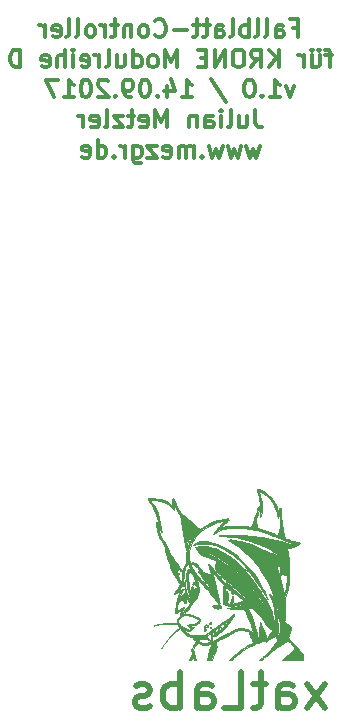
<source format=gbr>
G04 #@! TF.GenerationSoftware,KiCad,Pcbnew,(2017-01-15 revision 8ac4790)-makepkg*
G04 #@! TF.CreationDate,2017-09-14T17:44:39+02:00*
G04 #@! TF.ProjectId,Fallblatt-Controller,46616C6C626C6174742D436F6E74726F,1.0*
G04 #@! TF.FileFunction,Legend,Bot*
G04 #@! TF.FilePolarity,Positive*
%FSLAX46Y46*%
G04 Gerber Fmt 4.6, Leading zero omitted, Abs format (unit mm)*
G04 Created by KiCad (PCBNEW (2017-01-15 revision 8ac4790)-makepkg) date 09/14/17 17:44:39*
%MOMM*%
%LPD*%
G01*
G04 APERTURE LIST*
%ADD10C,0.100000*%
%ADD11C,0.300000*%
%ADD12C,0.500000*%
%ADD13C,0.010000*%
G04 APERTURE END LIST*
D10*
D11*
X149357142Y-62792857D02*
X149857142Y-62792857D01*
X149857142Y-63578571D02*
X149857142Y-62078571D01*
X149142857Y-62078571D01*
X147928571Y-63578571D02*
X147928571Y-62792857D01*
X148000000Y-62650000D01*
X148142857Y-62578571D01*
X148428571Y-62578571D01*
X148571428Y-62650000D01*
X147928571Y-63507142D02*
X148071428Y-63578571D01*
X148428571Y-63578571D01*
X148571428Y-63507142D01*
X148642857Y-63364285D01*
X148642857Y-63221428D01*
X148571428Y-63078571D01*
X148428571Y-63007142D01*
X148071428Y-63007142D01*
X147928571Y-62935714D01*
X147000000Y-63578571D02*
X147142857Y-63507142D01*
X147214285Y-63364285D01*
X147214285Y-62078571D01*
X146214285Y-63578571D02*
X146357142Y-63507142D01*
X146428571Y-63364285D01*
X146428571Y-62078571D01*
X145642857Y-63578571D02*
X145642857Y-62078571D01*
X145642857Y-62650000D02*
X145500000Y-62578571D01*
X145214285Y-62578571D01*
X145071428Y-62650000D01*
X145000000Y-62721428D01*
X144928571Y-62864285D01*
X144928571Y-63292857D01*
X145000000Y-63435714D01*
X145071428Y-63507142D01*
X145214285Y-63578571D01*
X145500000Y-63578571D01*
X145642857Y-63507142D01*
X144071428Y-63578571D02*
X144214285Y-63507142D01*
X144285714Y-63364285D01*
X144285714Y-62078571D01*
X142857142Y-63578571D02*
X142857142Y-62792857D01*
X142928571Y-62650000D01*
X143071428Y-62578571D01*
X143357142Y-62578571D01*
X143500000Y-62650000D01*
X142857142Y-63507142D02*
X143000000Y-63578571D01*
X143357142Y-63578571D01*
X143500000Y-63507142D01*
X143571428Y-63364285D01*
X143571428Y-63221428D01*
X143500000Y-63078571D01*
X143357142Y-63007142D01*
X143000000Y-63007142D01*
X142857142Y-62935714D01*
X142357142Y-62578571D02*
X141785714Y-62578571D01*
X142142857Y-62078571D02*
X142142857Y-63364285D01*
X142071428Y-63507142D01*
X141928571Y-63578571D01*
X141785714Y-63578571D01*
X141500000Y-62578571D02*
X140928571Y-62578571D01*
X141285714Y-62078571D02*
X141285714Y-63364285D01*
X141214285Y-63507142D01*
X141071428Y-63578571D01*
X140928571Y-63578571D01*
X140428571Y-63007142D02*
X139285714Y-63007142D01*
X137714285Y-63435714D02*
X137785714Y-63507142D01*
X138000000Y-63578571D01*
X138142857Y-63578571D01*
X138357142Y-63507142D01*
X138500000Y-63364285D01*
X138571428Y-63221428D01*
X138642857Y-62935714D01*
X138642857Y-62721428D01*
X138571428Y-62435714D01*
X138500000Y-62292857D01*
X138357142Y-62150000D01*
X138142857Y-62078571D01*
X138000000Y-62078571D01*
X137785714Y-62150000D01*
X137714285Y-62221428D01*
X136857142Y-63578571D02*
X137000000Y-63507142D01*
X137071428Y-63435714D01*
X137142857Y-63292857D01*
X137142857Y-62864285D01*
X137071428Y-62721428D01*
X137000000Y-62650000D01*
X136857142Y-62578571D01*
X136642857Y-62578571D01*
X136500000Y-62650000D01*
X136428571Y-62721428D01*
X136357142Y-62864285D01*
X136357142Y-63292857D01*
X136428571Y-63435714D01*
X136500000Y-63507142D01*
X136642857Y-63578571D01*
X136857142Y-63578571D01*
X135714285Y-62578571D02*
X135714285Y-63578571D01*
X135714285Y-62721428D02*
X135642857Y-62650000D01*
X135500000Y-62578571D01*
X135285714Y-62578571D01*
X135142857Y-62650000D01*
X135071428Y-62792857D01*
X135071428Y-63578571D01*
X134571428Y-62578571D02*
X133999999Y-62578571D01*
X134357142Y-62078571D02*
X134357142Y-63364285D01*
X134285714Y-63507142D01*
X134142857Y-63578571D01*
X133999999Y-63578571D01*
X133499999Y-63578571D02*
X133499999Y-62578571D01*
X133499999Y-62864285D02*
X133428571Y-62721428D01*
X133357142Y-62650000D01*
X133214285Y-62578571D01*
X133071428Y-62578571D01*
X132357142Y-63578571D02*
X132499999Y-63507142D01*
X132571428Y-63435714D01*
X132642857Y-63292857D01*
X132642857Y-62864285D01*
X132571428Y-62721428D01*
X132499999Y-62650000D01*
X132357142Y-62578571D01*
X132142857Y-62578571D01*
X131999999Y-62650000D01*
X131928571Y-62721428D01*
X131857142Y-62864285D01*
X131857142Y-63292857D01*
X131928571Y-63435714D01*
X131999999Y-63507142D01*
X132142857Y-63578571D01*
X132357142Y-63578571D01*
X130999999Y-63578571D02*
X131142857Y-63507142D01*
X131214285Y-63364285D01*
X131214285Y-62078571D01*
X130214285Y-63578571D02*
X130357142Y-63507142D01*
X130428571Y-63364285D01*
X130428571Y-62078571D01*
X129071428Y-63507142D02*
X129214285Y-63578571D01*
X129499999Y-63578571D01*
X129642857Y-63507142D01*
X129714285Y-63364285D01*
X129714285Y-62792857D01*
X129642857Y-62650000D01*
X129499999Y-62578571D01*
X129214285Y-62578571D01*
X129071428Y-62650000D01*
X128999999Y-62792857D01*
X128999999Y-62935714D01*
X129714285Y-63078571D01*
X128357142Y-63578571D02*
X128357142Y-62578571D01*
X128357142Y-62864285D02*
X128285714Y-62721428D01*
X128214285Y-62650000D01*
X128071428Y-62578571D01*
X127928571Y-62578571D01*
X152714285Y-65128571D02*
X152142857Y-65128571D01*
X152500000Y-66128571D02*
X152500000Y-64842857D01*
X152428571Y-64700000D01*
X152285714Y-64628571D01*
X152142857Y-64628571D01*
X151000000Y-65128571D02*
X151000000Y-66128571D01*
X151642857Y-65128571D02*
X151642857Y-65914285D01*
X151571428Y-66057142D01*
X151428571Y-66128571D01*
X151214285Y-66128571D01*
X151071428Y-66057142D01*
X151000000Y-65985714D01*
X151571428Y-64628571D02*
X151500000Y-64700000D01*
X151571428Y-64771428D01*
X151642857Y-64700000D01*
X151571428Y-64628571D01*
X151571428Y-64771428D01*
X151000000Y-64628571D02*
X150928571Y-64700000D01*
X151000000Y-64771428D01*
X151071428Y-64700000D01*
X151000000Y-64628571D01*
X151000000Y-64771428D01*
X150285714Y-66128571D02*
X150285714Y-65128571D01*
X150285714Y-65414285D02*
X150214285Y-65271428D01*
X150142857Y-65200000D01*
X150000000Y-65128571D01*
X149857142Y-65128571D01*
X148214285Y-66128571D02*
X148214285Y-64628571D01*
X147357142Y-66128571D02*
X148000000Y-65271428D01*
X147357142Y-64628571D02*
X148214285Y-65485714D01*
X145857142Y-66128571D02*
X146357142Y-65414285D01*
X146714285Y-66128571D02*
X146714285Y-64628571D01*
X146142857Y-64628571D01*
X146000000Y-64700000D01*
X145928571Y-64771428D01*
X145857142Y-64914285D01*
X145857142Y-65128571D01*
X145928571Y-65271428D01*
X146000000Y-65342857D01*
X146142857Y-65414285D01*
X146714285Y-65414285D01*
X144928571Y-64628571D02*
X144642857Y-64628571D01*
X144500000Y-64700000D01*
X144357142Y-64842857D01*
X144285714Y-65128571D01*
X144285714Y-65628571D01*
X144357142Y-65914285D01*
X144500000Y-66057142D01*
X144642857Y-66128571D01*
X144928571Y-66128571D01*
X145071428Y-66057142D01*
X145214285Y-65914285D01*
X145285714Y-65628571D01*
X145285714Y-65128571D01*
X145214285Y-64842857D01*
X145071428Y-64700000D01*
X144928571Y-64628571D01*
X143642857Y-66128571D02*
X143642857Y-64628571D01*
X142785714Y-66128571D01*
X142785714Y-64628571D01*
X142071428Y-65342857D02*
X141571428Y-65342857D01*
X141357142Y-66128571D02*
X142071428Y-66128571D01*
X142071428Y-64628571D01*
X141357142Y-64628571D01*
X139571428Y-66128571D02*
X139571428Y-64628571D01*
X139071428Y-65700000D01*
X138571428Y-64628571D01*
X138571428Y-66128571D01*
X137642857Y-66128571D02*
X137785714Y-66057142D01*
X137857142Y-65985714D01*
X137928571Y-65842857D01*
X137928571Y-65414285D01*
X137857142Y-65271428D01*
X137785714Y-65200000D01*
X137642857Y-65128571D01*
X137428571Y-65128571D01*
X137285714Y-65200000D01*
X137214285Y-65271428D01*
X137142857Y-65414285D01*
X137142857Y-65842857D01*
X137214285Y-65985714D01*
X137285714Y-66057142D01*
X137428571Y-66128571D01*
X137642857Y-66128571D01*
X135857142Y-66128571D02*
X135857142Y-64628571D01*
X135857142Y-66057142D02*
X136000000Y-66128571D01*
X136285714Y-66128571D01*
X136428571Y-66057142D01*
X136500000Y-65985714D01*
X136571428Y-65842857D01*
X136571428Y-65414285D01*
X136500000Y-65271428D01*
X136428571Y-65200000D01*
X136285714Y-65128571D01*
X136000000Y-65128571D01*
X135857142Y-65200000D01*
X134500000Y-65128571D02*
X134500000Y-66128571D01*
X135142857Y-65128571D02*
X135142857Y-65914285D01*
X135071428Y-66057142D01*
X134928571Y-66128571D01*
X134714285Y-66128571D01*
X134571428Y-66057142D01*
X134500000Y-65985714D01*
X133571428Y-66128571D02*
X133714285Y-66057142D01*
X133785714Y-65914285D01*
X133785714Y-64628571D01*
X133000000Y-66128571D02*
X133000000Y-65128571D01*
X133000000Y-65414285D02*
X132928571Y-65271428D01*
X132857142Y-65200000D01*
X132714285Y-65128571D01*
X132571428Y-65128571D01*
X131500000Y-66057142D02*
X131642857Y-66128571D01*
X131928571Y-66128571D01*
X132071428Y-66057142D01*
X132142857Y-65914285D01*
X132142857Y-65342857D01*
X132071428Y-65200000D01*
X131928571Y-65128571D01*
X131642857Y-65128571D01*
X131500000Y-65200000D01*
X131428571Y-65342857D01*
X131428571Y-65485714D01*
X132142857Y-65628571D01*
X130785714Y-66128571D02*
X130785714Y-65128571D01*
X130785714Y-64628571D02*
X130857142Y-64700000D01*
X130785714Y-64771428D01*
X130714285Y-64700000D01*
X130785714Y-64628571D01*
X130785714Y-64771428D01*
X130071428Y-66128571D02*
X130071428Y-64628571D01*
X129428571Y-66128571D02*
X129428571Y-65342857D01*
X129500000Y-65200000D01*
X129642857Y-65128571D01*
X129857142Y-65128571D01*
X130000000Y-65200000D01*
X130071428Y-65271428D01*
X128142857Y-66057142D02*
X128285714Y-66128571D01*
X128571428Y-66128571D01*
X128714285Y-66057142D01*
X128785714Y-65914285D01*
X128785714Y-65342857D01*
X128714285Y-65200000D01*
X128571428Y-65128571D01*
X128285714Y-65128571D01*
X128142857Y-65200000D01*
X128071428Y-65342857D01*
X128071428Y-65485714D01*
X128785714Y-65628571D01*
X126285714Y-66128571D02*
X126285714Y-64628571D01*
X125928571Y-64628571D01*
X125714285Y-64700000D01*
X125571428Y-64842857D01*
X125500000Y-64985714D01*
X125428571Y-65271428D01*
X125428571Y-65485714D01*
X125500000Y-65771428D01*
X125571428Y-65914285D01*
X125714285Y-66057142D01*
X125928571Y-66128571D01*
X126285714Y-66128571D01*
X149500000Y-67678571D02*
X149142857Y-68678571D01*
X148785714Y-67678571D01*
X147428571Y-68678571D02*
X148285714Y-68678571D01*
X147857142Y-68678571D02*
X147857142Y-67178571D01*
X148000000Y-67392857D01*
X148142857Y-67535714D01*
X148285714Y-67607142D01*
X146785714Y-68535714D02*
X146714285Y-68607142D01*
X146785714Y-68678571D01*
X146857142Y-68607142D01*
X146785714Y-68535714D01*
X146785714Y-68678571D01*
X145785714Y-67178571D02*
X145642857Y-67178571D01*
X145500000Y-67250000D01*
X145428571Y-67321428D01*
X145357142Y-67464285D01*
X145285714Y-67750000D01*
X145285714Y-68107142D01*
X145357142Y-68392857D01*
X145428571Y-68535714D01*
X145500000Y-68607142D01*
X145642857Y-68678571D01*
X145785714Y-68678571D01*
X145928571Y-68607142D01*
X146000000Y-68535714D01*
X146071428Y-68392857D01*
X146142857Y-68107142D01*
X146142857Y-67750000D01*
X146071428Y-67464285D01*
X146000000Y-67321428D01*
X145928571Y-67250000D01*
X145785714Y-67178571D01*
X142428571Y-67107142D02*
X143714285Y-69035714D01*
X140000000Y-68678571D02*
X140857142Y-68678571D01*
X140428571Y-68678571D02*
X140428571Y-67178571D01*
X140571428Y-67392857D01*
X140714285Y-67535714D01*
X140857142Y-67607142D01*
X138714285Y-67678571D02*
X138714285Y-68678571D01*
X139071428Y-67107142D02*
X139428571Y-68178571D01*
X138500000Y-68178571D01*
X137928571Y-68535714D02*
X137857142Y-68607142D01*
X137928571Y-68678571D01*
X138000000Y-68607142D01*
X137928571Y-68535714D01*
X137928571Y-68678571D01*
X136928571Y-67178571D02*
X136785714Y-67178571D01*
X136642857Y-67250000D01*
X136571428Y-67321428D01*
X136500000Y-67464285D01*
X136428571Y-67750000D01*
X136428571Y-68107142D01*
X136500000Y-68392857D01*
X136571428Y-68535714D01*
X136642857Y-68607142D01*
X136785714Y-68678571D01*
X136928571Y-68678571D01*
X137071428Y-68607142D01*
X137142857Y-68535714D01*
X137214285Y-68392857D01*
X137285714Y-68107142D01*
X137285714Y-67750000D01*
X137214285Y-67464285D01*
X137142857Y-67321428D01*
X137071428Y-67250000D01*
X136928571Y-67178571D01*
X135714285Y-68678571D02*
X135428571Y-68678571D01*
X135285714Y-68607142D01*
X135214285Y-68535714D01*
X135071428Y-68321428D01*
X135000000Y-68035714D01*
X135000000Y-67464285D01*
X135071428Y-67321428D01*
X135142857Y-67250000D01*
X135285714Y-67178571D01*
X135571428Y-67178571D01*
X135714285Y-67250000D01*
X135785714Y-67321428D01*
X135857142Y-67464285D01*
X135857142Y-67821428D01*
X135785714Y-67964285D01*
X135714285Y-68035714D01*
X135571428Y-68107142D01*
X135285714Y-68107142D01*
X135142857Y-68035714D01*
X135071428Y-67964285D01*
X135000000Y-67821428D01*
X134357142Y-68535714D02*
X134285714Y-68607142D01*
X134357142Y-68678571D01*
X134428571Y-68607142D01*
X134357142Y-68535714D01*
X134357142Y-68678571D01*
X133714285Y-67321428D02*
X133642857Y-67250000D01*
X133500000Y-67178571D01*
X133142857Y-67178571D01*
X133000000Y-67250000D01*
X132928571Y-67321428D01*
X132857142Y-67464285D01*
X132857142Y-67607142D01*
X132928571Y-67821428D01*
X133785714Y-68678571D01*
X132857142Y-68678571D01*
X131928571Y-67178571D02*
X131785714Y-67178571D01*
X131642857Y-67250000D01*
X131571428Y-67321428D01*
X131500000Y-67464285D01*
X131428571Y-67750000D01*
X131428571Y-68107142D01*
X131500000Y-68392857D01*
X131571428Y-68535714D01*
X131642857Y-68607142D01*
X131785714Y-68678571D01*
X131928571Y-68678571D01*
X132071428Y-68607142D01*
X132142857Y-68535714D01*
X132214285Y-68392857D01*
X132285714Y-68107142D01*
X132285714Y-67750000D01*
X132214285Y-67464285D01*
X132142857Y-67321428D01*
X132071428Y-67250000D01*
X131928571Y-67178571D01*
X130000000Y-68678571D02*
X130857142Y-68678571D01*
X130428571Y-68678571D02*
X130428571Y-67178571D01*
X130571428Y-67392857D01*
X130714285Y-67535714D01*
X130857142Y-67607142D01*
X129500000Y-67178571D02*
X128500000Y-67178571D01*
X129142857Y-68678571D01*
X146178571Y-69728571D02*
X146178571Y-70800000D01*
X146250000Y-71014285D01*
X146392857Y-71157142D01*
X146607142Y-71228571D01*
X146750000Y-71228571D01*
X144821428Y-70228571D02*
X144821428Y-71228571D01*
X145464285Y-70228571D02*
X145464285Y-71014285D01*
X145392857Y-71157142D01*
X145250000Y-71228571D01*
X145035714Y-71228571D01*
X144892857Y-71157142D01*
X144821428Y-71085714D01*
X143892857Y-71228571D02*
X144035714Y-71157142D01*
X144107142Y-71014285D01*
X144107142Y-69728571D01*
X143321428Y-71228571D02*
X143321428Y-70228571D01*
X143321428Y-69728571D02*
X143392857Y-69800000D01*
X143321428Y-69871428D01*
X143250000Y-69800000D01*
X143321428Y-69728571D01*
X143321428Y-69871428D01*
X141964285Y-71228571D02*
X141964285Y-70442857D01*
X142035714Y-70300000D01*
X142178571Y-70228571D01*
X142464285Y-70228571D01*
X142607142Y-70300000D01*
X141964285Y-71157142D02*
X142107142Y-71228571D01*
X142464285Y-71228571D01*
X142607142Y-71157142D01*
X142678571Y-71014285D01*
X142678571Y-70871428D01*
X142607142Y-70728571D01*
X142464285Y-70657142D01*
X142107142Y-70657142D01*
X141964285Y-70585714D01*
X141250000Y-70228571D02*
X141250000Y-71228571D01*
X141250000Y-70371428D02*
X141178571Y-70300000D01*
X141035714Y-70228571D01*
X140821428Y-70228571D01*
X140678571Y-70300000D01*
X140607142Y-70442857D01*
X140607142Y-71228571D01*
X138750000Y-71228571D02*
X138750000Y-69728571D01*
X138250000Y-70800000D01*
X137750000Y-69728571D01*
X137750000Y-71228571D01*
X136464285Y-71157142D02*
X136607142Y-71228571D01*
X136892857Y-71228571D01*
X137035714Y-71157142D01*
X137107142Y-71014285D01*
X137107142Y-70442857D01*
X137035714Y-70300000D01*
X136892857Y-70228571D01*
X136607142Y-70228571D01*
X136464285Y-70300000D01*
X136392857Y-70442857D01*
X136392857Y-70585714D01*
X137107142Y-70728571D01*
X135964285Y-70228571D02*
X135392857Y-70228571D01*
X135750000Y-69728571D02*
X135750000Y-71014285D01*
X135678571Y-71157142D01*
X135535714Y-71228571D01*
X135392857Y-71228571D01*
X135035714Y-70228571D02*
X134250000Y-70228571D01*
X135035714Y-71228571D01*
X134250000Y-71228571D01*
X133464285Y-71228571D02*
X133607142Y-71157142D01*
X133678571Y-71014285D01*
X133678571Y-69728571D01*
X132321428Y-71157142D02*
X132464285Y-71228571D01*
X132750000Y-71228571D01*
X132892857Y-71157142D01*
X132964285Y-71014285D01*
X132964285Y-70442857D01*
X132892857Y-70300000D01*
X132750000Y-70228571D01*
X132464285Y-70228571D01*
X132321428Y-70300000D01*
X132250000Y-70442857D01*
X132250000Y-70585714D01*
X132964285Y-70728571D01*
X131607142Y-71228571D02*
X131607142Y-70228571D01*
X131607142Y-70514285D02*
X131535714Y-70371428D01*
X131464285Y-70300000D01*
X131321428Y-70228571D01*
X131178571Y-70228571D01*
X146571428Y-72778571D02*
X146285714Y-73778571D01*
X146000000Y-73064285D01*
X145714285Y-73778571D01*
X145428571Y-72778571D01*
X145000000Y-72778571D02*
X144714285Y-73778571D01*
X144428571Y-73064285D01*
X144142857Y-73778571D01*
X143857142Y-72778571D01*
X143428571Y-72778571D02*
X143142857Y-73778571D01*
X142857142Y-73064285D01*
X142571428Y-73778571D01*
X142285714Y-72778571D01*
X141714285Y-73635714D02*
X141642857Y-73707142D01*
X141714285Y-73778571D01*
X141785714Y-73707142D01*
X141714285Y-73635714D01*
X141714285Y-73778571D01*
X141000000Y-73778571D02*
X141000000Y-72778571D01*
X141000000Y-72921428D02*
X140928571Y-72850000D01*
X140785714Y-72778571D01*
X140571428Y-72778571D01*
X140428571Y-72850000D01*
X140357142Y-72992857D01*
X140357142Y-73778571D01*
X140357142Y-72992857D02*
X140285714Y-72850000D01*
X140142857Y-72778571D01*
X139928571Y-72778571D01*
X139785714Y-72850000D01*
X139714285Y-72992857D01*
X139714285Y-73778571D01*
X138428571Y-73707142D02*
X138571428Y-73778571D01*
X138857142Y-73778571D01*
X139000000Y-73707142D01*
X139071428Y-73564285D01*
X139071428Y-72992857D01*
X139000000Y-72850000D01*
X138857142Y-72778571D01*
X138571428Y-72778571D01*
X138428571Y-72850000D01*
X138357142Y-72992857D01*
X138357142Y-73135714D01*
X139071428Y-73278571D01*
X137857142Y-72778571D02*
X137071428Y-72778571D01*
X137857142Y-73778571D01*
X137071428Y-73778571D01*
X135857142Y-72778571D02*
X135857142Y-73992857D01*
X135928571Y-74135714D01*
X136000000Y-74207142D01*
X136142857Y-74278571D01*
X136357142Y-74278571D01*
X136500000Y-74207142D01*
X135857142Y-73707142D02*
X136000000Y-73778571D01*
X136285714Y-73778571D01*
X136428571Y-73707142D01*
X136500000Y-73635714D01*
X136571428Y-73492857D01*
X136571428Y-73064285D01*
X136500000Y-72921428D01*
X136428571Y-72850000D01*
X136285714Y-72778571D01*
X136000000Y-72778571D01*
X135857142Y-72850000D01*
X135142857Y-73778571D02*
X135142857Y-72778571D01*
X135142857Y-73064285D02*
X135071428Y-72921428D01*
X135000000Y-72850000D01*
X134857142Y-72778571D01*
X134714285Y-72778571D01*
X134214285Y-73635714D02*
X134142857Y-73707142D01*
X134214285Y-73778571D01*
X134285714Y-73707142D01*
X134214285Y-73635714D01*
X134214285Y-73778571D01*
X132857142Y-73778571D02*
X132857142Y-72278571D01*
X132857142Y-73707142D02*
X133000000Y-73778571D01*
X133285714Y-73778571D01*
X133428571Y-73707142D01*
X133500000Y-73635714D01*
X133571428Y-73492857D01*
X133571428Y-73064285D01*
X133500000Y-72921428D01*
X133428571Y-72850000D01*
X133285714Y-72778571D01*
X133000000Y-72778571D01*
X132857142Y-72850000D01*
X131571428Y-73707142D02*
X131714285Y-73778571D01*
X132000000Y-73778571D01*
X132142857Y-73707142D01*
X132214285Y-73564285D01*
X132214285Y-72992857D01*
X132142857Y-72850000D01*
X132000000Y-72778571D01*
X131714285Y-72778571D01*
X131571428Y-72850000D01*
X131500000Y-72992857D01*
X131500000Y-73135714D01*
X132214285Y-73278571D01*
D12*
X152142857Y-120357142D02*
X150571428Y-118357142D01*
X152142857Y-118357142D02*
X150571428Y-120357142D01*
X148142857Y-120357142D02*
X148142857Y-118785714D01*
X148285714Y-118500000D01*
X148571428Y-118357142D01*
X149142857Y-118357142D01*
X149428571Y-118500000D01*
X148142857Y-120214285D02*
X148428571Y-120357142D01*
X149142857Y-120357142D01*
X149428571Y-120214285D01*
X149571428Y-119928571D01*
X149571428Y-119642857D01*
X149428571Y-119357142D01*
X149142857Y-119214285D01*
X148428571Y-119214285D01*
X148142857Y-119071428D01*
X147142857Y-118357142D02*
X146000000Y-118357142D01*
X146714285Y-117357142D02*
X146714285Y-119928571D01*
X146571428Y-120214285D01*
X146285714Y-120357142D01*
X146000000Y-120357142D01*
X143571428Y-120357142D02*
X145000000Y-120357142D01*
X145000000Y-117357142D01*
X141285714Y-120357142D02*
X141285714Y-118785714D01*
X141428571Y-118500000D01*
X141714285Y-118357142D01*
X142285714Y-118357142D01*
X142571428Y-118500000D01*
X141285714Y-120214285D02*
X141571428Y-120357142D01*
X142285714Y-120357142D01*
X142571428Y-120214285D01*
X142714285Y-119928571D01*
X142714285Y-119642857D01*
X142571428Y-119357142D01*
X142285714Y-119214285D01*
X141571428Y-119214285D01*
X141285714Y-119071428D01*
X139857142Y-120357142D02*
X139857142Y-117357142D01*
X139857142Y-118500000D02*
X139571428Y-118357142D01*
X139000000Y-118357142D01*
X138714285Y-118500000D01*
X138571428Y-118642857D01*
X138428571Y-118928571D01*
X138428571Y-119785714D01*
X138571428Y-120071428D01*
X138714285Y-120214285D01*
X139000000Y-120357142D01*
X139571428Y-120357142D01*
X139857142Y-120214285D01*
X137285714Y-120214285D02*
X137000000Y-120357142D01*
X136428571Y-120357142D01*
X136142857Y-120214285D01*
X136000000Y-119928571D01*
X136000000Y-119785714D01*
X136142857Y-119500000D01*
X136428571Y-119357142D01*
X136857142Y-119357142D01*
X137142857Y-119214285D01*
X137285714Y-118928571D01*
X137285714Y-118785714D01*
X137142857Y-118500000D01*
X136857142Y-118357142D01*
X136428571Y-118357142D01*
X136142857Y-118500000D01*
D13*
G36*
X146364429Y-101842824D02*
X146341517Y-101875145D01*
X146334459Y-101902068D01*
X146334989Y-101941167D01*
X146344258Y-101998865D01*
X146363416Y-102081584D01*
X146393614Y-102195747D01*
X146408819Y-102250854D01*
X146487417Y-102543771D01*
X146549570Y-102798047D01*
X146595347Y-103014021D01*
X146624817Y-103192030D01*
X146638046Y-103332415D01*
X146638635Y-103387073D01*
X146636915Y-103430063D01*
X146633132Y-103439418D01*
X146624736Y-103412449D01*
X146612098Y-103359083D01*
X146592429Y-103292151D01*
X146569420Y-103257755D01*
X146542250Y-103246775D01*
X146510522Y-103250684D01*
X146486286Y-103279332D01*
X146464871Y-103331441D01*
X146386748Y-103555133D01*
X146312584Y-103770234D01*
X146243599Y-103973023D01*
X146181015Y-104159775D01*
X146126050Y-104326767D01*
X146079927Y-104470275D01*
X146043864Y-104586577D01*
X146019083Y-104671948D01*
X146006804Y-104722665D01*
X146005667Y-104732454D01*
X145994521Y-104760244D01*
X145964900Y-104812818D01*
X145922525Y-104880225D01*
X145908717Y-104901052D01*
X145857616Y-104974011D01*
X145821043Y-105016437D01*
X145792405Y-105034488D01*
X145765842Y-105034502D01*
X145668224Y-105016941D01*
X145535181Y-105001738D01*
X145373559Y-104988996D01*
X145190208Y-104978817D01*
X144991975Y-104971305D01*
X144785708Y-104966562D01*
X144578255Y-104964691D01*
X144376463Y-104965795D01*
X144187180Y-104969976D01*
X144017255Y-104977337D01*
X143873534Y-104987981D01*
X143762866Y-105002011D01*
X143750369Y-105004257D01*
X143581781Y-105040966D01*
X143417807Y-105085626D01*
X143276404Y-105133297D01*
X143264583Y-105137887D01*
X143266913Y-105128770D01*
X143296237Y-105094200D01*
X143348944Y-105037966D01*
X143421419Y-104963860D01*
X143510051Y-104875674D01*
X143574171Y-104813028D01*
X143675224Y-104713605D01*
X143765925Y-104621789D01*
X143841799Y-104542322D01*
X143898368Y-104479947D01*
X143931156Y-104439405D01*
X143937412Y-104428207D01*
X143933089Y-104384102D01*
X143907785Y-104342387D01*
X143873514Y-104322270D01*
X143871078Y-104322166D01*
X143830488Y-104326387D01*
X143757018Y-104337945D01*
X143659159Y-104355190D01*
X143545397Y-104376467D01*
X143424223Y-104400125D01*
X143304124Y-104424510D01*
X143193589Y-104447969D01*
X143101107Y-104468851D01*
X143042333Y-104483527D01*
X142720244Y-104587389D01*
X142393405Y-104724082D01*
X142074072Y-104887666D01*
X141774495Y-105072202D01*
X141656607Y-105155191D01*
X141530297Y-105247888D01*
X141296773Y-105029700D01*
X141128864Y-104876524D01*
X140935051Y-104706055D01*
X140723913Y-104525554D01*
X140504028Y-104342285D01*
X140283977Y-104163510D01*
X140121333Y-104034667D01*
X140011515Y-103948199D01*
X139929358Y-103881324D01*
X139868892Y-103827922D01*
X139824147Y-103781877D01*
X139789152Y-103737071D01*
X139757938Y-103687386D01*
X139726148Y-103629722D01*
X139664564Y-103510039D01*
X139595802Y-103368655D01*
X139524703Y-103216252D01*
X139456108Y-103063514D01*
X139394856Y-102921123D01*
X139345788Y-102799764D01*
X139326015Y-102746604D01*
X139296848Y-102672832D01*
X139269735Y-102618761D01*
X139249367Y-102593333D01*
X139245194Y-102592652D01*
X139213876Y-102624425D01*
X139190774Y-102694394D01*
X139176486Y-102799113D01*
X139171611Y-102935137D01*
X139172768Y-103009833D01*
X139180009Y-103253250D01*
X139077921Y-103152865D01*
X138904875Y-103008190D01*
X138701721Y-102885476D01*
X138467078Y-102784261D01*
X138199568Y-102704085D01*
X137897810Y-102644488D01*
X137560426Y-102605007D01*
X137405152Y-102594164D01*
X137163015Y-102580335D01*
X137127062Y-102635206D01*
X137112966Y-102657399D01*
X137104992Y-102677686D01*
X137105629Y-102701377D01*
X137117371Y-102733782D01*
X137142707Y-102780212D01*
X137184130Y-102845977D01*
X137244129Y-102936388D01*
X137323943Y-103054896D01*
X137440266Y-103235825D01*
X137543101Y-103415269D01*
X137635908Y-103601002D01*
X137722147Y-103800800D01*
X137805277Y-104022437D01*
X137888758Y-104273687D01*
X137939062Y-104437248D01*
X137983952Y-104589716D01*
X138018611Y-104713627D01*
X138042686Y-104807162D01*
X138055824Y-104868502D01*
X138057675Y-104895830D01*
X138047884Y-104887327D01*
X138026100Y-104841175D01*
X138009496Y-104800641D01*
X137963598Y-104699766D01*
X137922057Y-104639945D01*
X137883962Y-104620227D01*
X137851791Y-104636065D01*
X137838540Y-104671329D01*
X137830141Y-104739403D01*
X137826556Y-104831048D01*
X137827748Y-104937024D01*
X137833681Y-105048091D01*
X137844317Y-105155010D01*
X137854130Y-105220142D01*
X137902764Y-105431326D01*
X137973043Y-105649533D01*
X138060592Y-105865135D01*
X138161038Y-106068504D01*
X138270007Y-106250011D01*
X138383127Y-106400029D01*
X138397407Y-106416161D01*
X138429438Y-106453910D01*
X138453416Y-106490935D01*
X138472442Y-106536062D01*
X138489618Y-106598120D01*
X138508046Y-106685939D01*
X138526106Y-106782491D01*
X138581210Y-107053090D01*
X138648197Y-107324368D01*
X138729391Y-107604005D01*
X138827113Y-107899682D01*
X138943687Y-108219078D01*
X139020733Y-108417917D01*
X139107101Y-108632445D01*
X139184699Y-108814643D01*
X139257568Y-108972529D01*
X139329746Y-109114121D01*
X139405273Y-109247438D01*
X139488189Y-109380499D01*
X139560026Y-109488436D01*
X139630821Y-109592170D01*
X139696351Y-109687654D01*
X139751634Y-109767672D01*
X139791691Y-109825007D01*
X139808191Y-109848033D01*
X139851391Y-109906465D01*
X139781855Y-110030024D01*
X139651965Y-110236848D01*
X139503643Y-110423882D01*
X139437511Y-110495977D01*
X139363683Y-110582238D01*
X139325652Y-110646740D01*
X139322442Y-110688693D01*
X139353073Y-110707308D01*
X139416570Y-110701796D01*
X139511955Y-110671366D01*
X139604923Y-110631206D01*
X139697811Y-110587994D01*
X139757816Y-110561336D01*
X139790240Y-110549514D01*
X139800384Y-110550809D01*
X139793553Y-110563502D01*
X139786437Y-110572373D01*
X139751976Y-110629517D01*
X139712312Y-110721118D01*
X139669638Y-110839952D01*
X139626148Y-110978796D01*
X139584036Y-111130424D01*
X139545494Y-111287613D01*
X139512718Y-111443138D01*
X139499038Y-111518841D01*
X139483857Y-111620020D01*
X139469381Y-111737126D01*
X139456288Y-111861830D01*
X139445255Y-111985800D01*
X139436958Y-112100709D01*
X139432076Y-112198225D01*
X139431286Y-112270018D01*
X139434958Y-112306856D01*
X139462860Y-112338670D01*
X139512199Y-112339399D01*
X139576848Y-112310087D01*
X139625398Y-112274396D01*
X139710638Y-112204472D01*
X139792323Y-112140548D01*
X139864619Y-112086821D01*
X139921694Y-112047490D01*
X139957712Y-112026753D01*
X139966913Y-112028635D01*
X139943960Y-112093871D01*
X139915970Y-112185455D01*
X139887150Y-112288425D01*
X139861709Y-112387817D01*
X139845395Y-112460750D01*
X139829710Y-112525662D01*
X139807649Y-112579799D01*
X139772438Y-112634815D01*
X139717303Y-112702369D01*
X139681187Y-112743325D01*
X139542238Y-112898901D01*
X139567364Y-113018492D01*
X139583806Y-113094244D01*
X139599000Y-113160138D01*
X139606190Y-113188802D01*
X139611785Y-113223541D01*
X139594682Y-113232581D01*
X139558403Y-113226823D01*
X139514460Y-113220132D01*
X139438514Y-113210960D01*
X139340738Y-113200452D01*
X139231306Y-113189750D01*
X139216458Y-113188377D01*
X138911157Y-113176292D01*
X138583464Y-113193005D01*
X138241227Y-113237693D01*
X137892294Y-113309528D01*
X137772426Y-113340286D01*
X137695705Y-113362288D01*
X137639016Y-113381052D01*
X137611168Y-113393555D01*
X137609994Y-113396050D01*
X137634369Y-113396999D01*
X137683662Y-113387863D01*
X137701556Y-113383325D01*
X137886807Y-113341416D01*
X138102807Y-113305797D01*
X138338306Y-113277424D01*
X138582057Y-113257258D01*
X138822811Y-113246256D01*
X139049320Y-113245376D01*
X139225058Y-113253516D01*
X139365474Y-113264632D01*
X139470399Y-113275163D01*
X139546563Y-113287578D01*
X139600699Y-113304348D01*
X139639537Y-113327943D01*
X139669809Y-113360834D01*
X139698246Y-113405491D01*
X139713816Y-113432889D01*
X139748902Y-113497514D01*
X139773704Y-113547437D01*
X139782666Y-113571152D01*
X139766211Y-113589204D01*
X139722271Y-113623874D01*
X139658985Y-113668907D01*
X139629768Y-113688626D01*
X139525742Y-113765804D01*
X139403442Y-113869690D01*
X139270158Y-113993249D01*
X139133185Y-114129449D01*
X138999813Y-114271257D01*
X138877336Y-114411639D01*
X138866097Y-114425172D01*
X138790149Y-114520049D01*
X138703235Y-114633477D01*
X138610749Y-114757927D01*
X138518082Y-114885869D01*
X138430628Y-115009776D01*
X138353778Y-115122118D01*
X138292926Y-115215367D01*
X138256746Y-115275917D01*
X138233331Y-115320593D01*
X138226995Y-115338766D01*
X138239064Y-115328879D01*
X138270863Y-115289378D01*
X138323718Y-115218707D01*
X138398955Y-115115311D01*
X138428137Y-115074833D01*
X138632104Y-114802154D01*
X138838583Y-114546620D01*
X139044031Y-114311994D01*
X139244902Y-114102037D01*
X139437651Y-113920512D01*
X139618734Y-113771179D01*
X139732760Y-113690358D01*
X139820436Y-113632894D01*
X140103176Y-113916433D01*
X140246782Y-114055281D01*
X140370883Y-114163058D01*
X140480603Y-114243127D01*
X140581064Y-114298850D01*
X140677388Y-114333589D01*
X140762964Y-114349491D01*
X140831516Y-114364138D01*
X140873947Y-114393971D01*
X140889435Y-114415773D01*
X140950029Y-114497661D01*
X141035958Y-114588360D01*
X141112727Y-114656884D01*
X141183135Y-114715186D01*
X141109847Y-114815634D01*
X141062590Y-114885600D01*
X141007055Y-114975754D01*
X140948627Y-115076390D01*
X140892696Y-115177802D01*
X140844647Y-115270283D01*
X140809869Y-115344127D01*
X140795645Y-115381750D01*
X140789443Y-115450338D01*
X140799144Y-115556161D01*
X140811135Y-115629102D01*
X140844899Y-115812955D01*
X140782239Y-115904269D01*
X140741141Y-115969557D01*
X140692072Y-116055257D01*
X140645217Y-116143538D01*
X140642440Y-116149042D01*
X140565301Y-116302500D01*
X140755749Y-116302500D01*
X140828290Y-116159625D01*
X140865859Y-116088528D01*
X140890342Y-116051320D01*
X140905922Y-116043241D01*
X140916615Y-116059083D01*
X140953542Y-116157888D01*
X140980098Y-116224029D01*
X141001269Y-116264294D01*
X141022038Y-116285471D01*
X141047390Y-116294346D01*
X141082310Y-116297706D01*
X141092387Y-116298425D01*
X141146272Y-116299832D01*
X141176961Y-116295570D01*
X141179666Y-116292771D01*
X141173324Y-116269138D01*
X141156024Y-116213534D01*
X141130358Y-116134094D01*
X141098917Y-116038952D01*
X141096683Y-116032262D01*
X141059550Y-115915083D01*
X141023876Y-115791955D01*
X140994289Y-115679413D01*
X140978568Y-115610373D01*
X140943437Y-115436829D01*
X141043745Y-115250540D01*
X141099968Y-115150641D01*
X141162519Y-115046508D01*
X141220542Y-114956025D01*
X141237662Y-114931048D01*
X141331271Y-114797846D01*
X141416919Y-114875225D01*
X141496922Y-114941011D01*
X141573380Y-114986415D01*
X141656466Y-115014325D01*
X141756349Y-115027633D01*
X141883201Y-115029228D01*
X141950841Y-115026935D01*
X142120825Y-115014885D01*
X142256511Y-114994345D01*
X142343833Y-114971583D01*
X142415076Y-114949219D01*
X142469766Y-114933184D01*
X142496099Y-114926940D01*
X142496127Y-114926940D01*
X142496325Y-114944160D01*
X142481775Y-114989070D01*
X142461735Y-115037792D01*
X142413643Y-115159104D01*
X142361293Y-115312761D01*
X142307356Y-115489347D01*
X142254508Y-115679445D01*
X142205421Y-115873638D01*
X142162768Y-116062509D01*
X142143228Y-116159625D01*
X142115918Y-116302500D01*
X142506673Y-116302500D01*
X142637645Y-116027581D01*
X142740285Y-115805129D01*
X142820250Y-115615973D01*
X142878272Y-115458133D01*
X142915081Y-115329629D01*
X142931057Y-115233045D01*
X142934103Y-115159546D01*
X142927148Y-115096948D01*
X142906882Y-115028495D01*
X142874914Y-114948955D01*
X142845822Y-114874425D01*
X142827567Y-114815151D01*
X142823133Y-114781320D01*
X142824773Y-114777797D01*
X142847265Y-114764440D01*
X142869920Y-114752005D01*
X142453875Y-114752005D01*
X142424035Y-114768650D01*
X142357862Y-114790001D01*
X142252778Y-114817457D01*
X142245074Y-114819355D01*
X142088500Y-114849077D01*
X141935859Y-114861944D01*
X141796776Y-114858017D01*
X141680876Y-114837354D01*
X141623643Y-114815542D01*
X141542234Y-114757732D01*
X141468336Y-114676540D01*
X141419763Y-114595193D01*
X141237804Y-114595193D01*
X141219611Y-114590565D01*
X141176868Y-114560096D01*
X141161560Y-114548090D01*
X141101202Y-114495084D01*
X141048618Y-114440274D01*
X141031901Y-114419230D01*
X141003180Y-114375284D01*
X140989381Y-114347072D01*
X140989166Y-114345386D01*
X141003930Y-114342330D01*
X141041345Y-114359053D01*
X141091101Y-114388774D01*
X141142883Y-114424712D01*
X141186380Y-114460087D01*
X141211279Y-114488117D01*
X141213273Y-114492750D01*
X141229609Y-114550185D01*
X141236922Y-114576010D01*
X141237804Y-114595193D01*
X141419763Y-114595193D01*
X141415410Y-114587903D01*
X141403347Y-114554714D01*
X141399001Y-114531875D01*
X141408110Y-114520377D01*
X141439084Y-114518561D01*
X141500335Y-114524770D01*
X141533974Y-114528974D01*
X141657944Y-114536254D01*
X141805031Y-114531237D01*
X141883193Y-114524043D01*
X142089302Y-114500981D01*
X142220557Y-114607185D01*
X142291616Y-114660056D01*
X142358879Y-114702261D01*
X142409363Y-114725778D01*
X142414876Y-114727240D01*
X142449963Y-114738669D01*
X142453875Y-114752005D01*
X142869920Y-114752005D01*
X142902213Y-114734281D01*
X142984513Y-114690044D01*
X143089062Y-114634458D01*
X143210757Y-114570249D01*
X143338666Y-114503190D01*
X143492622Y-114422186D01*
X143653103Y-114336809D01*
X143810442Y-114252271D01*
X143954968Y-114173782D01*
X144077013Y-114106551D01*
X144132416Y-114075489D01*
X144251642Y-114010904D01*
X144376233Y-113948328D01*
X144493769Y-113893692D01*
X144591830Y-113852925D01*
X144619250Y-113843031D01*
X144704663Y-113814921D01*
X144771413Y-113796981D01*
X144833047Y-113787576D01*
X144903107Y-113785071D01*
X144995140Y-113787831D01*
X145053166Y-113790651D01*
X145247379Y-113807034D01*
X145410338Y-113835831D01*
X145551817Y-113879013D01*
X145608791Y-113902633D01*
X145663504Y-113934275D01*
X145685999Y-113969861D01*
X145688166Y-113990974D01*
X145698919Y-114073655D01*
X145728571Y-114182355D01*
X145773212Y-114307427D01*
X145828934Y-114439228D01*
X145891828Y-114568110D01*
X145957984Y-114684430D01*
X145987662Y-114729939D01*
X146048745Y-114818961D01*
X145801545Y-114936464D01*
X145686691Y-114993457D01*
X145566083Y-115057285D01*
X145455464Y-115119417D01*
X145383130Y-115163194D01*
X145230475Y-115264603D01*
X145065335Y-115381335D01*
X144894266Y-115508183D01*
X144723825Y-115639941D01*
X144560565Y-115771401D01*
X144411044Y-115897357D01*
X144281816Y-116012603D01*
X144179436Y-116111931D01*
X144152097Y-116140944D01*
X144014136Y-116291917D01*
X144119986Y-116298283D01*
X144183709Y-116299641D01*
X144226429Y-116289070D01*
X144265560Y-116259035D01*
X144303178Y-116219040D01*
X144351722Y-116171035D01*
X144428391Y-116102289D01*
X144527487Y-116017517D01*
X144643307Y-115921433D01*
X144770153Y-115818750D01*
X144902324Y-115714183D01*
X145034120Y-115612447D01*
X145064686Y-115589258D01*
X145325950Y-115402693D01*
X145578792Y-115245453D01*
X145835514Y-115109953D01*
X145864694Y-115095966D01*
X146026883Y-115019928D01*
X146156042Y-114961802D01*
X146256662Y-114919901D01*
X146333239Y-114892540D01*
X146390264Y-114878033D01*
X146432231Y-114874694D01*
X146449061Y-114876704D01*
X146502379Y-114876327D01*
X146538794Y-114845032D01*
X146570078Y-114820761D01*
X146630169Y-114788418D01*
X146707556Y-114752841D01*
X146790727Y-114718865D01*
X146868172Y-114691326D01*
X146928381Y-114675063D01*
X146949027Y-114672667D01*
X146985436Y-114686630D01*
X147021666Y-114715000D01*
X147063267Y-114746951D01*
X147104203Y-114752226D01*
X147152256Y-114728534D01*
X147215207Y-114673583D01*
X147237333Y-114651500D01*
X147292627Y-114598763D01*
X147338841Y-114560842D01*
X147366269Y-114545671D01*
X147366797Y-114545650D01*
X147407312Y-114535146D01*
X147473723Y-114507040D01*
X147556167Y-114466397D01*
X147644784Y-114418277D01*
X147729713Y-114367744D01*
X147787147Y-114329844D01*
X147854360Y-114284163D01*
X147899009Y-114263441D01*
X147929232Y-114271263D01*
X147953166Y-114311214D01*
X147978952Y-114386881D01*
X147988752Y-114418667D01*
X148013832Y-114489644D01*
X148040095Y-114547789D01*
X148054834Y-114571336D01*
X148069597Y-114591553D01*
X148074989Y-114612159D01*
X148067955Y-114639243D01*
X148045440Y-114678893D01*
X148004389Y-114737196D01*
X147941747Y-114820243D01*
X147907506Y-114864953D01*
X147761933Y-115054639D01*
X147638691Y-115214524D01*
X147534360Y-115348405D01*
X147445521Y-115460081D01*
X147368754Y-115553351D01*
X147300641Y-115632013D01*
X147237761Y-115699868D01*
X147176695Y-115760712D01*
X147114023Y-115818345D01*
X147046326Y-115876566D01*
X146970185Y-115939173D01*
X146882179Y-116009966D01*
X146862916Y-116025390D01*
X146745828Y-116119062D01*
X146658705Y-116189242D01*
X146598696Y-116239181D01*
X146562951Y-116272129D01*
X146548617Y-116291336D01*
X146552843Y-116300053D01*
X146572779Y-116301530D01*
X146605572Y-116299018D01*
X146624294Y-116297410D01*
X146686881Y-116289110D01*
X146730884Y-116277276D01*
X146740711Y-116271381D01*
X146741031Y-116264116D01*
X146727354Y-116270627D01*
X146707846Y-116276675D01*
X146712942Y-116263092D01*
X146738341Y-116247722D01*
X146748084Y-116250562D01*
X146771216Y-116242720D01*
X146819547Y-116212309D01*
X146886007Y-116164168D01*
X146963531Y-116103132D01*
X146963580Y-116103092D01*
X147161658Y-115943265D01*
X147362245Y-115784870D01*
X147557705Y-115633777D01*
X147740403Y-115495857D01*
X147902703Y-115376977D01*
X147974166Y-115326268D01*
X148082159Y-115250157D01*
X148196054Y-115169014D01*
X148302264Y-115092564D01*
X148386916Y-115030749D01*
X148461258Y-114979181D01*
X148550709Y-114922279D01*
X148647859Y-114864147D01*
X148745300Y-114808888D01*
X148835622Y-114760605D01*
X148911415Y-114723403D01*
X148965271Y-114701384D01*
X148988316Y-114697689D01*
X149008210Y-114715346D01*
X149052379Y-114760531D01*
X149116998Y-114829108D01*
X149198245Y-114916939D01*
X149292295Y-115019890D01*
X149395325Y-115133822D01*
X149503512Y-115254601D01*
X149514468Y-115266898D01*
X149604853Y-115368389D01*
X149345135Y-115575235D01*
X149238081Y-115661109D01*
X149110813Y-115764166D01*
X148975585Y-115874425D01*
X148844653Y-115981907D01*
X148771591Y-116042290D01*
X148457765Y-116302500D01*
X150239000Y-116302500D01*
X150239000Y-115820243D01*
X150010256Y-115558663D01*
X149910743Y-115445978D01*
X149794623Y-115316247D01*
X149674313Y-115183244D01*
X149562229Y-115060742D01*
X149528715Y-115024485D01*
X149378354Y-114861628D01*
X149254969Y-114726348D01*
X149156061Y-114615833D01*
X149079130Y-114527275D01*
X149021678Y-114457864D01*
X148999694Y-114429746D01*
X148944957Y-114357983D01*
X149021919Y-114181950D01*
X149066953Y-114082700D01*
X149116322Y-113979713D01*
X149129892Y-113953000D01*
X148482166Y-113953000D01*
X148474422Y-113970422D01*
X148468055Y-113967111D01*
X148465522Y-113941991D01*
X148468055Y-113938889D01*
X148480639Y-113941794D01*
X148482166Y-113953000D01*
X149129892Y-113953000D01*
X149160634Y-113892486D01*
X149167916Y-113878917D01*
X149205716Y-113808808D01*
X149232193Y-113751948D01*
X149245141Y-113702735D01*
X149242354Y-113655569D01*
X149221626Y-113604851D01*
X149188646Y-113556546D01*
X148600768Y-113556546D01*
X148600308Y-113581048D01*
X148588085Y-113635425D01*
X148566510Y-113709663D01*
X148556250Y-113741333D01*
X148529809Y-113817911D01*
X148508191Y-113875306D01*
X148494776Y-113904754D01*
X148492434Y-113906717D01*
X148494397Y-113884672D01*
X148505327Y-113831777D01*
X148523084Y-113758030D01*
X148530096Y-113730750D01*
X148532920Y-113720071D01*
X148323964Y-113720071D01*
X148323172Y-113781214D01*
X148316022Y-113822750D01*
X148302984Y-113836421D01*
X148290314Y-113824535D01*
X148277400Y-113816865D01*
X148271454Y-113848046D01*
X148270824Y-113873142D01*
X148263072Y-113928809D01*
X148243235Y-114008486D01*
X148215964Y-114097298D01*
X148185910Y-114180369D01*
X148157724Y-114242826D01*
X148152291Y-114252233D01*
X148137138Y-114247316D01*
X148112339Y-114211713D01*
X148093051Y-114173898D01*
X148047147Y-114073984D01*
X148097414Y-113924108D01*
X148119897Y-113851512D01*
X148133866Y-113787232D01*
X148136356Y-113762083D01*
X147598113Y-113762083D01*
X147576814Y-113830718D01*
X147529113Y-113927385D01*
X147529019Y-113927560D01*
X147458613Y-114052572D01*
X147386791Y-114170213D01*
X147317445Y-114274984D01*
X147254468Y-114361389D01*
X147201754Y-114423930D01*
X147163194Y-114457110D01*
X147151253Y-114461000D01*
X147138534Y-114442016D01*
X147119168Y-114391361D01*
X147096588Y-114318477D01*
X147087736Y-114286375D01*
X147048907Y-114158132D01*
X146994899Y-114003793D01*
X146930265Y-113834717D01*
X146859557Y-113662262D01*
X146787327Y-113497785D01*
X146718128Y-113352646D01*
X146696807Y-113311068D01*
X146587750Y-113103054D01*
X146582755Y-113194652D01*
X146566455Y-113464060D01*
X146548052Y-113715379D01*
X146528003Y-113943972D01*
X146506763Y-114145200D01*
X146484786Y-114314426D01*
X146462528Y-114447012D01*
X146457471Y-114471583D01*
X146451695Y-114498146D01*
X146446661Y-114513327D01*
X146440984Y-114512558D01*
X146433276Y-114491274D01*
X146422153Y-114444909D01*
X146406228Y-114368896D01*
X146384114Y-114258668D01*
X146367486Y-114175153D01*
X146322724Y-113973677D01*
X146005666Y-113973677D01*
X145992556Y-113974882D01*
X145959236Y-113951098D01*
X145936875Y-113930683D01*
X145869590Y-113878882D01*
X145773156Y-113821987D01*
X145659366Y-113765668D01*
X145540014Y-113715594D01*
X145426892Y-113677436D01*
X145389824Y-113667674D01*
X145307692Y-113652187D01*
X145200752Y-113637700D01*
X145086512Y-113626415D01*
X145032000Y-113622655D01*
X144925520Y-113617799D01*
X144846250Y-113618533D01*
X144779255Y-113626444D01*
X144709602Y-113643124D01*
X144640416Y-113664334D01*
X144539527Y-113701510D01*
X144434628Y-113747797D01*
X144347632Y-113793488D01*
X144344083Y-113795620D01*
X144289259Y-113826943D01*
X144203596Y-113873523D01*
X144094105Y-113931658D01*
X143967799Y-113997646D01*
X143831689Y-114067787D01*
X143740833Y-114114080D01*
X143582235Y-114194672D01*
X143410369Y-114282292D01*
X143237084Y-114370880D01*
X143074229Y-114454376D01*
X142933651Y-114526720D01*
X142896563Y-114545876D01*
X142782144Y-114604557D01*
X142680262Y-114655896D01*
X142596984Y-114696909D01*
X142538375Y-114724616D01*
X142510501Y-114736033D01*
X142509527Y-114736167D01*
X142502904Y-114720953D01*
X142512422Y-114695225D01*
X142523663Y-114653638D01*
X142531567Y-114585086D01*
X142534333Y-114509909D01*
X142534333Y-114365534D01*
X142659915Y-114316839D01*
X142786992Y-114259000D01*
X142931415Y-114179199D01*
X143080415Y-114085222D01*
X143121349Y-114056044D01*
X142818360Y-114056044D01*
X142805680Y-114071546D01*
X142765946Y-114099185D01*
X142710212Y-114132671D01*
X142649534Y-114165710D01*
X142594969Y-114192014D01*
X142557573Y-114205289D01*
X142555500Y-114205620D01*
X142551564Y-114187188D01*
X142551739Y-114137720D01*
X142555500Y-114074711D01*
X142558159Y-114048224D01*
X142466665Y-114048224D01*
X142464928Y-114106297D01*
X142459819Y-114190727D01*
X142451753Y-114293630D01*
X142448396Y-114331589D01*
X142436521Y-114457297D01*
X142424968Y-114543610D01*
X142409913Y-114593264D01*
X142387535Y-114608995D01*
X142354012Y-114593540D01*
X142305521Y-114549632D01*
X142239374Y-114481195D01*
X142182305Y-114417737D01*
X142132667Y-114356104D01*
X142111344Y-114325084D01*
X141992294Y-114325084D01*
X141989691Y-114344794D01*
X141957092Y-114353755D01*
X141916308Y-114355167D01*
X141864566Y-114353598D01*
X141838314Y-114349655D01*
X141837597Y-114347726D01*
X141861795Y-114336519D01*
X141908818Y-114319261D01*
X141913583Y-114317643D01*
X141962355Y-114305463D01*
X141986178Y-114313866D01*
X141992294Y-114325084D01*
X142111344Y-114325084D01*
X142106367Y-114317845D01*
X142069985Y-114255616D01*
X142261924Y-114134629D01*
X142341030Y-114086294D01*
X142406394Y-114049229D01*
X142450248Y-114027659D01*
X142464613Y-114024391D01*
X142466665Y-114048224D01*
X142558159Y-114048224D01*
X142562763Y-114002387D01*
X142572309Y-113963519D01*
X142587857Y-113949252D01*
X142607966Y-113949748D01*
X142655585Y-113964599D01*
X142715777Y-113991267D01*
X142773022Y-114021910D01*
X142811799Y-114048686D01*
X142818360Y-114056044D01*
X143121349Y-114056044D01*
X143221222Y-113984856D01*
X143278811Y-113939435D01*
X143410723Y-113822556D01*
X143554623Y-113679706D01*
X143585773Y-113646083D01*
X143385815Y-113646083D01*
X143241513Y-113778375D01*
X143177147Y-113836200D01*
X143124601Y-113881202D01*
X143091469Y-113906982D01*
X143084466Y-113910667D01*
X143082726Y-113891529D01*
X143088771Y-113840283D01*
X143101362Y-113766180D01*
X143109315Y-113725458D01*
X143126807Y-113639597D01*
X143138866Y-113580879D01*
X143055687Y-113580879D01*
X143049140Y-113636772D01*
X143036193Y-113711757D01*
X143019158Y-113794941D01*
X143000348Y-113875435D01*
X142982073Y-113942348D01*
X142966646Y-113984788D01*
X142960411Y-113993637D01*
X142924553Y-113992891D01*
X142861502Y-113966370D01*
X142813989Y-113939639D01*
X142750571Y-113902995D01*
X142701140Y-113877264D01*
X142677650Y-113868333D01*
X142685769Y-113855818D01*
X142721063Y-113821717D01*
X142777899Y-113771200D01*
X142850643Y-113709434D01*
X142852697Y-113707723D01*
X142928246Y-113645980D01*
X142991293Y-113596598D01*
X143035250Y-113564590D01*
X143053524Y-113554968D01*
X143055687Y-113580879D01*
X143138866Y-113580879D01*
X143141445Y-113568325D01*
X143150938Y-113522777D01*
X143152829Y-113514040D01*
X143172020Y-113510048D01*
X143218943Y-113532375D01*
X143272282Y-113566956D01*
X143385815Y-113646083D01*
X143585773Y-113646083D01*
X143702602Y-113519982D01*
X143846755Y-113352481D01*
X143979173Y-113186301D01*
X144005541Y-113149881D01*
X143848213Y-113149881D01*
X143726546Y-113285908D01*
X143671165Y-113346202D01*
X143627196Y-113391024D01*
X143601445Y-113413566D01*
X143597722Y-113414778D01*
X143597450Y-113391942D01*
X143603645Y-113339019D01*
X143614795Y-113268482D01*
X143624614Y-113221864D01*
X143563346Y-113221864D01*
X143556285Y-113277699D01*
X143541909Y-113349540D01*
X143523080Y-113425253D01*
X143502659Y-113492702D01*
X143483506Y-113539753D01*
X143476110Y-113550987D01*
X143445647Y-113580398D01*
X143417755Y-113589218D01*
X143381444Y-113575720D01*
X143325722Y-113538176D01*
X143306852Y-113524375D01*
X143255081Y-113484365D01*
X143220755Y-113454138D01*
X143212492Y-113443415D01*
X143227921Y-113426749D01*
X143269118Y-113393294D01*
X143327193Y-113349420D01*
X143393256Y-113301500D01*
X143458420Y-113255904D01*
X143513794Y-113219003D01*
X143550491Y-113197169D01*
X143560233Y-113194171D01*
X143563346Y-113221864D01*
X143624614Y-113221864D01*
X143634090Y-113176877D01*
X143656591Y-113122340D01*
X143687662Y-113099658D01*
X143732672Y-113103621D01*
X143770413Y-113117374D01*
X143848213Y-113149881D01*
X144005541Y-113149881D01*
X144091949Y-113030538D01*
X144157142Y-112928950D01*
X144193791Y-112869082D01*
X144037166Y-112869082D01*
X144025377Y-112901148D01*
X143995863Y-112950550D01*
X143957407Y-113005176D01*
X143918792Y-113052916D01*
X143888802Y-113081658D01*
X143880467Y-113085167D01*
X143843904Y-113073531D01*
X143815568Y-113056510D01*
X143798309Y-113040042D01*
X143799580Y-113022633D01*
X143824436Y-112997788D01*
X143877930Y-112959012D01*
X143906772Y-112939305D01*
X143968900Y-112899343D01*
X144014953Y-112873967D01*
X144036528Y-112867702D01*
X144037166Y-112869082D01*
X144193791Y-112869082D01*
X144207657Y-112846432D01*
X144269501Y-112748336D01*
X144330345Y-112654188D01*
X144337698Y-112643015D01*
X144392292Y-112556558D01*
X144421989Y-112497842D01*
X144427966Y-112461257D01*
X144411400Y-112441191D01*
X144381719Y-112433115D01*
X144343832Y-112442434D01*
X144294234Y-112482730D01*
X144245794Y-112536285D01*
X144174576Y-112607588D01*
X144072096Y-112691149D01*
X143945442Y-112781301D01*
X143910166Y-112804639D01*
X143788903Y-112885118D01*
X143643039Y-112984217D01*
X143479111Y-113097304D01*
X143303653Y-113219750D01*
X143123202Y-113346923D01*
X142944293Y-113474194D01*
X142773461Y-113596932D01*
X142617244Y-113710506D01*
X142482175Y-113810287D01*
X142374791Y-113891642D01*
X142362879Y-113900878D01*
X142200155Y-114022151D01*
X142059039Y-114114126D01*
X141933008Y-114179138D01*
X141815535Y-114219523D01*
X141700096Y-114237616D01*
X141580167Y-114235751D01*
X141470282Y-114220304D01*
X141287336Y-114191223D01*
X141137389Y-114178310D01*
X141014419Y-114181317D01*
X140920904Y-114197673D01*
X140840754Y-114214107D01*
X140772308Y-114213857D01*
X140700421Y-114194645D01*
X140609950Y-114154195D01*
X140600546Y-114149519D01*
X140548833Y-114116536D01*
X140477747Y-114061779D01*
X140395302Y-113992510D01*
X140309512Y-113915990D01*
X140228389Y-113839482D01*
X140159946Y-113770248D01*
X140112197Y-113715550D01*
X140097085Y-113693242D01*
X140089785Y-113673446D01*
X140102628Y-113671430D01*
X140142231Y-113688243D01*
X140178258Y-113706119D01*
X140274104Y-113750511D01*
X140376799Y-113791425D01*
X140476655Y-113825715D01*
X140563981Y-113850235D01*
X140629088Y-113861840D01*
X140655049Y-113860930D01*
X140686527Y-113842761D01*
X140737154Y-113803186D01*
X140798657Y-113749911D01*
X140862768Y-113690644D01*
X140921213Y-113633093D01*
X140965722Y-113584965D01*
X140988025Y-113553968D01*
X140989166Y-113549570D01*
X140970642Y-113536282D01*
X140924774Y-113522525D01*
X140911376Y-113519784D01*
X140837347Y-113501914D01*
X140768732Y-113478683D01*
X140715230Y-113454288D01*
X140686536Y-113432929D01*
X140686159Y-113422265D01*
X140713023Y-113412836D01*
X140772692Y-113400275D01*
X140855921Y-113386326D01*
X140939204Y-113374559D01*
X141037162Y-113360608D01*
X141121343Y-113346381D01*
X141181766Y-113333706D01*
X141206754Y-113325651D01*
X141234713Y-113304011D01*
X141285132Y-113259971D01*
X141350075Y-113200600D01*
X141401452Y-113152251D01*
X141473477Y-113083008D01*
X141519256Y-113035513D01*
X141543371Y-113002500D01*
X141550401Y-112976702D01*
X141544929Y-112950854D01*
X141543638Y-112947583D01*
X141412584Y-112947583D01*
X141299140Y-113073778D01*
X141264157Y-113113635D01*
X141236474Y-113144286D01*
X141210203Y-113167823D01*
X141179456Y-113186339D01*
X141138345Y-113201927D01*
X141080983Y-113216679D01*
X141001481Y-113232688D01*
X140893952Y-113252047D01*
X140752508Y-113276848D01*
X140703416Y-113285514D01*
X140611394Y-113302736D01*
X140533767Y-113318964D01*
X140480876Y-113331946D01*
X140464700Y-113337553D01*
X140462717Y-113358530D01*
X140486887Y-113397210D01*
X140529808Y-113445484D01*
X140584082Y-113495239D01*
X140642309Y-113538365D01*
X140655128Y-113546284D01*
X140709876Y-113589745D01*
X140723623Y-113633762D01*
X140697496Y-113683067D01*
X140689742Y-113691707D01*
X140658875Y-113720309D01*
X140626364Y-113735528D01*
X140582308Y-113737969D01*
X140516802Y-113728238D01*
X140424272Y-113707943D01*
X140227586Y-113641474D01*
X140042616Y-113537772D01*
X139915842Y-113437288D01*
X139800450Y-113314296D01*
X139724765Y-113191278D01*
X139686359Y-113064131D01*
X139683768Y-113045340D01*
X139671017Y-112937676D01*
X139834124Y-112758016D01*
X139918978Y-112667970D01*
X139989030Y-112605984D01*
X140055688Y-112566876D01*
X140130359Y-112545461D01*
X140224450Y-112536556D01*
X140324994Y-112534951D01*
X140484592Y-112546313D01*
X140658465Y-112578249D01*
X140836211Y-112627231D01*
X141007427Y-112689730D01*
X141161713Y-112762215D01*
X141288664Y-112841157D01*
X141333167Y-112877013D01*
X141412584Y-112947583D01*
X141543638Y-112947583D01*
X141538564Y-112934739D01*
X141494080Y-112865790D01*
X141418055Y-112788895D01*
X141318667Y-112710759D01*
X141204093Y-112638089D01*
X141128540Y-112598490D01*
X140870868Y-112496695D01*
X140601939Y-112434572D01*
X140404919Y-112414055D01*
X140191089Y-112402073D01*
X140363083Y-112187995D01*
X140464691Y-112058632D01*
X140575989Y-111911907D01*
X140693065Y-111753414D01*
X140812008Y-111588746D01*
X140857008Y-111525132D01*
X140657356Y-111525132D01*
X140656823Y-111526815D01*
X140628249Y-111569947D01*
X140580823Y-111635612D01*
X140518786Y-111718446D01*
X140446376Y-111813082D01*
X140367830Y-111914156D01*
X140287388Y-112016303D01*
X140209289Y-112114157D01*
X140137770Y-112202353D01*
X140077071Y-112275525D01*
X140031429Y-112328310D01*
X140005084Y-112355340D01*
X140000519Y-112357575D01*
X140001168Y-112334067D01*
X140011559Y-112280349D01*
X140029585Y-112206849D01*
X140035179Y-112186088D01*
X140064585Y-112090849D01*
X140099263Y-111995792D01*
X140131776Y-111921279D01*
X140132196Y-111920448D01*
X140161242Y-111861456D01*
X140180360Y-111819424D01*
X140184833Y-111806572D01*
X140168077Y-111801442D01*
X140122642Y-111815216D01*
X140055777Y-111844410D01*
X139974730Y-111885538D01*
X139886749Y-111935116D01*
X139799084Y-111989657D01*
X139785970Y-111998345D01*
X139705561Y-112051584D01*
X139638734Y-112094844D01*
X139592871Y-112123411D01*
X139575571Y-112132667D01*
X139572462Y-112112926D01*
X139574648Y-112058568D01*
X139581463Y-111976886D01*
X139592240Y-111875172D01*
X139606313Y-111760722D01*
X139616176Y-111688167D01*
X139629548Y-111607991D01*
X139647359Y-111545255D01*
X139675754Y-111485824D01*
X139720879Y-111415563D01*
X139756766Y-111364799D01*
X139810755Y-111291043D01*
X139857711Y-111229495D01*
X139890790Y-111189005D01*
X139900375Y-111179094D01*
X139923016Y-111177830D01*
X139955082Y-111208498D01*
X139993298Y-111263220D01*
X140059159Y-111353066D01*
X140130830Y-111429864D01*
X140200450Y-111486575D01*
X140260157Y-111516164D01*
X140278847Y-111518833D01*
X140311539Y-111513410D01*
X140330288Y-111489845D01*
X140342561Y-111437193D01*
X140344936Y-111421941D01*
X140349232Y-111342063D01*
X140338439Y-111279357D01*
X140336298Y-111274201D01*
X140325179Y-111233737D01*
X140338846Y-111196587D01*
X140363926Y-111164718D01*
X140407054Y-111126124D01*
X140435775Y-111126797D01*
X140436248Y-111127250D01*
X140465166Y-111163713D01*
X140503719Y-111222812D01*
X140546660Y-111295039D01*
X140588742Y-111370890D01*
X140624716Y-111440860D01*
X140649337Y-111495442D01*
X140657356Y-111525132D01*
X140857008Y-111525132D01*
X140928906Y-111423496D01*
X140975589Y-111356070D01*
X140751781Y-111356070D01*
X140749607Y-111364897D01*
X140731193Y-111344725D01*
X140696756Y-111294932D01*
X140651052Y-111222783D01*
X140598832Y-111135540D01*
X140593282Y-111126002D01*
X140495635Y-110943219D01*
X140465663Y-110873250D01*
X140248333Y-110873250D01*
X140237750Y-110883833D01*
X140227166Y-110873250D01*
X140237750Y-110862667D01*
X140248333Y-110873250D01*
X140465663Y-110873250D01*
X140418969Y-110764245D01*
X140361025Y-110580234D01*
X140336332Y-110462430D01*
X140232752Y-110462430D01*
X140231882Y-110506958D01*
X140230520Y-110548447D01*
X140225414Y-110609772D01*
X140208591Y-110648265D01*
X140169800Y-110680674D01*
X140137208Y-110700884D01*
X140034047Y-110776154D01*
X139924653Y-110879456D01*
X139820159Y-111000214D01*
X139814416Y-111007617D01*
X139777125Y-111051928D01*
X139751415Y-111074866D01*
X139745007Y-111075026D01*
X139749027Y-111049763D01*
X139764696Y-110994308D01*
X139789177Y-110918246D01*
X139805267Y-110871396D01*
X139882701Y-110673838D01*
X139963032Y-110515462D01*
X140047908Y-110393132D01*
X140069734Y-110368137D01*
X140109461Y-110320147D01*
X140130937Y-110284719D01*
X140131755Y-110273366D01*
X140107631Y-110275414D01*
X140058416Y-110294031D01*
X140008923Y-110317961D01*
X139922212Y-110360683D01*
X139837653Y-110397650D01*
X139763464Y-110425836D01*
X139707860Y-110442216D01*
X139679060Y-110443761D01*
X139676833Y-110440273D01*
X139692222Y-110411967D01*
X139698339Y-110407373D01*
X139719306Y-110384702D01*
X139756743Y-110335646D01*
X139803892Y-110269214D01*
X139823256Y-110240834D01*
X139876878Y-110164334D01*
X139918020Y-110115816D01*
X139955926Y-110086927D01*
X139999837Y-110069312D01*
X140018709Y-110064169D01*
X140086615Y-110046288D01*
X140143973Y-110030185D01*
X140156314Y-110026446D01*
X140178196Y-110021981D01*
X140192603Y-110030223D01*
X140202152Y-110058671D01*
X140209460Y-110114828D01*
X140216599Y-110199278D01*
X140224478Y-110300289D01*
X140229498Y-110370329D01*
X140232107Y-110420632D01*
X140232752Y-110462430D01*
X140336332Y-110462430D01*
X140319544Y-110382339D01*
X140292266Y-110161714D01*
X140276933Y-109909511D01*
X140276020Y-109883708D01*
X140271152Y-109762911D01*
X140265370Y-109658241D01*
X140259173Y-109576422D01*
X140253061Y-109524177D01*
X140248068Y-109508000D01*
X140233284Y-109528030D01*
X140220904Y-109583631D01*
X140211805Y-109668067D01*
X140206865Y-109774603D01*
X140206233Y-109828749D01*
X140206000Y-109990747D01*
X140094875Y-109999368D01*
X140031040Y-110003199D01*
X139987128Y-110003729D01*
X139975687Y-110002168D01*
X139978471Y-109981406D01*
X139995630Y-109937582D01*
X140000616Y-109926798D01*
X140050758Y-109801025D01*
X140089197Y-109657059D01*
X140117250Y-109488031D01*
X140136236Y-109287069D01*
X140141873Y-109190500D01*
X140158311Y-108954427D01*
X140164403Y-108904750D01*
X140032364Y-108904750D01*
X140016491Y-109127000D01*
X140007162Y-109226925D01*
X139993521Y-109334288D01*
X139977059Y-109440954D01*
X139959265Y-109538787D01*
X139941631Y-109619652D01*
X139925644Y-109675414D01*
X139912797Y-109697938D01*
X139911896Y-109698059D01*
X139895023Y-109681425D01*
X139861932Y-109637776D01*
X139819138Y-109575811D01*
X139809717Y-109561573D01*
X139775089Y-109506219D01*
X139747570Y-109453623D01*
X139724228Y-109395147D01*
X139702129Y-109322151D01*
X139678340Y-109225994D01*
X139649930Y-109098038D01*
X139645675Y-109078295D01*
X139620935Y-108961937D01*
X139599766Y-108859851D01*
X139583631Y-108779295D01*
X139573991Y-108727528D01*
X139571896Y-108712073D01*
X139588751Y-108689642D01*
X139629583Y-108657304D01*
X139643868Y-108647834D01*
X139714944Y-108602586D01*
X139807014Y-108701399D01*
X139868392Y-108764108D01*
X139930096Y-108822166D01*
X139965723Y-108852481D01*
X140032364Y-108904750D01*
X140164403Y-108904750D01*
X140182500Y-108757194D01*
X140214919Y-108595934D01*
X140256048Y-108467783D01*
X140267394Y-108441360D01*
X140294542Y-108393887D01*
X140335835Y-108335043D01*
X140384245Y-108273211D01*
X140432748Y-108216771D01*
X140474316Y-108174106D01*
X140501923Y-108153595D01*
X140508188Y-108154124D01*
X140519267Y-108177989D01*
X140539291Y-108228676D01*
X140554595Y-108269750D01*
X140586829Y-108350416D01*
X140627643Y-108442566D01*
X140652837Y-108495175D01*
X140712472Y-108614767D01*
X140629968Y-108603700D01*
X140569403Y-108601165D01*
X140526695Y-108619442D01*
X140492701Y-108651724D01*
X140448898Y-108709417D01*
X140415807Y-108779533D01*
X140392307Y-108867965D01*
X140377278Y-108980604D01*
X140369601Y-109123343D01*
X140368156Y-109302073D01*
X140368189Y-109306917D01*
X140374492Y-109555324D01*
X140390730Y-109789746D01*
X140418414Y-110018921D01*
X140459056Y-110251582D01*
X140514167Y-110496467D01*
X140585257Y-110762310D01*
X140667675Y-111038062D01*
X140700827Y-111148305D01*
X140726970Y-111242339D01*
X140744492Y-111313736D01*
X140751781Y-111356070D01*
X140975589Y-111356070D01*
X141039849Y-111263258D01*
X141140924Y-111113624D01*
X141228220Y-110980189D01*
X141297827Y-110868546D01*
X141345832Y-110784287D01*
X141349081Y-110778000D01*
X141384824Y-110674213D01*
X141405313Y-110538745D01*
X141411345Y-110379088D01*
X141409832Y-110344083D01*
X141264333Y-110344083D01*
X141253750Y-110354667D01*
X141243166Y-110344083D01*
X141253750Y-110333500D01*
X141264333Y-110344083D01*
X141409832Y-110344083D01*
X141403856Y-110205903D01*
X141242523Y-110205903D01*
X141239889Y-110241030D01*
X141229902Y-110237691D01*
X141220304Y-110222375D01*
X141182104Y-110189938D01*
X141134293Y-110192518D01*
X141089037Y-110228828D01*
X141083382Y-110236859D01*
X141055276Y-110301247D01*
X141030890Y-110396565D01*
X141011371Y-110511486D01*
X140997867Y-110634684D01*
X140991526Y-110754834D01*
X140993494Y-110860609D01*
X141004921Y-110940684D01*
X141010316Y-110957871D01*
X141019697Y-111010633D01*
X140997230Y-111059120D01*
X140994441Y-111062902D01*
X140964210Y-111095703D01*
X140944429Y-111104438D01*
X140936955Y-111081500D01*
X140926564Y-111025258D01*
X140914708Y-110944515D01*
X140904294Y-110860880D01*
X140888606Y-110643477D01*
X140889069Y-110421412D01*
X140890847Y-110385312D01*
X140896384Y-110281404D01*
X140898183Y-110211450D01*
X140895216Y-110167153D01*
X140886451Y-110140220D01*
X140870860Y-110122356D01*
X140856899Y-110111906D01*
X140822229Y-110091226D01*
X140805793Y-110101417D01*
X140795879Y-110137147D01*
X140788628Y-110187435D01*
X140782236Y-110263928D01*
X140778035Y-110350502D01*
X140777911Y-110354667D01*
X140773528Y-110453661D01*
X140766636Y-110555084D01*
X140759494Y-110629833D01*
X140745675Y-110746250D01*
X140676910Y-110471083D01*
X140624399Y-110242765D01*
X140586006Y-110029721D01*
X140560027Y-109817879D01*
X140544755Y-109593165D01*
X140538484Y-109341507D01*
X140538377Y-109328083D01*
X140537855Y-109181838D01*
X140539025Y-109071121D01*
X140542363Y-108989146D01*
X140548342Y-108929125D01*
X140557438Y-108884270D01*
X140570125Y-108847794D01*
X140572316Y-108842742D01*
X140609182Y-108759567D01*
X140689806Y-108838294D01*
X140754409Y-108914237D01*
X140827508Y-109021317D01*
X140904266Y-109150490D01*
X140979846Y-109292716D01*
X141049414Y-109438951D01*
X141108131Y-109580153D01*
X141146968Y-109693005D01*
X141154478Y-109723817D01*
X141144398Y-109728710D01*
X141107932Y-109709834D01*
X141099001Y-109704717D01*
X141053484Y-109682206D01*
X141020699Y-109683077D01*
X140980386Y-109705956D01*
X140932999Y-109750554D01*
X140891885Y-109810610D01*
X140888202Y-109817961D01*
X140866578Y-109867531D01*
X140864959Y-109895017D01*
X140884073Y-109916025D01*
X140893084Y-109922758D01*
X140940968Y-109949648D01*
X140965299Y-109943954D01*
X140968000Y-109930588D01*
X140978733Y-109898348D01*
X141002427Y-109856135D01*
X141030738Y-109821537D01*
X141055008Y-109820443D01*
X141069253Y-109830421D01*
X141099142Y-109868327D01*
X141136557Y-109933463D01*
X141175546Y-110012928D01*
X141210155Y-110093823D01*
X141234431Y-110163248D01*
X141242523Y-110205903D01*
X141403856Y-110205903D01*
X141403718Y-110202731D01*
X141383231Y-110017167D01*
X141350681Y-109829885D01*
X141306865Y-109648378D01*
X141252582Y-109480135D01*
X141196908Y-109349250D01*
X141178021Y-109309234D01*
X141173880Y-109293243D01*
X141188000Y-109303337D01*
X141223894Y-109341576D01*
X141268142Y-109390999D01*
X141312908Y-109441143D01*
X141380815Y-109517063D01*
X141466730Y-109613027D01*
X141565522Y-109723305D01*
X141672056Y-109842166D01*
X141770473Y-109951916D01*
X141981554Y-110189489D01*
X142168337Y-110404851D01*
X142336847Y-110605329D01*
X142493114Y-110798247D01*
X142643163Y-110990933D01*
X142793024Y-111190712D01*
X142820784Y-111228455D01*
X142912657Y-111352848D01*
X142983654Y-111446144D01*
X143037323Y-111511820D01*
X143077215Y-111553354D01*
X143106877Y-111574225D01*
X143129859Y-111577912D01*
X143149709Y-111567893D01*
X143158719Y-111559686D01*
X143169282Y-111544765D01*
X143174287Y-111522224D01*
X143172888Y-111486219D01*
X143164236Y-111430904D01*
X143147483Y-111350434D01*
X143121782Y-111238965D01*
X143097377Y-111136711D01*
X143064714Y-110999212D01*
X142891697Y-110999212D01*
X142889213Y-111005884D01*
X142876225Y-110995407D01*
X142849439Y-110964088D01*
X142805563Y-110908232D01*
X142741303Y-110824146D01*
X142698268Y-110767417D01*
X142580211Y-110616534D01*
X142434062Y-110438454D01*
X142259338Y-110232609D01*
X142055558Y-109998436D01*
X141822238Y-109735369D01*
X141728747Y-109631065D01*
X141560000Y-109442328D01*
X141417077Y-109279957D01*
X141296676Y-109139594D01*
X141195496Y-109016882D01*
X141110237Y-108907465D01*
X141037597Y-108806984D01*
X140974276Y-108711084D01*
X140916973Y-108615406D01*
X140862386Y-108515594D01*
X140817971Y-108428873D01*
X140764623Y-108319882D01*
X140731179Y-108243165D01*
X140717191Y-108193873D01*
X140722209Y-108167161D01*
X140745786Y-108158181D01*
X140787473Y-108162087D01*
X140793375Y-108163138D01*
X140899794Y-108197933D01*
X141013737Y-108265943D01*
X141139037Y-108369620D01*
X141186073Y-108414579D01*
X141252270Y-108484138D01*
X141319539Y-108562089D01*
X141381698Y-108640353D01*
X141432568Y-108710847D01*
X141465965Y-108765491D01*
X141476000Y-108793626D01*
X141458941Y-108796770D01*
X141416297Y-108784689D01*
X141398667Y-108777756D01*
X141347490Y-108759557D01*
X141315176Y-108753985D01*
X141311447Y-108755331D01*
X141313203Y-108768299D01*
X141329453Y-108798511D01*
X141361642Y-108847949D01*
X141411217Y-108918596D01*
X141479627Y-109012434D01*
X141568316Y-109131446D01*
X141678734Y-109277616D01*
X141812326Y-109452924D01*
X141970539Y-109659355D01*
X141984349Y-109677333D01*
X142160370Y-109906738D01*
X142312033Y-110105092D01*
X142441031Y-110274712D01*
X142549057Y-110417916D01*
X142637807Y-110537021D01*
X142708972Y-110634343D01*
X142764247Y-110712200D01*
X142805326Y-110772909D01*
X142833902Y-110818786D01*
X142851669Y-110852148D01*
X142860321Y-110875313D01*
X142860449Y-110875840D01*
X142875527Y-110936269D01*
X142886967Y-110979083D01*
X142891697Y-110999212D01*
X143064714Y-110999212D01*
X143061410Y-110985308D01*
X143019994Y-110808083D01*
X142976717Y-110620572D01*
X142935168Y-110438312D01*
X142904477Y-110301750D01*
X142874461Y-110168745D01*
X142839871Y-110018317D01*
X142802062Y-109856096D01*
X142762387Y-109687708D01*
X142722202Y-109518784D01*
X142682860Y-109354951D01*
X142645716Y-109201838D01*
X142612124Y-109065072D01*
X142583439Y-108950284D01*
X142561014Y-108863100D01*
X142546205Y-108809149D01*
X142542561Y-108797694D01*
X142547194Y-108797152D01*
X142570929Y-108826805D01*
X142609800Y-108881351D01*
X142654274Y-108947083D01*
X142834547Y-109196315D01*
X143049804Y-109454538D01*
X143295304Y-109716110D01*
X143328936Y-109749810D01*
X143553234Y-109973023D01*
X143509711Y-110147970D01*
X143482833Y-110279758D01*
X143460121Y-110436256D01*
X143442904Y-110603064D01*
X143432508Y-110765782D01*
X143430264Y-110910009D01*
X143433129Y-110978259D01*
X143439119Y-111067145D01*
X143446104Y-111179679D01*
X143452945Y-111297227D01*
X143455784Y-111348876D01*
X143464013Y-111457902D01*
X143475014Y-111536818D01*
X143487978Y-111580475D01*
X143493136Y-111586676D01*
X143546990Y-111611743D01*
X143630489Y-111640191D01*
X143731494Y-111668605D01*
X143837867Y-111693571D01*
X143937333Y-111711652D01*
X144102462Y-111722136D01*
X144292115Y-111710865D01*
X144495589Y-111679557D01*
X144702178Y-111629933D01*
X144901178Y-111563711D01*
X144930452Y-111552154D01*
X145006807Y-111523974D01*
X145052949Y-111514360D01*
X145076033Y-111521988D01*
X145078107Y-111524787D01*
X145074449Y-111550705D01*
X145041905Y-111568222D01*
X145001810Y-111594116D01*
X144989713Y-111642828D01*
X144989666Y-111647597D01*
X144987204Y-111691455D01*
X144981400Y-111709333D01*
X144958694Y-111714317D01*
X144904311Y-111727725D01*
X144827525Y-111747245D01*
X144773625Y-111761170D01*
X144664725Y-111786502D01*
X144531665Y-111812923D01*
X144385259Y-111838734D01*
X144236318Y-111862235D01*
X144095657Y-111881723D01*
X143974087Y-111895499D01*
X143882423Y-111901863D01*
X143878416Y-111901965D01*
X143836669Y-111903863D01*
X143826833Y-111907634D01*
X143851693Y-111914190D01*
X143914034Y-111924443D01*
X143973666Y-111933192D01*
X144172373Y-111960433D01*
X144338575Y-111979926D01*
X144481285Y-111992193D01*
X144609517Y-111997754D01*
X144732284Y-111997131D01*
X144858600Y-111990845D01*
X144907774Y-111987209D01*
X145017645Y-111977860D01*
X145098350Y-111973008D01*
X145157325Y-111977281D01*
X145202005Y-111995303D01*
X145239828Y-112031701D01*
X145278230Y-112091101D01*
X145324647Y-112178129D01*
X145376866Y-112279018D01*
X145538392Y-112612272D01*
X145689949Y-112972856D01*
X145825712Y-113345972D01*
X145932949Y-113692146D01*
X145960588Y-113791902D01*
X145983397Y-113877645D01*
X145999148Y-113940753D01*
X146005616Y-113972606D01*
X146005666Y-113973677D01*
X146322724Y-113973677D01*
X146298296Y-113863731D01*
X146214453Y-113546841D01*
X146118531Y-113231689D01*
X146013105Y-112925479D01*
X145900748Y-112635418D01*
X145784034Y-112368711D01*
X145665539Y-112132564D01*
X145591788Y-112003809D01*
X145555313Y-111939225D01*
X145532144Y-111889135D01*
X145526923Y-111863691D01*
X145527396Y-111863048D01*
X145552963Y-111862880D01*
X145600230Y-111878756D01*
X145615067Y-111885456D01*
X145700367Y-111915241D01*
X145767238Y-111916408D01*
X145809578Y-111888983D01*
X145812230Y-111884665D01*
X145830582Y-111861614D01*
X145856629Y-111862571D01*
X145892657Y-111879373D01*
X145932222Y-111907787D01*
X145995115Y-111962492D01*
X146076323Y-112038329D01*
X146170832Y-112130143D01*
X146273629Y-112232777D01*
X146379702Y-112341073D01*
X146484037Y-112449875D01*
X146581621Y-112554026D01*
X146667441Y-112648369D01*
X146736483Y-112727748D01*
X146783735Y-112787005D01*
X146801347Y-112814113D01*
X146846425Y-112895092D01*
X146908238Y-112995524D01*
X146981292Y-113107513D01*
X147060092Y-113223164D01*
X147139146Y-113334580D01*
X147212958Y-113433867D01*
X147276035Y-113513128D01*
X147322883Y-113564468D01*
X147324566Y-113566037D01*
X147403695Y-113627210D01*
X147478205Y-113663703D01*
X147496590Y-113668397D01*
X147558701Y-113686521D01*
X147592308Y-113715883D01*
X147598113Y-113762083D01*
X148136356Y-113762083D01*
X148140698Y-113718245D01*
X148141768Y-113631526D01*
X148139039Y-113530242D01*
X148132584Y-113405720D01*
X148121695Y-113308392D01*
X148103880Y-113223163D01*
X148076648Y-113134938D01*
X148071222Y-113119455D01*
X148041652Y-113031470D01*
X148025793Y-112965484D01*
X148021449Y-112904264D01*
X148026425Y-112830577D01*
X148030147Y-112797053D01*
X148048250Y-112641447D01*
X148135652Y-112724883D01*
X148168101Y-112756931D01*
X148192761Y-112787049D01*
X148211174Y-112821752D01*
X148224886Y-112867555D01*
X148235438Y-112930975D01*
X148244374Y-113018526D01*
X148253238Y-113136723D01*
X148261101Y-113254500D01*
X148271022Y-113360712D01*
X148286067Y-113471914D01*
X148303131Y-113565440D01*
X148304610Y-113572000D01*
X148317933Y-113647580D01*
X148323964Y-113720071D01*
X148532920Y-113720071D01*
X148553845Y-113640961D01*
X148569953Y-113585393D01*
X148581187Y-113557231D01*
X148590309Y-113549662D01*
X148600086Y-113555869D01*
X148600768Y-113556546D01*
X149188646Y-113556546D01*
X149180748Y-113544978D01*
X149117516Y-113470352D01*
X149029723Y-113375371D01*
X148926658Y-113266561D01*
X148667133Y-112992872D01*
X148680483Y-112832644D01*
X148691283Y-112672745D01*
X148698850Y-112505203D01*
X148185833Y-112505203D01*
X148171556Y-112505875D01*
X148137081Y-112487991D01*
X148094940Y-112459844D01*
X148057666Y-112429726D01*
X148038664Y-112407833D01*
X148029454Y-112372888D01*
X148019412Y-112307893D01*
X148010322Y-112225051D01*
X148008015Y-112198138D01*
X147988737Y-112034702D01*
X147956894Y-111851757D01*
X147915814Y-111664304D01*
X147868824Y-111487342D01*
X147819251Y-111335872D01*
X147813203Y-111319905D01*
X147782756Y-111238138D01*
X147760369Y-111172487D01*
X147749002Y-111131949D01*
X147748620Y-111123490D01*
X147767370Y-111131359D01*
X147804521Y-111160797D01*
X147819297Y-111174252D01*
X147846012Y-111204287D01*
X147870143Y-111244689D01*
X147894508Y-111302509D01*
X147921923Y-111384797D01*
X147955207Y-111498601D01*
X147969705Y-111550583D01*
X147994417Y-111643796D01*
X148022840Y-111757234D01*
X148053303Y-111883519D01*
X148084135Y-112015270D01*
X148113665Y-112145109D01*
X148140223Y-112265655D01*
X148162137Y-112369530D01*
X148177738Y-112449354D01*
X148185355Y-112497748D01*
X148185833Y-112505203D01*
X148698850Y-112505203D01*
X148699632Y-112487902D01*
X148705360Y-112289438D01*
X148708294Y-112088672D01*
X148708265Y-111896928D01*
X148705101Y-111725525D01*
X148699195Y-111594310D01*
X148680180Y-111299369D01*
X148759450Y-111051846D01*
X148831417Y-110805550D01*
X148898832Y-110533031D01*
X148957840Y-110250395D01*
X148978462Y-110136758D01*
X149027722Y-109785930D01*
X149060329Y-109404555D01*
X149069512Y-109173914D01*
X148904137Y-109173914D01*
X148902911Y-109246992D01*
X148898533Y-109349250D01*
X148875749Y-109648679D01*
X148836888Y-109963822D01*
X148784516Y-110278127D01*
X148721202Y-110575042D01*
X148688385Y-110703917D01*
X148642630Y-110873250D01*
X148624439Y-110756833D01*
X148613696Y-110693829D01*
X148596622Y-110600355D01*
X148575280Y-110487434D01*
X148551735Y-110366088D01*
X148543206Y-110322917D01*
X148480605Y-110032874D01*
X148405616Y-109732881D01*
X148316123Y-109415254D01*
X148210013Y-109072312D01*
X148141769Y-108864013D01*
X148091045Y-108711394D01*
X148052658Y-108593799D01*
X148025402Y-108506143D01*
X148008073Y-108443340D01*
X147999466Y-108400306D01*
X147998377Y-108371956D01*
X148003601Y-108353203D01*
X148013932Y-108338964D01*
X148016679Y-108336028D01*
X148039829Y-108314944D01*
X148063007Y-108309611D01*
X148098245Y-108321630D01*
X148157573Y-108352600D01*
X148162841Y-108355466D01*
X148239751Y-108399596D01*
X148283587Y-108433485D01*
X148299622Y-108464834D01*
X148293126Y-108501342D01*
X148281026Y-108528087D01*
X148259883Y-108602299D01*
X148262823Y-108695300D01*
X148273005Y-108750687D01*
X148291566Y-108795368D01*
X148325812Y-108840841D01*
X148383049Y-108898603D01*
X148405412Y-108919688D01*
X148516981Y-109013634D01*
X148623987Y-109084149D01*
X148721329Y-109129072D01*
X148803903Y-109146244D01*
X148866607Y-109133507D01*
X148882783Y-109121708D01*
X148894455Y-109116789D01*
X148901446Y-109132352D01*
X148904137Y-109173914D01*
X149069512Y-109173914D01*
X149076400Y-109000955D01*
X149076052Y-108583452D01*
X149059401Y-108160371D01*
X149026562Y-107740034D01*
X148977654Y-107330762D01*
X148935464Y-107064100D01*
X148923530Y-106984192D01*
X148917998Y-106921136D01*
X148919693Y-106885746D01*
X148921583Y-106882260D01*
X148947851Y-106871472D01*
X149005187Y-106853699D01*
X149083525Y-106831960D01*
X149127750Y-106820463D01*
X149273825Y-106779012D01*
X149425553Y-106728410D01*
X149574263Y-106672212D01*
X149711283Y-106613972D01*
X149827942Y-106557245D01*
X149915568Y-106505587D01*
X149926160Y-106497773D01*
X149493119Y-106497773D01*
X149486749Y-106526098D01*
X149443154Y-106535982D01*
X149363180Y-106527505D01*
X149247671Y-106500742D01*
X149122553Y-106463793D01*
X148346143Y-106239580D01*
X147558125Y-106054715D01*
X146756702Y-105908866D01*
X145940074Y-105801697D01*
X145233083Y-105740796D01*
X145058151Y-105731513D01*
X144861463Y-105724990D01*
X144649428Y-105721125D01*
X144428453Y-105719815D01*
X144204946Y-105720959D01*
X143985316Y-105724456D01*
X143775970Y-105730203D01*
X143583317Y-105738098D01*
X143413765Y-105748040D01*
X143273721Y-105759926D01*
X143169953Y-105773593D01*
X143123683Y-105783334D01*
X143114311Y-105793479D01*
X143136766Y-105809973D01*
X143138203Y-105810818D01*
X143174837Y-105820063D01*
X143250469Y-105828823D01*
X143361764Y-105836853D01*
X143505388Y-105843906D01*
X143656166Y-105849117D01*
X143953954Y-105863847D01*
X144243352Y-105891341D01*
X144531972Y-105933059D01*
X144827426Y-105990462D01*
X145137325Y-106065010D01*
X145469280Y-106158165D01*
X145794000Y-106259383D01*
X146179245Y-106390418D01*
X146531127Y-106522893D01*
X146847539Y-106655909D01*
X147126372Y-106788568D01*
X147365516Y-106919972D01*
X147413250Y-106949032D01*
X147520025Y-107014658D01*
X147642887Y-107089096D01*
X147761292Y-107159932D01*
X147804833Y-107185670D01*
X147882513Y-107232869D01*
X147968223Y-107287374D01*
X148055438Y-107344711D01*
X148137632Y-107400408D01*
X148208278Y-107449992D01*
X148260851Y-107488990D01*
X148288824Y-107512930D01*
X148290206Y-107518333D01*
X148266874Y-107512881D01*
X148210828Y-107497972D01*
X148130061Y-107475779D01*
X148032565Y-107448474D01*
X148015621Y-107443684D01*
X147800496Y-107373007D01*
X147582214Y-107280583D01*
X147466166Y-107223869D01*
X146925743Y-106965458D01*
X146374114Y-106732883D01*
X145819844Y-106529380D01*
X145271495Y-106358185D01*
X144947333Y-106271936D01*
X144788597Y-106233889D01*
X144636132Y-106199764D01*
X144493470Y-106170074D01*
X144364140Y-106145333D01*
X144251673Y-106126054D01*
X144159601Y-106112751D01*
X144091452Y-106105938D01*
X144050758Y-106106128D01*
X144041050Y-106113836D01*
X144065857Y-106129574D01*
X144123686Y-106152108D01*
X144377258Y-106254899D01*
X144648620Y-106390995D01*
X144933753Y-106557414D01*
X145228638Y-106751178D01*
X145529256Y-106969307D01*
X145831588Y-107208822D01*
X146131616Y-107466744D01*
X146425320Y-107740092D01*
X146708681Y-108025887D01*
X146837376Y-108163917D01*
X147029084Y-108380663D01*
X147231182Y-108621569D01*
X147433385Y-108873856D01*
X147625407Y-109124741D01*
X147767463Y-109319625D01*
X147848238Y-109434983D01*
X147933031Y-109558866D01*
X148018132Y-109685566D01*
X148099828Y-109809373D01*
X148174407Y-109924577D01*
X148238157Y-110025468D01*
X148287366Y-110106337D01*
X148318321Y-110161472D01*
X148326482Y-110179506D01*
X148319683Y-110175021D01*
X148293086Y-110139844D01*
X148250041Y-110078731D01*
X148193897Y-109996432D01*
X148129245Y-109899583D01*
X147866851Y-109513789D01*
X147610873Y-109160840D01*
X147355138Y-108833164D01*
X147093470Y-108523186D01*
X146819695Y-108223336D01*
X146527638Y-107926040D01*
X146489609Y-107888750D01*
X146198733Y-107611550D01*
X145924719Y-107365268D01*
X145661693Y-107145109D01*
X145403780Y-106946281D01*
X145145106Y-106763992D01*
X144974673Y-106652670D01*
X144816162Y-106556614D01*
X144648550Y-106462954D01*
X144479207Y-106375213D01*
X144315503Y-106296914D01*
X144164807Y-106231583D01*
X144034491Y-106182743D01*
X143931923Y-106153918D01*
X143931333Y-106153797D01*
X143905190Y-106151140D01*
X143906400Y-106160557D01*
X143937749Y-106184415D01*
X144002022Y-106225080D01*
X144047750Y-106252678D01*
X144430841Y-106498154D01*
X144815609Y-106775960D01*
X145191671Y-107077844D01*
X145548650Y-107395557D01*
X145816386Y-107658532D01*
X146005513Y-107864829D01*
X146203912Y-108102267D01*
X146405462Y-108362549D01*
X146604045Y-108637380D01*
X146793542Y-108918464D01*
X146967832Y-109197506D01*
X147031197Y-109305436D01*
X147104757Y-109436794D01*
X147181782Y-109580702D01*
X147259743Y-109731806D01*
X147336107Y-109884751D01*
X147408345Y-110034182D01*
X147473924Y-110174744D01*
X147530314Y-110301082D01*
X147574984Y-110407841D01*
X147605402Y-110489666D01*
X147619038Y-110541203D01*
X147619473Y-110550034D01*
X147627652Y-110585951D01*
X147651483Y-110646396D01*
X147686002Y-110718925D01*
X147689764Y-110726197D01*
X147725233Y-110797853D01*
X147751126Y-110857041D01*
X147762374Y-110892070D01*
X147762500Y-110893973D01*
X147745622Y-110897469D01*
X147701319Y-110884449D01*
X147639087Y-110859108D01*
X147568421Y-110825644D01*
X147498817Y-110788251D01*
X147440723Y-110751794D01*
X147405817Y-110734771D01*
X147393828Y-110749543D01*
X147404679Y-110797468D01*
X147433953Y-110870172D01*
X147583195Y-111236597D01*
X147697870Y-111584236D01*
X147778908Y-111917373D01*
X147827241Y-112240289D01*
X147843799Y-112557266D01*
X147839428Y-112735917D01*
X147832920Y-112844580D01*
X147825292Y-112946093D01*
X147817553Y-113028230D01*
X147811485Y-113074583D01*
X147796720Y-113159250D01*
X147778409Y-113074583D01*
X147764175Y-113008101D01*
X147752456Y-112952275D01*
X147750847Y-112944421D01*
X147733879Y-112904879D01*
X147693963Y-112834751D01*
X147633461Y-112737382D01*
X147554740Y-112616117D01*
X147460164Y-112474301D01*
X147352098Y-112315278D01*
X147232907Y-112142394D01*
X147104955Y-111958992D01*
X147092906Y-111941899D01*
X146245555Y-111941899D01*
X146216897Y-111930624D01*
X146213805Y-111925956D01*
X146195395Y-111904406D01*
X146150986Y-111859667D01*
X146086043Y-111796874D01*
X146006032Y-111721161D01*
X145916418Y-111637661D01*
X145822666Y-111551508D01*
X145730243Y-111467835D01*
X145652285Y-111398517D01*
X145571236Y-111324657D01*
X145521744Y-111272919D01*
X145501272Y-111240334D01*
X145504404Y-111225786D01*
X145523504Y-111229198D01*
X145562920Y-111256298D01*
X145624486Y-111308698D01*
X145710036Y-111388011D01*
X145821404Y-111495849D01*
X145899833Y-111573376D01*
X146000409Y-111674318D01*
X146088641Y-111764718D01*
X146160796Y-111840594D01*
X146213138Y-111897966D01*
X146241933Y-111932853D01*
X146245555Y-111941899D01*
X147092906Y-111941899D01*
X146970609Y-111768419D01*
X146832231Y-111574018D01*
X146692189Y-111379135D01*
X146579744Y-111224180D01*
X145166342Y-111224180D01*
X145160120Y-111241664D01*
X145122056Y-111270921D01*
X145059613Y-111307990D01*
X144980249Y-111348915D01*
X144891428Y-111389735D01*
X144800609Y-111426493D01*
X144753547Y-111443198D01*
X144658473Y-111471662D01*
X144546009Y-111500345D01*
X144429711Y-111526280D01*
X144323136Y-111546498D01*
X144239842Y-111558034D01*
X144223248Y-111559267D01*
X144204620Y-111555995D01*
X144203225Y-111537657D01*
X144220370Y-111495691D01*
X144238616Y-111458561D01*
X144277967Y-111364191D01*
X144313218Y-111251407D01*
X144339887Y-111137340D01*
X144353492Y-111039120D01*
X144354354Y-111016186D01*
X144347653Y-110965402D01*
X144318793Y-110934936D01*
X144285875Y-110919260D01*
X144217083Y-110891064D01*
X144201301Y-111040464D01*
X144174621Y-111213373D01*
X144135233Y-111351307D01*
X144083935Y-111452726D01*
X144021526Y-111516089D01*
X143948805Y-111539855D01*
X143942265Y-111540000D01*
X143885434Y-111533674D01*
X143806742Y-111517182D01*
X143732479Y-111496816D01*
X143592666Y-111453632D01*
X143592732Y-111254250D01*
X143629741Y-111326748D01*
X143673576Y-111396527D01*
X143715695Y-111426223D01*
X143760500Y-111417642D01*
X143792107Y-111393376D01*
X143842807Y-111321859D01*
X143881969Y-111219392D01*
X143908392Y-111096075D01*
X143920877Y-110962010D01*
X143918226Y-110827297D01*
X143899239Y-110702038D01*
X143881435Y-110640935D01*
X143841262Y-110546782D01*
X143800888Y-110493674D01*
X143757574Y-110480401D01*
X143708582Y-110505751D01*
X143668631Y-110546791D01*
X143633837Y-110586523D01*
X143618303Y-110595656D01*
X143614530Y-110576393D01*
X143614611Y-110562666D01*
X143621191Y-110488258D01*
X143636739Y-110400729D01*
X143657975Y-110313253D01*
X143681621Y-110239004D01*
X143704397Y-110191157D01*
X143708331Y-110186165D01*
X143725969Y-110169013D01*
X143744400Y-110162927D01*
X143770641Y-110171046D01*
X143811712Y-110196508D01*
X143874631Y-110242453D01*
X143933027Y-110286655D01*
X144014826Y-110349501D01*
X144069504Y-110395327D01*
X144103806Y-110432517D01*
X144124473Y-110469457D01*
X144138250Y-110514530D01*
X144146754Y-110552392D01*
X144164932Y-110624475D01*
X144186230Y-110668410D01*
X144219550Y-110697989D01*
X144252624Y-110716434D01*
X144302998Y-110741398D01*
X144334439Y-110755595D01*
X144338508Y-110756833D01*
X144340831Y-110738089D01*
X144338703Y-110691015D01*
X144336775Y-110668473D01*
X144328349Y-110580113D01*
X144442049Y-110662175D01*
X144643644Y-110810795D01*
X144846849Y-110966327D01*
X145038021Y-111118184D01*
X145166342Y-111224180D01*
X146579744Y-111224180D01*
X146552846Y-111187114D01*
X146473482Y-111078902D01*
X145372102Y-111078902D01*
X145368409Y-111087636D01*
X145341273Y-111112287D01*
X145331033Y-111116160D01*
X145310776Y-111103417D01*
X145263577Y-111068588D01*
X145195399Y-111016223D01*
X145112202Y-110950871D01*
X145060635Y-110909785D01*
X144943325Y-110817264D01*
X144807414Y-110712285D01*
X144668759Y-110606981D01*
X144543218Y-110513484D01*
X144528693Y-110502833D01*
X144421447Y-110423292D01*
X144343192Y-110361976D01*
X144287950Y-110313250D01*
X144249745Y-110271476D01*
X144222601Y-110231019D01*
X144206149Y-110198679D01*
X144139069Y-110081050D01*
X144060365Y-109987881D01*
X143975691Y-109923926D01*
X143890695Y-109893939D01*
X143843867Y-109893926D01*
X143800710Y-109897867D01*
X143783166Y-109894819D01*
X143793067Y-109870387D01*
X143817110Y-109826699D01*
X143846805Y-109777731D01*
X143873661Y-109737460D01*
X143889189Y-109719864D01*
X143889460Y-109719830D01*
X143908865Y-109733314D01*
X143955671Y-109771497D01*
X144025793Y-109830784D01*
X144115144Y-109907578D01*
X144219636Y-109998285D01*
X144335183Y-110099308D01*
X144457699Y-110207052D01*
X144583096Y-110317921D01*
X144707289Y-110428320D01*
X144826191Y-110534652D01*
X144935714Y-110633322D01*
X145031774Y-110720735D01*
X145110281Y-110793295D01*
X145122293Y-110804556D01*
X145222569Y-110899948D01*
X145294357Y-110971248D01*
X145340988Y-111022286D01*
X145365793Y-111056894D01*
X145372102Y-111078902D01*
X146473482Y-111078902D01*
X146416567Y-111001300D01*
X146285717Y-110825039D01*
X146162662Y-110661674D01*
X146049765Y-110514551D01*
X145949392Y-110387014D01*
X145896462Y-110321648D01*
X145836644Y-110243100D01*
X145784603Y-110164585D01*
X145749095Y-110099651D01*
X145742503Y-110083523D01*
X145725396Y-110030465D01*
X145718295Y-109998777D01*
X145719278Y-109994833D01*
X145735257Y-110010861D01*
X145773212Y-110055787D01*
X145829414Y-110124871D01*
X145900136Y-110213374D01*
X145981648Y-110316559D01*
X146070223Y-110429685D01*
X146162131Y-110548014D01*
X146253645Y-110666807D01*
X146341035Y-110781326D01*
X146410403Y-110873250D01*
X146563444Y-111080776D01*
X146733535Y-111317543D01*
X146915800Y-111576574D01*
X147105367Y-111850895D01*
X147297360Y-112133533D01*
X147434940Y-112339138D01*
X147512012Y-112454495D01*
X147581042Y-112556701D01*
X147638703Y-112640919D01*
X147681667Y-112702316D01*
X147706607Y-112736057D01*
X147711518Y-112741037D01*
X147709587Y-112718798D01*
X147698776Y-112664131D01*
X147681175Y-112585493D01*
X147658874Y-112491342D01*
X147633962Y-112390137D01*
X147608529Y-112290337D01*
X147584663Y-112200400D01*
X147564454Y-112128784D01*
X147549992Y-112083949D01*
X147547965Y-112078921D01*
X147510019Y-111999180D01*
X147452837Y-111889264D01*
X147379703Y-111754843D01*
X147293903Y-111601589D01*
X147198720Y-111435173D01*
X147097439Y-111261265D01*
X146993345Y-111085537D01*
X146889720Y-110913659D01*
X146789851Y-110751303D01*
X146697022Y-110604140D01*
X146665815Y-110555750D01*
X146526138Y-110344176D01*
X146378775Y-110127357D01*
X146227240Y-109910053D01*
X146075046Y-109697025D01*
X145925704Y-109493033D01*
X145782729Y-109302839D01*
X145649633Y-109131202D01*
X145627453Y-109103720D01*
X144905296Y-109103720D01*
X144825773Y-109076409D01*
X144777317Y-109050742D01*
X144708248Y-109002481D01*
X144628137Y-108938715D01*
X144562934Y-108881674D01*
X144485512Y-108810363D01*
X144435881Y-108762026D01*
X144410278Y-108731414D01*
X144404940Y-108713280D01*
X144416103Y-108702377D01*
X144430299Y-108696725D01*
X144458685Y-108692101D01*
X144490271Y-108701586D01*
X144532899Y-108729722D01*
X144594408Y-108781049D01*
X144629221Y-108811924D01*
X144703842Y-108881200D01*
X144774104Y-108950682D01*
X144828225Y-109008582D01*
X144841379Y-109024183D01*
X144905296Y-109103720D01*
X145627453Y-109103720D01*
X145529929Y-108982885D01*
X145427130Y-108862647D01*
X145373347Y-108804208D01*
X145328263Y-108753846D01*
X145302027Y-108717776D01*
X145300204Y-108703672D01*
X145300441Y-108703667D01*
X145345577Y-108711198D01*
X145414668Y-108730604D01*
X145494058Y-108757101D01*
X145570090Y-108785906D01*
X145629107Y-108812237D01*
X145653999Y-108827493D01*
X145700569Y-108876030D01*
X145766910Y-108956389D01*
X145850256Y-109064557D01*
X145947839Y-109196520D01*
X146056894Y-109348267D01*
X146174651Y-109515785D01*
X146298345Y-109695060D01*
X146425209Y-109882079D01*
X146552475Y-110072831D01*
X146677377Y-110263301D01*
X146797146Y-110449478D01*
X146909018Y-110627348D01*
X147010223Y-110792898D01*
X147016808Y-110803874D01*
X147084375Y-110915736D01*
X147144530Y-111013588D01*
X147193967Y-111092197D01*
X147229384Y-111146332D01*
X147247477Y-111170762D01*
X147248999Y-111171556D01*
X147244523Y-111149291D01*
X147224593Y-111094765D01*
X147191852Y-111013990D01*
X147148945Y-110912975D01*
X147098517Y-110797729D01*
X147043211Y-110674263D01*
X146985672Y-110548587D01*
X146928543Y-110426710D01*
X146874470Y-110314641D01*
X146852294Y-110269922D01*
X146558198Y-109729570D01*
X146224099Y-109202831D01*
X146002802Y-108891096D01*
X145898216Y-108757683D01*
X145767242Y-108603419D01*
X145615980Y-108434593D01*
X145450529Y-108257497D01*
X145276988Y-108078423D01*
X145101455Y-107903661D01*
X144930029Y-107739503D01*
X144768809Y-107592239D01*
X144623895Y-107468162D01*
X144621264Y-107466009D01*
X144403490Y-107298552D01*
X144156757Y-107127164D01*
X143892890Y-106959276D01*
X143623709Y-106802319D01*
X143361038Y-106663724D01*
X143289061Y-106628644D01*
X142965095Y-106487895D01*
X142651680Y-106379620D01*
X142351154Y-106304176D01*
X142065857Y-106261919D01*
X141798129Y-106253203D01*
X141550308Y-106278386D01*
X141340543Y-106332268D01*
X141285605Y-106355335D01*
X141215495Y-106390544D01*
X141138566Y-106432906D01*
X141063173Y-106477433D01*
X140997670Y-106519135D01*
X140950411Y-106553025D01*
X140929750Y-106574113D01*
X140930126Y-106577348D01*
X140954251Y-106577971D01*
X141002035Y-106567951D01*
X141011735Y-106565245D01*
X141182923Y-106526063D01*
X141383803Y-106497023D01*
X141602877Y-106478499D01*
X141828646Y-106470865D01*
X142049611Y-106474498D01*
X142254274Y-106489770D01*
X142431135Y-106517057D01*
X142439083Y-106518753D01*
X142815019Y-106621280D01*
X143189552Y-106765402D01*
X143561151Y-106950377D01*
X143928284Y-107175468D01*
X144195916Y-107367220D01*
X144389855Y-107520740D01*
X144589839Y-107689552D01*
X144783914Y-107863110D01*
X144960125Y-108030866D01*
X145042583Y-108114229D01*
X145127237Y-108203444D01*
X145216288Y-108299727D01*
X145305077Y-108397762D01*
X145388944Y-108492235D01*
X145463231Y-108577833D01*
X145523278Y-108649242D01*
X145564425Y-108701149D01*
X145582015Y-108728238D01*
X145582333Y-108729824D01*
X145563927Y-108728723D01*
X145515181Y-108716419D01*
X145445802Y-108695431D01*
X145429618Y-108690188D01*
X145352825Y-108666051D01*
X145290452Y-108648305D01*
X145254441Y-108640316D01*
X145252066Y-108640167D01*
X145228620Y-108625598D01*
X145183036Y-108585912D01*
X145121844Y-108527137D01*
X145051577Y-108455301D01*
X145050239Y-108453893D01*
X144958688Y-108360066D01*
X144847326Y-108249895D01*
X144723361Y-108130155D01*
X144594000Y-108007619D01*
X144466452Y-107889058D01*
X144347926Y-107781247D01*
X144245627Y-107690957D01*
X144175578Y-107632041D01*
X143968996Y-107476346D01*
X143738989Y-107323060D01*
X143496182Y-107178230D01*
X143251204Y-107047905D01*
X143014680Y-106938133D01*
X142829467Y-106865938D01*
X142600521Y-106796917D01*
X142355287Y-106742307D01*
X142104844Y-106703542D01*
X141860272Y-106682052D01*
X141632653Y-106679272D01*
X141475063Y-106690883D01*
X141359891Y-106706931D01*
X141261967Y-106724589D01*
X141188156Y-106742303D01*
X141145323Y-106758524D01*
X141137333Y-106767232D01*
X141144999Y-106789171D01*
X141163913Y-106835454D01*
X141187950Y-106891821D01*
X141210984Y-106944013D01*
X141226890Y-106977768D01*
X141230075Y-106983131D01*
X141251750Y-106989362D01*
X141305903Y-107001859D01*
X141383500Y-107018594D01*
X141445703Y-107031496D01*
X141861044Y-107136319D01*
X142278996Y-107281003D01*
X142694921Y-107463698D01*
X143104181Y-107682558D01*
X143154439Y-107712246D01*
X143250474Y-107769325D01*
X143343467Y-107824140D01*
X143421572Y-107869734D01*
X143465666Y-107895058D01*
X143552128Y-107948650D01*
X143663538Y-108024909D01*
X143792970Y-108118646D01*
X143933494Y-108224674D01*
X144078183Y-108337802D01*
X144220108Y-108452843D01*
X144301750Y-108521217D01*
X144365250Y-108575144D01*
X144294265Y-108575905D01*
X144255780Y-108571014D01*
X144211586Y-108552667D01*
X144154387Y-108516578D01*
X144076888Y-108458459D01*
X144027350Y-108419079D01*
X143798299Y-108241821D01*
X143557325Y-108068047D01*
X143313421Y-107903699D01*
X143075580Y-107754714D01*
X142852797Y-107627035D01*
X142735416Y-107565778D01*
X142570980Y-107487809D01*
X142393570Y-107411094D01*
X142209715Y-107337850D01*
X142025940Y-107270294D01*
X141848775Y-107210643D01*
X141684745Y-107161114D01*
X141540379Y-107123924D01*
X141422205Y-107101290D01*
X141349796Y-107095148D01*
X141324583Y-107097289D01*
X141319725Y-107108185D01*
X141338283Y-107134253D01*
X141383322Y-107181912D01*
X141398676Y-107197543D01*
X141526056Y-107306088D01*
X141692853Y-107414094D01*
X141896161Y-107520109D01*
X142133073Y-107622685D01*
X142400684Y-107720370D01*
X142531283Y-107762638D01*
X142655416Y-107802626D01*
X142743912Y-107836781D01*
X142801884Y-107870735D01*
X142834447Y-107910119D01*
X142846714Y-107960564D01*
X142843799Y-108027702D01*
X142834143Y-108096133D01*
X142817404Y-108198090D01*
X142797056Y-108315173D01*
X142778754Y-108415320D01*
X142766931Y-108476066D01*
X142759824Y-108523537D01*
X142760665Y-108563578D01*
X142772690Y-108602031D01*
X142799134Y-108644740D01*
X142843230Y-108697551D01*
X142908213Y-108766305D01*
X142997317Y-108856847D01*
X143056023Y-108916269D01*
X143270795Y-109134083D01*
X143227132Y-109217852D01*
X143201619Y-109291930D01*
X143207352Y-109345413D01*
X143238547Y-109373028D01*
X143289422Y-109369501D01*
X143351828Y-109331571D01*
X143412968Y-109280125D01*
X143743714Y-109582179D01*
X143686452Y-109684632D01*
X143629191Y-109787085D01*
X143440019Y-109599917D01*
X143192548Y-109338353D01*
X142938961Y-109037205D01*
X142678518Y-108695578D01*
X142608031Y-108597833D01*
X142508191Y-108458460D01*
X142429573Y-108350341D01*
X142369340Y-108269898D01*
X142324654Y-108213553D01*
X142292679Y-108177729D01*
X142270576Y-108158848D01*
X142255509Y-108153333D01*
X142255477Y-108153333D01*
X142240716Y-108172896D01*
X142238200Y-108229098D01*
X142247425Y-108318212D01*
X142267887Y-108436508D01*
X142299084Y-108580258D01*
X142330058Y-108705764D01*
X142420785Y-109057112D01*
X142271184Y-109029295D01*
X142176593Y-109010150D01*
X142063180Y-108984947D01*
X141953006Y-108958620D01*
X141936024Y-108954346D01*
X141750465Y-108907215D01*
X141664193Y-108747232D01*
X141570238Y-108591684D01*
X141465055Y-108449686D01*
X141352692Y-108324250D01*
X141237194Y-108218388D01*
X141122607Y-108135110D01*
X141012978Y-108077426D01*
X140912352Y-108048349D01*
X140824776Y-108050889D01*
X140765670Y-108078577D01*
X140724281Y-108103197D01*
X140700494Y-108110327D01*
X140685185Y-108091492D01*
X140664304Y-108040460D01*
X140641307Y-107966392D01*
X140630191Y-107923972D01*
X140610317Y-107839040D01*
X140598429Y-107770349D01*
X140593819Y-107704410D01*
X140595777Y-107627734D01*
X140603594Y-107526830D01*
X140607229Y-107487100D01*
X140613593Y-107412500D01*
X140502333Y-107412500D01*
X140494589Y-107429922D01*
X140488222Y-107426611D01*
X140485689Y-107401491D01*
X140488222Y-107398389D01*
X140500806Y-107401294D01*
X140502333Y-107412500D01*
X140613593Y-107412500D01*
X140615590Y-107389094D01*
X140621107Y-107307605D01*
X140623300Y-107251207D01*
X140621736Y-107228514D01*
X140604458Y-107237246D01*
X140573513Y-107270096D01*
X140568246Y-107276656D01*
X140542219Y-107305556D01*
X140527667Y-107309362D01*
X140524683Y-107284757D01*
X140533363Y-107228429D01*
X140553800Y-107137060D01*
X140569349Y-107073969D01*
X140380877Y-107073969D01*
X140370895Y-107140365D01*
X140361814Y-107182494D01*
X140345173Y-107279013D01*
X140331844Y-107400603D01*
X140322247Y-107536230D01*
X140316803Y-107674857D01*
X140315935Y-107805451D01*
X140320063Y-107916975D01*
X140329608Y-107998395D01*
X140330505Y-108002752D01*
X140343279Y-108068800D01*
X140342685Y-108111060D01*
X140324267Y-108147126D01*
X140283570Y-108194594D01*
X140281292Y-108197116D01*
X140218430Y-108274072D01*
X140169571Y-108353841D01*
X140129931Y-108447058D01*
X140094729Y-108564357D01*
X140070136Y-108666625D01*
X140054798Y-108708734D01*
X140038225Y-108724833D01*
X140015509Y-108710179D01*
X139974247Y-108671812D01*
X139924782Y-108619570D01*
X139853315Y-108535567D01*
X139763805Y-108423248D01*
X139661516Y-108289641D01*
X139551711Y-108141771D01*
X139439653Y-107986663D01*
X139330605Y-107831344D01*
X139290057Y-107772271D01*
X139141270Y-107544202D01*
X139005199Y-107316272D01*
X138885173Y-107094894D01*
X138784518Y-106886484D01*
X138706562Y-106697457D01*
X138661864Y-106561249D01*
X138629293Y-106473373D01*
X138579583Y-106395144D01*
X138521027Y-106328416D01*
X138422519Y-106206270D01*
X138325202Y-106049447D01*
X138232767Y-105865528D01*
X138148904Y-105662096D01*
X138077303Y-105446732D01*
X138057387Y-105375804D01*
X138029400Y-105269345D01*
X138012971Y-105200147D01*
X138007941Y-105164792D01*
X138014153Y-105159860D01*
X138031448Y-105181935D01*
X138049788Y-105211167D01*
X138095726Y-105279761D01*
X138146625Y-105346382D01*
X138150251Y-105350701D01*
X138194939Y-105405670D01*
X138232553Y-105455602D01*
X138236881Y-105461826D01*
X138268135Y-105497087D01*
X138290681Y-105506060D01*
X138295702Y-105487318D01*
X138290308Y-105470458D01*
X138266964Y-105402865D01*
X138242401Y-105309456D01*
X138215744Y-105186184D01*
X138186120Y-105029006D01*
X138152656Y-104833874D01*
X138152042Y-104830167D01*
X138128515Y-104692752D01*
X138103878Y-104557175D01*
X138080149Y-104433978D01*
X138059346Y-104333706D01*
X138046273Y-104277495D01*
X137934326Y-103908595D01*
X137789935Y-103549208D01*
X137617552Y-103209493D01*
X137478996Y-102983375D01*
X137328044Y-102755833D01*
X137400688Y-102755833D01*
X137526382Y-102762199D01*
X137681762Y-102780000D01*
X137856350Y-102807289D01*
X138039669Y-102842118D01*
X138221243Y-102882541D01*
X138390594Y-102926612D01*
X138502083Y-102960493D01*
X138595691Y-102994081D01*
X138678115Y-103031503D01*
X138756655Y-103077834D01*
X138838611Y-103138150D01*
X138931284Y-103217527D01*
X139041975Y-103321040D01*
X139096324Y-103373645D01*
X139330731Y-103602077D01*
X139322957Y-103364163D01*
X139315183Y-103126250D01*
X139380289Y-103276502D01*
X139422462Y-103366363D01*
X139477214Y-103472867D01*
X139534576Y-103576830D01*
X139550762Y-103604585D01*
X139649537Y-103775284D01*
X139727583Y-103921065D01*
X139788724Y-104051499D01*
X139836783Y-104176156D01*
X139875581Y-104304606D01*
X139908942Y-104446419D01*
X139930404Y-104555000D01*
X139953585Y-104686257D01*
X139979732Y-104846523D01*
X140006846Y-105022767D01*
X140032930Y-105201958D01*
X140055987Y-105371064D01*
X140058587Y-105391083D01*
X140098883Y-105687666D01*
X140140512Y-105964472D01*
X140182811Y-106218051D01*
X140225116Y-106444954D01*
X140266766Y-106641734D01*
X140307096Y-106804941D01*
X140345445Y-106931127D01*
X140364017Y-106980093D01*
X140378529Y-107025609D01*
X140380877Y-107073969D01*
X140569349Y-107073969D01*
X140574600Y-107052667D01*
X140642516Y-106829347D01*
X140735004Y-106593820D01*
X140846074Y-106358322D01*
X140969736Y-106135089D01*
X140976619Y-106124588D01*
X140745477Y-106124588D01*
X140743458Y-106147821D01*
X140727641Y-106194382D01*
X140703978Y-106250156D01*
X140678420Y-106301026D01*
X140658263Y-106331455D01*
X140641385Y-106324066D01*
X140621592Y-106301557D01*
X140582566Y-106274063D01*
X140556746Y-106276580D01*
X140529274Y-106302897D01*
X140532499Y-106337642D01*
X140562099Y-106365460D01*
X140583543Y-106371726D01*
X140618907Y-106385667D01*
X140619385Y-106414059D01*
X140605595Y-106449333D01*
X140580502Y-106512086D01*
X140548799Y-106590600D01*
X140538392Y-106616238D01*
X140470583Y-106783059D01*
X140426243Y-106595071D01*
X140404618Y-106502043D01*
X140385340Y-106416722D01*
X140371587Y-106353253D01*
X140368564Y-106338292D01*
X140363686Y-106289696D01*
X140376706Y-106270872D01*
X140387408Y-106269500D01*
X140431442Y-106252101D01*
X140477329Y-106209675D01*
X140512181Y-106156880D01*
X140523500Y-106114743D01*
X140525632Y-106085233D01*
X140539087Y-106073240D01*
X140574448Y-106075975D01*
X140627584Y-106087337D01*
X140690209Y-106103417D01*
X140734313Y-106118387D01*
X140745477Y-106124588D01*
X140976619Y-106124588D01*
X141100000Y-105936357D01*
X141159580Y-105857676D01*
X141359048Y-105636500D01*
X141594135Y-105425601D01*
X141858666Y-105228520D01*
X142146466Y-105048801D01*
X142451359Y-104889987D01*
X142767171Y-104755619D01*
X143087726Y-104649241D01*
X143391583Y-104577228D01*
X143467756Y-104562730D01*
X143532632Y-104550095D01*
X143563617Y-104543830D01*
X143564542Y-104554397D01*
X143536909Y-104591035D01*
X143483177Y-104651007D01*
X143405806Y-104731573D01*
X143307256Y-104829995D01*
X143301440Y-104835705D01*
X143197565Y-104939321D01*
X143094999Y-105044699D01*
X143001131Y-105144024D01*
X142923352Y-105229482D01*
X142870418Y-105291547D01*
X142798974Y-105384283D01*
X142736493Y-105472141D01*
X142687064Y-105548662D01*
X142654777Y-105607389D01*
X142643720Y-105641863D01*
X142645461Y-105646850D01*
X142666823Y-105641234D01*
X142713257Y-105616654D01*
X142775061Y-105578290D01*
X142780324Y-105574817D01*
X142992254Y-105444654D01*
X143194436Y-105343943D01*
X143400784Y-105267036D01*
X143625213Y-105208283D01*
X143738542Y-105185763D01*
X143819475Y-105171946D01*
X143897156Y-105161218D01*
X143978615Y-105153199D01*
X144070884Y-105147510D01*
X144180993Y-105143771D01*
X144315975Y-105141601D01*
X144482861Y-105140622D01*
X144576916Y-105140462D01*
X144854978Y-105143208D01*
X145117116Y-105152607D01*
X145367721Y-105169710D01*
X145611183Y-105195567D01*
X145851893Y-105231228D01*
X146094241Y-105277744D01*
X146342618Y-105336165D01*
X146601414Y-105407541D01*
X146875019Y-105492922D01*
X147167824Y-105593359D01*
X147484219Y-105709902D01*
X147828595Y-105843602D01*
X148205342Y-105995507D01*
X148281083Y-106026571D01*
X148443324Y-106092255D01*
X148610422Y-106158100D01*
X148773228Y-106220630D01*
X148922594Y-106276368D01*
X149049371Y-106321840D01*
X149127750Y-106348285D01*
X149255209Y-106389544D01*
X149348050Y-106420372D01*
X149412014Y-106443116D01*
X149452842Y-106460125D01*
X149476274Y-106473749D01*
X149488051Y-106486335D01*
X149493119Y-106497773D01*
X149926160Y-106497773D01*
X149940266Y-106487367D01*
X149976675Y-106442894D01*
X149977091Y-106404926D01*
X149964655Y-106384906D01*
X149936859Y-106368741D01*
X149886312Y-106354027D01*
X149805620Y-106338362D01*
X149738242Y-106327282D01*
X149647335Y-106309109D01*
X149529757Y-106280111D01*
X149394718Y-106243115D01*
X149251429Y-106200946D01*
X149109100Y-106156430D01*
X148976941Y-106112394D01*
X148864163Y-106071664D01*
X148779977Y-106037067D01*
X148758316Y-106026592D01*
X148718489Y-105985271D01*
X148677687Y-105902511D01*
X148636123Y-105779186D01*
X148594006Y-105616173D01*
X148551546Y-105414349D01*
X148508954Y-105174590D01*
X148466440Y-104897771D01*
X148446684Y-104754328D01*
X148296529Y-104754328D01*
X148295128Y-104855749D01*
X148289039Y-104925079D01*
X148275912Y-105016821D01*
X148257754Y-105125731D01*
X148236108Y-105244345D01*
X148212517Y-105365202D01*
X148188524Y-105480838D01*
X148165673Y-105583791D01*
X148145507Y-105666598D01*
X148129568Y-105721797D01*
X148120176Y-105741666D01*
X148093898Y-105738907D01*
X148036544Y-105722362D01*
X147956076Y-105694631D01*
X147860453Y-105658310D01*
X147841108Y-105650604D01*
X147722645Y-105604098D01*
X147580407Y-105549855D01*
X147430624Y-105493981D01*
X147289527Y-105442581D01*
X147261697Y-105432634D01*
X147122027Y-105384301D01*
X146967125Y-105332940D01*
X146814194Y-105284128D01*
X146680437Y-105243444D01*
X146658447Y-105237046D01*
X146376083Y-105155668D01*
X146338305Y-105008792D01*
X146321690Y-104927178D01*
X146305583Y-104818429D01*
X146291990Y-104697718D01*
X146283928Y-104597333D01*
X146267328Y-104332750D01*
X146406372Y-103941167D01*
X146545416Y-103549583D01*
X146561402Y-103729500D01*
X146571368Y-103837825D01*
X146582528Y-103953322D01*
X146592572Y-104052119D01*
X146593152Y-104057583D01*
X146608916Y-104205750D01*
X146675959Y-104004667D01*
X146729567Y-103813460D01*
X146763043Y-103617960D01*
X146776112Y-103413222D01*
X146768500Y-103194302D01*
X146739930Y-102956258D01*
X146690129Y-102694144D01*
X146618821Y-102403018D01*
X146578841Y-102258417D01*
X146555477Y-102170494D01*
X146539713Y-102099109D01*
X146533282Y-102052992D01*
X146535579Y-102040253D01*
X146567973Y-102045934D01*
X146629424Y-102073232D01*
X146714522Y-102119187D01*
X146817855Y-102180838D01*
X146934012Y-102255226D01*
X146959069Y-102271882D01*
X147203541Y-102460487D01*
X147423256Y-102681221D01*
X147615667Y-102930175D01*
X147778225Y-103203437D01*
X147908380Y-103497096D01*
X148003584Y-103807242D01*
X148026268Y-103909417D01*
X148047446Y-104004092D01*
X148071426Y-104095811D01*
X148093360Y-104166166D01*
X148095325Y-104171506D01*
X148130222Y-104264262D01*
X148156707Y-104139756D01*
X148177145Y-104051299D01*
X148200244Y-103962192D01*
X148212415Y-103920000D01*
X148222952Y-103887626D01*
X148230927Y-103871868D01*
X148237020Y-103876992D01*
X148241911Y-103907262D01*
X148246282Y-103966943D01*
X148250813Y-104060299D01*
X148256185Y-104191596D01*
X148256326Y-104195167D01*
X148262284Y-104324874D01*
X148269410Y-104447814D01*
X148277040Y-104554395D01*
X148284509Y-104635022D01*
X148289320Y-104671079D01*
X148296529Y-104754328D01*
X148446684Y-104754328D01*
X148438180Y-104692583D01*
X148430561Y-104617033D01*
X148422757Y-104507738D01*
X148415218Y-104373283D01*
X148408393Y-104222252D01*
X148402732Y-104063228D01*
X148399959Y-103962585D01*
X148395772Y-103797159D01*
X148391887Y-103669198D01*
X148387844Y-103573837D01*
X148383184Y-103506216D01*
X148377448Y-103461471D01*
X148370177Y-103434739D01*
X148360911Y-103421159D01*
X148349191Y-103415867D01*
X148348300Y-103415688D01*
X148299231Y-103423904D01*
X148251966Y-103469320D01*
X148204679Y-103554013D01*
X148183847Y-103603121D01*
X148155993Y-103668065D01*
X148132504Y-103713669D01*
X148119268Y-103729500D01*
X148107387Y-103710775D01*
X148094426Y-103663649D01*
X148089875Y-103639542D01*
X148061631Y-103522266D01*
X148013402Y-103380440D01*
X147949112Y-103224448D01*
X147872687Y-103064676D01*
X147872626Y-103064557D01*
X147709555Y-102792592D01*
X147511775Y-102542230D01*
X147282732Y-102316733D01*
X147025870Y-102119361D01*
X146744635Y-101953377D01*
X146650688Y-101907717D01*
X146539350Y-101859478D01*
X146458305Y-101832981D01*
X146401887Y-101827628D01*
X146364429Y-101842824D01*
X146364429Y-101842824D01*
G37*
X146364429Y-101842824D02*
X146341517Y-101875145D01*
X146334459Y-101902068D01*
X146334989Y-101941167D01*
X146344258Y-101998865D01*
X146363416Y-102081584D01*
X146393614Y-102195747D01*
X146408819Y-102250854D01*
X146487417Y-102543771D01*
X146549570Y-102798047D01*
X146595347Y-103014021D01*
X146624817Y-103192030D01*
X146638046Y-103332415D01*
X146638635Y-103387073D01*
X146636915Y-103430063D01*
X146633132Y-103439418D01*
X146624736Y-103412449D01*
X146612098Y-103359083D01*
X146592429Y-103292151D01*
X146569420Y-103257755D01*
X146542250Y-103246775D01*
X146510522Y-103250684D01*
X146486286Y-103279332D01*
X146464871Y-103331441D01*
X146386748Y-103555133D01*
X146312584Y-103770234D01*
X146243599Y-103973023D01*
X146181015Y-104159775D01*
X146126050Y-104326767D01*
X146079927Y-104470275D01*
X146043864Y-104586577D01*
X146019083Y-104671948D01*
X146006804Y-104722665D01*
X146005667Y-104732454D01*
X145994521Y-104760244D01*
X145964900Y-104812818D01*
X145922525Y-104880225D01*
X145908717Y-104901052D01*
X145857616Y-104974011D01*
X145821043Y-105016437D01*
X145792405Y-105034488D01*
X145765842Y-105034502D01*
X145668224Y-105016941D01*
X145535181Y-105001738D01*
X145373559Y-104988996D01*
X145190208Y-104978817D01*
X144991975Y-104971305D01*
X144785708Y-104966562D01*
X144578255Y-104964691D01*
X144376463Y-104965795D01*
X144187180Y-104969976D01*
X144017255Y-104977337D01*
X143873534Y-104987981D01*
X143762866Y-105002011D01*
X143750369Y-105004257D01*
X143581781Y-105040966D01*
X143417807Y-105085626D01*
X143276404Y-105133297D01*
X143264583Y-105137887D01*
X143266913Y-105128770D01*
X143296237Y-105094200D01*
X143348944Y-105037966D01*
X143421419Y-104963860D01*
X143510051Y-104875674D01*
X143574171Y-104813028D01*
X143675224Y-104713605D01*
X143765925Y-104621789D01*
X143841799Y-104542322D01*
X143898368Y-104479947D01*
X143931156Y-104439405D01*
X143937412Y-104428207D01*
X143933089Y-104384102D01*
X143907785Y-104342387D01*
X143873514Y-104322270D01*
X143871078Y-104322166D01*
X143830488Y-104326387D01*
X143757018Y-104337945D01*
X143659159Y-104355190D01*
X143545397Y-104376467D01*
X143424223Y-104400125D01*
X143304124Y-104424510D01*
X143193589Y-104447969D01*
X143101107Y-104468851D01*
X143042333Y-104483527D01*
X142720244Y-104587389D01*
X142393405Y-104724082D01*
X142074072Y-104887666D01*
X141774495Y-105072202D01*
X141656607Y-105155191D01*
X141530297Y-105247888D01*
X141296773Y-105029700D01*
X141128864Y-104876524D01*
X140935051Y-104706055D01*
X140723913Y-104525554D01*
X140504028Y-104342285D01*
X140283977Y-104163510D01*
X140121333Y-104034667D01*
X140011515Y-103948199D01*
X139929358Y-103881324D01*
X139868892Y-103827922D01*
X139824147Y-103781877D01*
X139789152Y-103737071D01*
X139757938Y-103687386D01*
X139726148Y-103629722D01*
X139664564Y-103510039D01*
X139595802Y-103368655D01*
X139524703Y-103216252D01*
X139456108Y-103063514D01*
X139394856Y-102921123D01*
X139345788Y-102799764D01*
X139326015Y-102746604D01*
X139296848Y-102672832D01*
X139269735Y-102618761D01*
X139249367Y-102593333D01*
X139245194Y-102592652D01*
X139213876Y-102624425D01*
X139190774Y-102694394D01*
X139176486Y-102799113D01*
X139171611Y-102935137D01*
X139172768Y-103009833D01*
X139180009Y-103253250D01*
X139077921Y-103152865D01*
X138904875Y-103008190D01*
X138701721Y-102885476D01*
X138467078Y-102784261D01*
X138199568Y-102704085D01*
X137897810Y-102644488D01*
X137560426Y-102605007D01*
X137405152Y-102594164D01*
X137163015Y-102580335D01*
X137127062Y-102635206D01*
X137112966Y-102657399D01*
X137104992Y-102677686D01*
X137105629Y-102701377D01*
X137117371Y-102733782D01*
X137142707Y-102780212D01*
X137184130Y-102845977D01*
X137244129Y-102936388D01*
X137323943Y-103054896D01*
X137440266Y-103235825D01*
X137543101Y-103415269D01*
X137635908Y-103601002D01*
X137722147Y-103800800D01*
X137805277Y-104022437D01*
X137888758Y-104273687D01*
X137939062Y-104437248D01*
X137983952Y-104589716D01*
X138018611Y-104713627D01*
X138042686Y-104807162D01*
X138055824Y-104868502D01*
X138057675Y-104895830D01*
X138047884Y-104887327D01*
X138026100Y-104841175D01*
X138009496Y-104800641D01*
X137963598Y-104699766D01*
X137922057Y-104639945D01*
X137883962Y-104620227D01*
X137851791Y-104636065D01*
X137838540Y-104671329D01*
X137830141Y-104739403D01*
X137826556Y-104831048D01*
X137827748Y-104937024D01*
X137833681Y-105048091D01*
X137844317Y-105155010D01*
X137854130Y-105220142D01*
X137902764Y-105431326D01*
X137973043Y-105649533D01*
X138060592Y-105865135D01*
X138161038Y-106068504D01*
X138270007Y-106250011D01*
X138383127Y-106400029D01*
X138397407Y-106416161D01*
X138429438Y-106453910D01*
X138453416Y-106490935D01*
X138472442Y-106536062D01*
X138489618Y-106598120D01*
X138508046Y-106685939D01*
X138526106Y-106782491D01*
X138581210Y-107053090D01*
X138648197Y-107324368D01*
X138729391Y-107604005D01*
X138827113Y-107899682D01*
X138943687Y-108219078D01*
X139020733Y-108417917D01*
X139107101Y-108632445D01*
X139184699Y-108814643D01*
X139257568Y-108972529D01*
X139329746Y-109114121D01*
X139405273Y-109247438D01*
X139488189Y-109380499D01*
X139560026Y-109488436D01*
X139630821Y-109592170D01*
X139696351Y-109687654D01*
X139751634Y-109767672D01*
X139791691Y-109825007D01*
X139808191Y-109848033D01*
X139851391Y-109906465D01*
X139781855Y-110030024D01*
X139651965Y-110236848D01*
X139503643Y-110423882D01*
X139437511Y-110495977D01*
X139363683Y-110582238D01*
X139325652Y-110646740D01*
X139322442Y-110688693D01*
X139353073Y-110707308D01*
X139416570Y-110701796D01*
X139511955Y-110671366D01*
X139604923Y-110631206D01*
X139697811Y-110587994D01*
X139757816Y-110561336D01*
X139790240Y-110549514D01*
X139800384Y-110550809D01*
X139793553Y-110563502D01*
X139786437Y-110572373D01*
X139751976Y-110629517D01*
X139712312Y-110721118D01*
X139669638Y-110839952D01*
X139626148Y-110978796D01*
X139584036Y-111130424D01*
X139545494Y-111287613D01*
X139512718Y-111443138D01*
X139499038Y-111518841D01*
X139483857Y-111620020D01*
X139469381Y-111737126D01*
X139456288Y-111861830D01*
X139445255Y-111985800D01*
X139436958Y-112100709D01*
X139432076Y-112198225D01*
X139431286Y-112270018D01*
X139434958Y-112306856D01*
X139462860Y-112338670D01*
X139512199Y-112339399D01*
X139576848Y-112310087D01*
X139625398Y-112274396D01*
X139710638Y-112204472D01*
X139792323Y-112140548D01*
X139864619Y-112086821D01*
X139921694Y-112047490D01*
X139957712Y-112026753D01*
X139966913Y-112028635D01*
X139943960Y-112093871D01*
X139915970Y-112185455D01*
X139887150Y-112288425D01*
X139861709Y-112387817D01*
X139845395Y-112460750D01*
X139829710Y-112525662D01*
X139807649Y-112579799D01*
X139772438Y-112634815D01*
X139717303Y-112702369D01*
X139681187Y-112743325D01*
X139542238Y-112898901D01*
X139567364Y-113018492D01*
X139583806Y-113094244D01*
X139599000Y-113160138D01*
X139606190Y-113188802D01*
X139611785Y-113223541D01*
X139594682Y-113232581D01*
X139558403Y-113226823D01*
X139514460Y-113220132D01*
X139438514Y-113210960D01*
X139340738Y-113200452D01*
X139231306Y-113189750D01*
X139216458Y-113188377D01*
X138911157Y-113176292D01*
X138583464Y-113193005D01*
X138241227Y-113237693D01*
X137892294Y-113309528D01*
X137772426Y-113340286D01*
X137695705Y-113362288D01*
X137639016Y-113381052D01*
X137611168Y-113393555D01*
X137609994Y-113396050D01*
X137634369Y-113396999D01*
X137683662Y-113387863D01*
X137701556Y-113383325D01*
X137886807Y-113341416D01*
X138102807Y-113305797D01*
X138338306Y-113277424D01*
X138582057Y-113257258D01*
X138822811Y-113246256D01*
X139049320Y-113245376D01*
X139225058Y-113253516D01*
X139365474Y-113264632D01*
X139470399Y-113275163D01*
X139546563Y-113287578D01*
X139600699Y-113304348D01*
X139639537Y-113327943D01*
X139669809Y-113360834D01*
X139698246Y-113405491D01*
X139713816Y-113432889D01*
X139748902Y-113497514D01*
X139773704Y-113547437D01*
X139782666Y-113571152D01*
X139766211Y-113589204D01*
X139722271Y-113623874D01*
X139658985Y-113668907D01*
X139629768Y-113688626D01*
X139525742Y-113765804D01*
X139403442Y-113869690D01*
X139270158Y-113993249D01*
X139133185Y-114129449D01*
X138999813Y-114271257D01*
X138877336Y-114411639D01*
X138866097Y-114425172D01*
X138790149Y-114520049D01*
X138703235Y-114633477D01*
X138610749Y-114757927D01*
X138518082Y-114885869D01*
X138430628Y-115009776D01*
X138353778Y-115122118D01*
X138292926Y-115215367D01*
X138256746Y-115275917D01*
X138233331Y-115320593D01*
X138226995Y-115338766D01*
X138239064Y-115328879D01*
X138270863Y-115289378D01*
X138323718Y-115218707D01*
X138398955Y-115115311D01*
X138428137Y-115074833D01*
X138632104Y-114802154D01*
X138838583Y-114546620D01*
X139044031Y-114311994D01*
X139244902Y-114102037D01*
X139437651Y-113920512D01*
X139618734Y-113771179D01*
X139732760Y-113690358D01*
X139820436Y-113632894D01*
X140103176Y-113916433D01*
X140246782Y-114055281D01*
X140370883Y-114163058D01*
X140480603Y-114243127D01*
X140581064Y-114298850D01*
X140677388Y-114333589D01*
X140762964Y-114349491D01*
X140831516Y-114364138D01*
X140873947Y-114393971D01*
X140889435Y-114415773D01*
X140950029Y-114497661D01*
X141035958Y-114588360D01*
X141112727Y-114656884D01*
X141183135Y-114715186D01*
X141109847Y-114815634D01*
X141062590Y-114885600D01*
X141007055Y-114975754D01*
X140948627Y-115076390D01*
X140892696Y-115177802D01*
X140844647Y-115270283D01*
X140809869Y-115344127D01*
X140795645Y-115381750D01*
X140789443Y-115450338D01*
X140799144Y-115556161D01*
X140811135Y-115629102D01*
X140844899Y-115812955D01*
X140782239Y-115904269D01*
X140741141Y-115969557D01*
X140692072Y-116055257D01*
X140645217Y-116143538D01*
X140642440Y-116149042D01*
X140565301Y-116302500D01*
X140755749Y-116302500D01*
X140828290Y-116159625D01*
X140865859Y-116088528D01*
X140890342Y-116051320D01*
X140905922Y-116043241D01*
X140916615Y-116059083D01*
X140953542Y-116157888D01*
X140980098Y-116224029D01*
X141001269Y-116264294D01*
X141022038Y-116285471D01*
X141047390Y-116294346D01*
X141082310Y-116297706D01*
X141092387Y-116298425D01*
X141146272Y-116299832D01*
X141176961Y-116295570D01*
X141179666Y-116292771D01*
X141173324Y-116269138D01*
X141156024Y-116213534D01*
X141130358Y-116134094D01*
X141098917Y-116038952D01*
X141096683Y-116032262D01*
X141059550Y-115915083D01*
X141023876Y-115791955D01*
X140994289Y-115679413D01*
X140978568Y-115610373D01*
X140943437Y-115436829D01*
X141043745Y-115250540D01*
X141099968Y-115150641D01*
X141162519Y-115046508D01*
X141220542Y-114956025D01*
X141237662Y-114931048D01*
X141331271Y-114797846D01*
X141416919Y-114875225D01*
X141496922Y-114941011D01*
X141573380Y-114986415D01*
X141656466Y-115014325D01*
X141756349Y-115027633D01*
X141883201Y-115029228D01*
X141950841Y-115026935D01*
X142120825Y-115014885D01*
X142256511Y-114994345D01*
X142343833Y-114971583D01*
X142415076Y-114949219D01*
X142469766Y-114933184D01*
X142496099Y-114926940D01*
X142496127Y-114926940D01*
X142496325Y-114944160D01*
X142481775Y-114989070D01*
X142461735Y-115037792D01*
X142413643Y-115159104D01*
X142361293Y-115312761D01*
X142307356Y-115489347D01*
X142254508Y-115679445D01*
X142205421Y-115873638D01*
X142162768Y-116062509D01*
X142143228Y-116159625D01*
X142115918Y-116302500D01*
X142506673Y-116302500D01*
X142637645Y-116027581D01*
X142740285Y-115805129D01*
X142820250Y-115615973D01*
X142878272Y-115458133D01*
X142915081Y-115329629D01*
X142931057Y-115233045D01*
X142934103Y-115159546D01*
X142927148Y-115096948D01*
X142906882Y-115028495D01*
X142874914Y-114948955D01*
X142845822Y-114874425D01*
X142827567Y-114815151D01*
X142823133Y-114781320D01*
X142824773Y-114777797D01*
X142847265Y-114764440D01*
X142869920Y-114752005D01*
X142453875Y-114752005D01*
X142424035Y-114768650D01*
X142357862Y-114790001D01*
X142252778Y-114817457D01*
X142245074Y-114819355D01*
X142088500Y-114849077D01*
X141935859Y-114861944D01*
X141796776Y-114858017D01*
X141680876Y-114837354D01*
X141623643Y-114815542D01*
X141542234Y-114757732D01*
X141468336Y-114676540D01*
X141419763Y-114595193D01*
X141237804Y-114595193D01*
X141219611Y-114590565D01*
X141176868Y-114560096D01*
X141161560Y-114548090D01*
X141101202Y-114495084D01*
X141048618Y-114440274D01*
X141031901Y-114419230D01*
X141003180Y-114375284D01*
X140989381Y-114347072D01*
X140989166Y-114345386D01*
X141003930Y-114342330D01*
X141041345Y-114359053D01*
X141091101Y-114388774D01*
X141142883Y-114424712D01*
X141186380Y-114460087D01*
X141211279Y-114488117D01*
X141213273Y-114492750D01*
X141229609Y-114550185D01*
X141236922Y-114576010D01*
X141237804Y-114595193D01*
X141419763Y-114595193D01*
X141415410Y-114587903D01*
X141403347Y-114554714D01*
X141399001Y-114531875D01*
X141408110Y-114520377D01*
X141439084Y-114518561D01*
X141500335Y-114524770D01*
X141533974Y-114528974D01*
X141657944Y-114536254D01*
X141805031Y-114531237D01*
X141883193Y-114524043D01*
X142089302Y-114500981D01*
X142220557Y-114607185D01*
X142291616Y-114660056D01*
X142358879Y-114702261D01*
X142409363Y-114725778D01*
X142414876Y-114727240D01*
X142449963Y-114738669D01*
X142453875Y-114752005D01*
X142869920Y-114752005D01*
X142902213Y-114734281D01*
X142984513Y-114690044D01*
X143089062Y-114634458D01*
X143210757Y-114570249D01*
X143338666Y-114503190D01*
X143492622Y-114422186D01*
X143653103Y-114336809D01*
X143810442Y-114252271D01*
X143954968Y-114173782D01*
X144077013Y-114106551D01*
X144132416Y-114075489D01*
X144251642Y-114010904D01*
X144376233Y-113948328D01*
X144493769Y-113893692D01*
X144591830Y-113852925D01*
X144619250Y-113843031D01*
X144704663Y-113814921D01*
X144771413Y-113796981D01*
X144833047Y-113787576D01*
X144903107Y-113785071D01*
X144995140Y-113787831D01*
X145053166Y-113790651D01*
X145247379Y-113807034D01*
X145410338Y-113835831D01*
X145551817Y-113879013D01*
X145608791Y-113902633D01*
X145663504Y-113934275D01*
X145685999Y-113969861D01*
X145688166Y-113990974D01*
X145698919Y-114073655D01*
X145728571Y-114182355D01*
X145773212Y-114307427D01*
X145828934Y-114439228D01*
X145891828Y-114568110D01*
X145957984Y-114684430D01*
X145987662Y-114729939D01*
X146048745Y-114818961D01*
X145801545Y-114936464D01*
X145686691Y-114993457D01*
X145566083Y-115057285D01*
X145455464Y-115119417D01*
X145383130Y-115163194D01*
X145230475Y-115264603D01*
X145065335Y-115381335D01*
X144894266Y-115508183D01*
X144723825Y-115639941D01*
X144560565Y-115771401D01*
X144411044Y-115897357D01*
X144281816Y-116012603D01*
X144179436Y-116111931D01*
X144152097Y-116140944D01*
X144014136Y-116291917D01*
X144119986Y-116298283D01*
X144183709Y-116299641D01*
X144226429Y-116289070D01*
X144265560Y-116259035D01*
X144303178Y-116219040D01*
X144351722Y-116171035D01*
X144428391Y-116102289D01*
X144527487Y-116017517D01*
X144643307Y-115921433D01*
X144770153Y-115818750D01*
X144902324Y-115714183D01*
X145034120Y-115612447D01*
X145064686Y-115589258D01*
X145325950Y-115402693D01*
X145578792Y-115245453D01*
X145835514Y-115109953D01*
X145864694Y-115095966D01*
X146026883Y-115019928D01*
X146156042Y-114961802D01*
X146256662Y-114919901D01*
X146333239Y-114892540D01*
X146390264Y-114878033D01*
X146432231Y-114874694D01*
X146449061Y-114876704D01*
X146502379Y-114876327D01*
X146538794Y-114845032D01*
X146570078Y-114820761D01*
X146630169Y-114788418D01*
X146707556Y-114752841D01*
X146790727Y-114718865D01*
X146868172Y-114691326D01*
X146928381Y-114675063D01*
X146949027Y-114672667D01*
X146985436Y-114686630D01*
X147021666Y-114715000D01*
X147063267Y-114746951D01*
X147104203Y-114752226D01*
X147152256Y-114728534D01*
X147215207Y-114673583D01*
X147237333Y-114651500D01*
X147292627Y-114598763D01*
X147338841Y-114560842D01*
X147366269Y-114545671D01*
X147366797Y-114545650D01*
X147407312Y-114535146D01*
X147473723Y-114507040D01*
X147556167Y-114466397D01*
X147644784Y-114418277D01*
X147729713Y-114367744D01*
X147787147Y-114329844D01*
X147854360Y-114284163D01*
X147899009Y-114263441D01*
X147929232Y-114271263D01*
X147953166Y-114311214D01*
X147978952Y-114386881D01*
X147988752Y-114418667D01*
X148013832Y-114489644D01*
X148040095Y-114547789D01*
X148054834Y-114571336D01*
X148069597Y-114591553D01*
X148074989Y-114612159D01*
X148067955Y-114639243D01*
X148045440Y-114678893D01*
X148004389Y-114737196D01*
X147941747Y-114820243D01*
X147907506Y-114864953D01*
X147761933Y-115054639D01*
X147638691Y-115214524D01*
X147534360Y-115348405D01*
X147445521Y-115460081D01*
X147368754Y-115553351D01*
X147300641Y-115632013D01*
X147237761Y-115699868D01*
X147176695Y-115760712D01*
X147114023Y-115818345D01*
X147046326Y-115876566D01*
X146970185Y-115939173D01*
X146882179Y-116009966D01*
X146862916Y-116025390D01*
X146745828Y-116119062D01*
X146658705Y-116189242D01*
X146598696Y-116239181D01*
X146562951Y-116272129D01*
X146548617Y-116291336D01*
X146552843Y-116300053D01*
X146572779Y-116301530D01*
X146605572Y-116299018D01*
X146624294Y-116297410D01*
X146686881Y-116289110D01*
X146730884Y-116277276D01*
X146740711Y-116271381D01*
X146741031Y-116264116D01*
X146727354Y-116270627D01*
X146707846Y-116276675D01*
X146712942Y-116263092D01*
X146738341Y-116247722D01*
X146748084Y-116250562D01*
X146771216Y-116242720D01*
X146819547Y-116212309D01*
X146886007Y-116164168D01*
X146963531Y-116103132D01*
X146963580Y-116103092D01*
X147161658Y-115943265D01*
X147362245Y-115784870D01*
X147557705Y-115633777D01*
X147740403Y-115495857D01*
X147902703Y-115376977D01*
X147974166Y-115326268D01*
X148082159Y-115250157D01*
X148196054Y-115169014D01*
X148302264Y-115092564D01*
X148386916Y-115030749D01*
X148461258Y-114979181D01*
X148550709Y-114922279D01*
X148647859Y-114864147D01*
X148745300Y-114808888D01*
X148835622Y-114760605D01*
X148911415Y-114723403D01*
X148965271Y-114701384D01*
X148988316Y-114697689D01*
X149008210Y-114715346D01*
X149052379Y-114760531D01*
X149116998Y-114829108D01*
X149198245Y-114916939D01*
X149292295Y-115019890D01*
X149395325Y-115133822D01*
X149503512Y-115254601D01*
X149514468Y-115266898D01*
X149604853Y-115368389D01*
X149345135Y-115575235D01*
X149238081Y-115661109D01*
X149110813Y-115764166D01*
X148975585Y-115874425D01*
X148844653Y-115981907D01*
X148771591Y-116042290D01*
X148457765Y-116302500D01*
X150239000Y-116302500D01*
X150239000Y-115820243D01*
X150010256Y-115558663D01*
X149910743Y-115445978D01*
X149794623Y-115316247D01*
X149674313Y-115183244D01*
X149562229Y-115060742D01*
X149528715Y-115024485D01*
X149378354Y-114861628D01*
X149254969Y-114726348D01*
X149156061Y-114615833D01*
X149079130Y-114527275D01*
X149021678Y-114457864D01*
X148999694Y-114429746D01*
X148944957Y-114357983D01*
X149021919Y-114181950D01*
X149066953Y-114082700D01*
X149116322Y-113979713D01*
X149129892Y-113953000D01*
X148482166Y-113953000D01*
X148474422Y-113970422D01*
X148468055Y-113967111D01*
X148465522Y-113941991D01*
X148468055Y-113938889D01*
X148480639Y-113941794D01*
X148482166Y-113953000D01*
X149129892Y-113953000D01*
X149160634Y-113892486D01*
X149167916Y-113878917D01*
X149205716Y-113808808D01*
X149232193Y-113751948D01*
X149245141Y-113702735D01*
X149242354Y-113655569D01*
X149221626Y-113604851D01*
X149188646Y-113556546D01*
X148600768Y-113556546D01*
X148600308Y-113581048D01*
X148588085Y-113635425D01*
X148566510Y-113709663D01*
X148556250Y-113741333D01*
X148529809Y-113817911D01*
X148508191Y-113875306D01*
X148494776Y-113904754D01*
X148492434Y-113906717D01*
X148494397Y-113884672D01*
X148505327Y-113831777D01*
X148523084Y-113758030D01*
X148530096Y-113730750D01*
X148532920Y-113720071D01*
X148323964Y-113720071D01*
X148323172Y-113781214D01*
X148316022Y-113822750D01*
X148302984Y-113836421D01*
X148290314Y-113824535D01*
X148277400Y-113816865D01*
X148271454Y-113848046D01*
X148270824Y-113873142D01*
X148263072Y-113928809D01*
X148243235Y-114008486D01*
X148215964Y-114097298D01*
X148185910Y-114180369D01*
X148157724Y-114242826D01*
X148152291Y-114252233D01*
X148137138Y-114247316D01*
X148112339Y-114211713D01*
X148093051Y-114173898D01*
X148047147Y-114073984D01*
X148097414Y-113924108D01*
X148119897Y-113851512D01*
X148133866Y-113787232D01*
X148136356Y-113762083D01*
X147598113Y-113762083D01*
X147576814Y-113830718D01*
X147529113Y-113927385D01*
X147529019Y-113927560D01*
X147458613Y-114052572D01*
X147386791Y-114170213D01*
X147317445Y-114274984D01*
X147254468Y-114361389D01*
X147201754Y-114423930D01*
X147163194Y-114457110D01*
X147151253Y-114461000D01*
X147138534Y-114442016D01*
X147119168Y-114391361D01*
X147096588Y-114318477D01*
X147087736Y-114286375D01*
X147048907Y-114158132D01*
X146994899Y-114003793D01*
X146930265Y-113834717D01*
X146859557Y-113662262D01*
X146787327Y-113497785D01*
X146718128Y-113352646D01*
X146696807Y-113311068D01*
X146587750Y-113103054D01*
X146582755Y-113194652D01*
X146566455Y-113464060D01*
X146548052Y-113715379D01*
X146528003Y-113943972D01*
X146506763Y-114145200D01*
X146484786Y-114314426D01*
X146462528Y-114447012D01*
X146457471Y-114471583D01*
X146451695Y-114498146D01*
X146446661Y-114513327D01*
X146440984Y-114512558D01*
X146433276Y-114491274D01*
X146422153Y-114444909D01*
X146406228Y-114368896D01*
X146384114Y-114258668D01*
X146367486Y-114175153D01*
X146322724Y-113973677D01*
X146005666Y-113973677D01*
X145992556Y-113974882D01*
X145959236Y-113951098D01*
X145936875Y-113930683D01*
X145869590Y-113878882D01*
X145773156Y-113821987D01*
X145659366Y-113765668D01*
X145540014Y-113715594D01*
X145426892Y-113677436D01*
X145389824Y-113667674D01*
X145307692Y-113652187D01*
X145200752Y-113637700D01*
X145086512Y-113626415D01*
X145032000Y-113622655D01*
X144925520Y-113617799D01*
X144846250Y-113618533D01*
X144779255Y-113626444D01*
X144709602Y-113643124D01*
X144640416Y-113664334D01*
X144539527Y-113701510D01*
X144434628Y-113747797D01*
X144347632Y-113793488D01*
X144344083Y-113795620D01*
X144289259Y-113826943D01*
X144203596Y-113873523D01*
X144094105Y-113931658D01*
X143967799Y-113997646D01*
X143831689Y-114067787D01*
X143740833Y-114114080D01*
X143582235Y-114194672D01*
X143410369Y-114282292D01*
X143237084Y-114370880D01*
X143074229Y-114454376D01*
X142933651Y-114526720D01*
X142896563Y-114545876D01*
X142782144Y-114604557D01*
X142680262Y-114655896D01*
X142596984Y-114696909D01*
X142538375Y-114724616D01*
X142510501Y-114736033D01*
X142509527Y-114736167D01*
X142502904Y-114720953D01*
X142512422Y-114695225D01*
X142523663Y-114653638D01*
X142531567Y-114585086D01*
X142534333Y-114509909D01*
X142534333Y-114365534D01*
X142659915Y-114316839D01*
X142786992Y-114259000D01*
X142931415Y-114179199D01*
X143080415Y-114085222D01*
X143121349Y-114056044D01*
X142818360Y-114056044D01*
X142805680Y-114071546D01*
X142765946Y-114099185D01*
X142710212Y-114132671D01*
X142649534Y-114165710D01*
X142594969Y-114192014D01*
X142557573Y-114205289D01*
X142555500Y-114205620D01*
X142551564Y-114187188D01*
X142551739Y-114137720D01*
X142555500Y-114074711D01*
X142558159Y-114048224D01*
X142466665Y-114048224D01*
X142464928Y-114106297D01*
X142459819Y-114190727D01*
X142451753Y-114293630D01*
X142448396Y-114331589D01*
X142436521Y-114457297D01*
X142424968Y-114543610D01*
X142409913Y-114593264D01*
X142387535Y-114608995D01*
X142354012Y-114593540D01*
X142305521Y-114549632D01*
X142239374Y-114481195D01*
X142182305Y-114417737D01*
X142132667Y-114356104D01*
X142111344Y-114325084D01*
X141992294Y-114325084D01*
X141989691Y-114344794D01*
X141957092Y-114353755D01*
X141916308Y-114355167D01*
X141864566Y-114353598D01*
X141838314Y-114349655D01*
X141837597Y-114347726D01*
X141861795Y-114336519D01*
X141908818Y-114319261D01*
X141913583Y-114317643D01*
X141962355Y-114305463D01*
X141986178Y-114313866D01*
X141992294Y-114325084D01*
X142111344Y-114325084D01*
X142106367Y-114317845D01*
X142069985Y-114255616D01*
X142261924Y-114134629D01*
X142341030Y-114086294D01*
X142406394Y-114049229D01*
X142450248Y-114027659D01*
X142464613Y-114024391D01*
X142466665Y-114048224D01*
X142558159Y-114048224D01*
X142562763Y-114002387D01*
X142572309Y-113963519D01*
X142587857Y-113949252D01*
X142607966Y-113949748D01*
X142655585Y-113964599D01*
X142715777Y-113991267D01*
X142773022Y-114021910D01*
X142811799Y-114048686D01*
X142818360Y-114056044D01*
X143121349Y-114056044D01*
X143221222Y-113984856D01*
X143278811Y-113939435D01*
X143410723Y-113822556D01*
X143554623Y-113679706D01*
X143585773Y-113646083D01*
X143385815Y-113646083D01*
X143241513Y-113778375D01*
X143177147Y-113836200D01*
X143124601Y-113881202D01*
X143091469Y-113906982D01*
X143084466Y-113910667D01*
X143082726Y-113891529D01*
X143088771Y-113840283D01*
X143101362Y-113766180D01*
X143109315Y-113725458D01*
X143126807Y-113639597D01*
X143138866Y-113580879D01*
X143055687Y-113580879D01*
X143049140Y-113636772D01*
X143036193Y-113711757D01*
X143019158Y-113794941D01*
X143000348Y-113875435D01*
X142982073Y-113942348D01*
X142966646Y-113984788D01*
X142960411Y-113993637D01*
X142924553Y-113992891D01*
X142861502Y-113966370D01*
X142813989Y-113939639D01*
X142750571Y-113902995D01*
X142701140Y-113877264D01*
X142677650Y-113868333D01*
X142685769Y-113855818D01*
X142721063Y-113821717D01*
X142777899Y-113771200D01*
X142850643Y-113709434D01*
X142852697Y-113707723D01*
X142928246Y-113645980D01*
X142991293Y-113596598D01*
X143035250Y-113564590D01*
X143053524Y-113554968D01*
X143055687Y-113580879D01*
X143138866Y-113580879D01*
X143141445Y-113568325D01*
X143150938Y-113522777D01*
X143152829Y-113514040D01*
X143172020Y-113510048D01*
X143218943Y-113532375D01*
X143272282Y-113566956D01*
X143385815Y-113646083D01*
X143585773Y-113646083D01*
X143702602Y-113519982D01*
X143846755Y-113352481D01*
X143979173Y-113186301D01*
X144005541Y-113149881D01*
X143848213Y-113149881D01*
X143726546Y-113285908D01*
X143671165Y-113346202D01*
X143627196Y-113391024D01*
X143601445Y-113413566D01*
X143597722Y-113414778D01*
X143597450Y-113391942D01*
X143603645Y-113339019D01*
X143614795Y-113268482D01*
X143624614Y-113221864D01*
X143563346Y-113221864D01*
X143556285Y-113277699D01*
X143541909Y-113349540D01*
X143523080Y-113425253D01*
X143502659Y-113492702D01*
X143483506Y-113539753D01*
X143476110Y-113550987D01*
X143445647Y-113580398D01*
X143417755Y-113589218D01*
X143381444Y-113575720D01*
X143325722Y-113538176D01*
X143306852Y-113524375D01*
X143255081Y-113484365D01*
X143220755Y-113454138D01*
X143212492Y-113443415D01*
X143227921Y-113426749D01*
X143269118Y-113393294D01*
X143327193Y-113349420D01*
X143393256Y-113301500D01*
X143458420Y-113255904D01*
X143513794Y-113219003D01*
X143550491Y-113197169D01*
X143560233Y-113194171D01*
X143563346Y-113221864D01*
X143624614Y-113221864D01*
X143634090Y-113176877D01*
X143656591Y-113122340D01*
X143687662Y-113099658D01*
X143732672Y-113103621D01*
X143770413Y-113117374D01*
X143848213Y-113149881D01*
X144005541Y-113149881D01*
X144091949Y-113030538D01*
X144157142Y-112928950D01*
X144193791Y-112869082D01*
X144037166Y-112869082D01*
X144025377Y-112901148D01*
X143995863Y-112950550D01*
X143957407Y-113005176D01*
X143918792Y-113052916D01*
X143888802Y-113081658D01*
X143880467Y-113085167D01*
X143843904Y-113073531D01*
X143815568Y-113056510D01*
X143798309Y-113040042D01*
X143799580Y-113022633D01*
X143824436Y-112997788D01*
X143877930Y-112959012D01*
X143906772Y-112939305D01*
X143968900Y-112899343D01*
X144014953Y-112873967D01*
X144036528Y-112867702D01*
X144037166Y-112869082D01*
X144193791Y-112869082D01*
X144207657Y-112846432D01*
X144269501Y-112748336D01*
X144330345Y-112654188D01*
X144337698Y-112643015D01*
X144392292Y-112556558D01*
X144421989Y-112497842D01*
X144427966Y-112461257D01*
X144411400Y-112441191D01*
X144381719Y-112433115D01*
X144343832Y-112442434D01*
X144294234Y-112482730D01*
X144245794Y-112536285D01*
X144174576Y-112607588D01*
X144072096Y-112691149D01*
X143945442Y-112781301D01*
X143910166Y-112804639D01*
X143788903Y-112885118D01*
X143643039Y-112984217D01*
X143479111Y-113097304D01*
X143303653Y-113219750D01*
X143123202Y-113346923D01*
X142944293Y-113474194D01*
X142773461Y-113596932D01*
X142617244Y-113710506D01*
X142482175Y-113810287D01*
X142374791Y-113891642D01*
X142362879Y-113900878D01*
X142200155Y-114022151D01*
X142059039Y-114114126D01*
X141933008Y-114179138D01*
X141815535Y-114219523D01*
X141700096Y-114237616D01*
X141580167Y-114235751D01*
X141470282Y-114220304D01*
X141287336Y-114191223D01*
X141137389Y-114178310D01*
X141014419Y-114181317D01*
X140920904Y-114197673D01*
X140840754Y-114214107D01*
X140772308Y-114213857D01*
X140700421Y-114194645D01*
X140609950Y-114154195D01*
X140600546Y-114149519D01*
X140548833Y-114116536D01*
X140477747Y-114061779D01*
X140395302Y-113992510D01*
X140309512Y-113915990D01*
X140228389Y-113839482D01*
X140159946Y-113770248D01*
X140112197Y-113715550D01*
X140097085Y-113693242D01*
X140089785Y-113673446D01*
X140102628Y-113671430D01*
X140142231Y-113688243D01*
X140178258Y-113706119D01*
X140274104Y-113750511D01*
X140376799Y-113791425D01*
X140476655Y-113825715D01*
X140563981Y-113850235D01*
X140629088Y-113861840D01*
X140655049Y-113860930D01*
X140686527Y-113842761D01*
X140737154Y-113803186D01*
X140798657Y-113749911D01*
X140862768Y-113690644D01*
X140921213Y-113633093D01*
X140965722Y-113584965D01*
X140988025Y-113553968D01*
X140989166Y-113549570D01*
X140970642Y-113536282D01*
X140924774Y-113522525D01*
X140911376Y-113519784D01*
X140837347Y-113501914D01*
X140768732Y-113478683D01*
X140715230Y-113454288D01*
X140686536Y-113432929D01*
X140686159Y-113422265D01*
X140713023Y-113412836D01*
X140772692Y-113400275D01*
X140855921Y-113386326D01*
X140939204Y-113374559D01*
X141037162Y-113360608D01*
X141121343Y-113346381D01*
X141181766Y-113333706D01*
X141206754Y-113325651D01*
X141234713Y-113304011D01*
X141285132Y-113259971D01*
X141350075Y-113200600D01*
X141401452Y-113152251D01*
X141473477Y-113083008D01*
X141519256Y-113035513D01*
X141543371Y-113002500D01*
X141550401Y-112976702D01*
X141544929Y-112950854D01*
X141543638Y-112947583D01*
X141412584Y-112947583D01*
X141299140Y-113073778D01*
X141264157Y-113113635D01*
X141236474Y-113144286D01*
X141210203Y-113167823D01*
X141179456Y-113186339D01*
X141138345Y-113201927D01*
X141080983Y-113216679D01*
X141001481Y-113232688D01*
X140893952Y-113252047D01*
X140752508Y-113276848D01*
X140703416Y-113285514D01*
X140611394Y-113302736D01*
X140533767Y-113318964D01*
X140480876Y-113331946D01*
X140464700Y-113337553D01*
X140462717Y-113358530D01*
X140486887Y-113397210D01*
X140529808Y-113445484D01*
X140584082Y-113495239D01*
X140642309Y-113538365D01*
X140655128Y-113546284D01*
X140709876Y-113589745D01*
X140723623Y-113633762D01*
X140697496Y-113683067D01*
X140689742Y-113691707D01*
X140658875Y-113720309D01*
X140626364Y-113735528D01*
X140582308Y-113737969D01*
X140516802Y-113728238D01*
X140424272Y-113707943D01*
X140227586Y-113641474D01*
X140042616Y-113537772D01*
X139915842Y-113437288D01*
X139800450Y-113314296D01*
X139724765Y-113191278D01*
X139686359Y-113064131D01*
X139683768Y-113045340D01*
X139671017Y-112937676D01*
X139834124Y-112758016D01*
X139918978Y-112667970D01*
X139989030Y-112605984D01*
X140055688Y-112566876D01*
X140130359Y-112545461D01*
X140224450Y-112536556D01*
X140324994Y-112534951D01*
X140484592Y-112546313D01*
X140658465Y-112578249D01*
X140836211Y-112627231D01*
X141007427Y-112689730D01*
X141161713Y-112762215D01*
X141288664Y-112841157D01*
X141333167Y-112877013D01*
X141412584Y-112947583D01*
X141543638Y-112947583D01*
X141538564Y-112934739D01*
X141494080Y-112865790D01*
X141418055Y-112788895D01*
X141318667Y-112710759D01*
X141204093Y-112638089D01*
X141128540Y-112598490D01*
X140870868Y-112496695D01*
X140601939Y-112434572D01*
X140404919Y-112414055D01*
X140191089Y-112402073D01*
X140363083Y-112187995D01*
X140464691Y-112058632D01*
X140575989Y-111911907D01*
X140693065Y-111753414D01*
X140812008Y-111588746D01*
X140857008Y-111525132D01*
X140657356Y-111525132D01*
X140656823Y-111526815D01*
X140628249Y-111569947D01*
X140580823Y-111635612D01*
X140518786Y-111718446D01*
X140446376Y-111813082D01*
X140367830Y-111914156D01*
X140287388Y-112016303D01*
X140209289Y-112114157D01*
X140137770Y-112202353D01*
X140077071Y-112275525D01*
X140031429Y-112328310D01*
X140005084Y-112355340D01*
X140000519Y-112357575D01*
X140001168Y-112334067D01*
X140011559Y-112280349D01*
X140029585Y-112206849D01*
X140035179Y-112186088D01*
X140064585Y-112090849D01*
X140099263Y-111995792D01*
X140131776Y-111921279D01*
X140132196Y-111920448D01*
X140161242Y-111861456D01*
X140180360Y-111819424D01*
X140184833Y-111806572D01*
X140168077Y-111801442D01*
X140122642Y-111815216D01*
X140055777Y-111844410D01*
X139974730Y-111885538D01*
X139886749Y-111935116D01*
X139799084Y-111989657D01*
X139785970Y-111998345D01*
X139705561Y-112051584D01*
X139638734Y-112094844D01*
X139592871Y-112123411D01*
X139575571Y-112132667D01*
X139572462Y-112112926D01*
X139574648Y-112058568D01*
X139581463Y-111976886D01*
X139592240Y-111875172D01*
X139606313Y-111760722D01*
X139616176Y-111688167D01*
X139629548Y-111607991D01*
X139647359Y-111545255D01*
X139675754Y-111485824D01*
X139720879Y-111415563D01*
X139756766Y-111364799D01*
X139810755Y-111291043D01*
X139857711Y-111229495D01*
X139890790Y-111189005D01*
X139900375Y-111179094D01*
X139923016Y-111177830D01*
X139955082Y-111208498D01*
X139993298Y-111263220D01*
X140059159Y-111353066D01*
X140130830Y-111429864D01*
X140200450Y-111486575D01*
X140260157Y-111516164D01*
X140278847Y-111518833D01*
X140311539Y-111513410D01*
X140330288Y-111489845D01*
X140342561Y-111437193D01*
X140344936Y-111421941D01*
X140349232Y-111342063D01*
X140338439Y-111279357D01*
X140336298Y-111274201D01*
X140325179Y-111233737D01*
X140338846Y-111196587D01*
X140363926Y-111164718D01*
X140407054Y-111126124D01*
X140435775Y-111126797D01*
X140436248Y-111127250D01*
X140465166Y-111163713D01*
X140503719Y-111222812D01*
X140546660Y-111295039D01*
X140588742Y-111370890D01*
X140624716Y-111440860D01*
X140649337Y-111495442D01*
X140657356Y-111525132D01*
X140857008Y-111525132D01*
X140928906Y-111423496D01*
X140975589Y-111356070D01*
X140751781Y-111356070D01*
X140749607Y-111364897D01*
X140731193Y-111344725D01*
X140696756Y-111294932D01*
X140651052Y-111222783D01*
X140598832Y-111135540D01*
X140593282Y-111126002D01*
X140495635Y-110943219D01*
X140465663Y-110873250D01*
X140248333Y-110873250D01*
X140237750Y-110883833D01*
X140227166Y-110873250D01*
X140237750Y-110862667D01*
X140248333Y-110873250D01*
X140465663Y-110873250D01*
X140418969Y-110764245D01*
X140361025Y-110580234D01*
X140336332Y-110462430D01*
X140232752Y-110462430D01*
X140231882Y-110506958D01*
X140230520Y-110548447D01*
X140225414Y-110609772D01*
X140208591Y-110648265D01*
X140169800Y-110680674D01*
X140137208Y-110700884D01*
X140034047Y-110776154D01*
X139924653Y-110879456D01*
X139820159Y-111000214D01*
X139814416Y-111007617D01*
X139777125Y-111051928D01*
X139751415Y-111074866D01*
X139745007Y-111075026D01*
X139749027Y-111049763D01*
X139764696Y-110994308D01*
X139789177Y-110918246D01*
X139805267Y-110871396D01*
X139882701Y-110673838D01*
X139963032Y-110515462D01*
X140047908Y-110393132D01*
X140069734Y-110368137D01*
X140109461Y-110320147D01*
X140130937Y-110284719D01*
X140131755Y-110273366D01*
X140107631Y-110275414D01*
X140058416Y-110294031D01*
X140008923Y-110317961D01*
X139922212Y-110360683D01*
X139837653Y-110397650D01*
X139763464Y-110425836D01*
X139707860Y-110442216D01*
X139679060Y-110443761D01*
X139676833Y-110440273D01*
X139692222Y-110411967D01*
X139698339Y-110407373D01*
X139719306Y-110384702D01*
X139756743Y-110335646D01*
X139803892Y-110269214D01*
X139823256Y-110240834D01*
X139876878Y-110164334D01*
X139918020Y-110115816D01*
X139955926Y-110086927D01*
X139999837Y-110069312D01*
X140018709Y-110064169D01*
X140086615Y-110046288D01*
X140143973Y-110030185D01*
X140156314Y-110026446D01*
X140178196Y-110021981D01*
X140192603Y-110030223D01*
X140202152Y-110058671D01*
X140209460Y-110114828D01*
X140216599Y-110199278D01*
X140224478Y-110300289D01*
X140229498Y-110370329D01*
X140232107Y-110420632D01*
X140232752Y-110462430D01*
X140336332Y-110462430D01*
X140319544Y-110382339D01*
X140292266Y-110161714D01*
X140276933Y-109909511D01*
X140276020Y-109883708D01*
X140271152Y-109762911D01*
X140265370Y-109658241D01*
X140259173Y-109576422D01*
X140253061Y-109524177D01*
X140248068Y-109508000D01*
X140233284Y-109528030D01*
X140220904Y-109583631D01*
X140211805Y-109668067D01*
X140206865Y-109774603D01*
X140206233Y-109828749D01*
X140206000Y-109990747D01*
X140094875Y-109999368D01*
X140031040Y-110003199D01*
X139987128Y-110003729D01*
X139975687Y-110002168D01*
X139978471Y-109981406D01*
X139995630Y-109937582D01*
X140000616Y-109926798D01*
X140050758Y-109801025D01*
X140089197Y-109657059D01*
X140117250Y-109488031D01*
X140136236Y-109287069D01*
X140141873Y-109190500D01*
X140158311Y-108954427D01*
X140164403Y-108904750D01*
X140032364Y-108904750D01*
X140016491Y-109127000D01*
X140007162Y-109226925D01*
X139993521Y-109334288D01*
X139977059Y-109440954D01*
X139959265Y-109538787D01*
X139941631Y-109619652D01*
X139925644Y-109675414D01*
X139912797Y-109697938D01*
X139911896Y-109698059D01*
X139895023Y-109681425D01*
X139861932Y-109637776D01*
X139819138Y-109575811D01*
X139809717Y-109561573D01*
X139775089Y-109506219D01*
X139747570Y-109453623D01*
X139724228Y-109395147D01*
X139702129Y-109322151D01*
X139678340Y-109225994D01*
X139649930Y-109098038D01*
X139645675Y-109078295D01*
X139620935Y-108961937D01*
X139599766Y-108859851D01*
X139583631Y-108779295D01*
X139573991Y-108727528D01*
X139571896Y-108712073D01*
X139588751Y-108689642D01*
X139629583Y-108657304D01*
X139643868Y-108647834D01*
X139714944Y-108602586D01*
X139807014Y-108701399D01*
X139868392Y-108764108D01*
X139930096Y-108822166D01*
X139965723Y-108852481D01*
X140032364Y-108904750D01*
X140164403Y-108904750D01*
X140182500Y-108757194D01*
X140214919Y-108595934D01*
X140256048Y-108467783D01*
X140267394Y-108441360D01*
X140294542Y-108393887D01*
X140335835Y-108335043D01*
X140384245Y-108273211D01*
X140432748Y-108216771D01*
X140474316Y-108174106D01*
X140501923Y-108153595D01*
X140508188Y-108154124D01*
X140519267Y-108177989D01*
X140539291Y-108228676D01*
X140554595Y-108269750D01*
X140586829Y-108350416D01*
X140627643Y-108442566D01*
X140652837Y-108495175D01*
X140712472Y-108614767D01*
X140629968Y-108603700D01*
X140569403Y-108601165D01*
X140526695Y-108619442D01*
X140492701Y-108651724D01*
X140448898Y-108709417D01*
X140415807Y-108779533D01*
X140392307Y-108867965D01*
X140377278Y-108980604D01*
X140369601Y-109123343D01*
X140368156Y-109302073D01*
X140368189Y-109306917D01*
X140374492Y-109555324D01*
X140390730Y-109789746D01*
X140418414Y-110018921D01*
X140459056Y-110251582D01*
X140514167Y-110496467D01*
X140585257Y-110762310D01*
X140667675Y-111038062D01*
X140700827Y-111148305D01*
X140726970Y-111242339D01*
X140744492Y-111313736D01*
X140751781Y-111356070D01*
X140975589Y-111356070D01*
X141039849Y-111263258D01*
X141140924Y-111113624D01*
X141228220Y-110980189D01*
X141297827Y-110868546D01*
X141345832Y-110784287D01*
X141349081Y-110778000D01*
X141384824Y-110674213D01*
X141405313Y-110538745D01*
X141411345Y-110379088D01*
X141409832Y-110344083D01*
X141264333Y-110344083D01*
X141253750Y-110354667D01*
X141243166Y-110344083D01*
X141253750Y-110333500D01*
X141264333Y-110344083D01*
X141409832Y-110344083D01*
X141403856Y-110205903D01*
X141242523Y-110205903D01*
X141239889Y-110241030D01*
X141229902Y-110237691D01*
X141220304Y-110222375D01*
X141182104Y-110189938D01*
X141134293Y-110192518D01*
X141089037Y-110228828D01*
X141083382Y-110236859D01*
X141055276Y-110301247D01*
X141030890Y-110396565D01*
X141011371Y-110511486D01*
X140997867Y-110634684D01*
X140991526Y-110754834D01*
X140993494Y-110860609D01*
X141004921Y-110940684D01*
X141010316Y-110957871D01*
X141019697Y-111010633D01*
X140997230Y-111059120D01*
X140994441Y-111062902D01*
X140964210Y-111095703D01*
X140944429Y-111104438D01*
X140936955Y-111081500D01*
X140926564Y-111025258D01*
X140914708Y-110944515D01*
X140904294Y-110860880D01*
X140888606Y-110643477D01*
X140889069Y-110421412D01*
X140890847Y-110385312D01*
X140896384Y-110281404D01*
X140898183Y-110211450D01*
X140895216Y-110167153D01*
X140886451Y-110140220D01*
X140870860Y-110122356D01*
X140856899Y-110111906D01*
X140822229Y-110091226D01*
X140805793Y-110101417D01*
X140795879Y-110137147D01*
X140788628Y-110187435D01*
X140782236Y-110263928D01*
X140778035Y-110350502D01*
X140777911Y-110354667D01*
X140773528Y-110453661D01*
X140766636Y-110555084D01*
X140759494Y-110629833D01*
X140745675Y-110746250D01*
X140676910Y-110471083D01*
X140624399Y-110242765D01*
X140586006Y-110029721D01*
X140560027Y-109817879D01*
X140544755Y-109593165D01*
X140538484Y-109341507D01*
X140538377Y-109328083D01*
X140537855Y-109181838D01*
X140539025Y-109071121D01*
X140542363Y-108989146D01*
X140548342Y-108929125D01*
X140557438Y-108884270D01*
X140570125Y-108847794D01*
X140572316Y-108842742D01*
X140609182Y-108759567D01*
X140689806Y-108838294D01*
X140754409Y-108914237D01*
X140827508Y-109021317D01*
X140904266Y-109150490D01*
X140979846Y-109292716D01*
X141049414Y-109438951D01*
X141108131Y-109580153D01*
X141146968Y-109693005D01*
X141154478Y-109723817D01*
X141144398Y-109728710D01*
X141107932Y-109709834D01*
X141099001Y-109704717D01*
X141053484Y-109682206D01*
X141020699Y-109683077D01*
X140980386Y-109705956D01*
X140932999Y-109750554D01*
X140891885Y-109810610D01*
X140888202Y-109817961D01*
X140866578Y-109867531D01*
X140864959Y-109895017D01*
X140884073Y-109916025D01*
X140893084Y-109922758D01*
X140940968Y-109949648D01*
X140965299Y-109943954D01*
X140968000Y-109930588D01*
X140978733Y-109898348D01*
X141002427Y-109856135D01*
X141030738Y-109821537D01*
X141055008Y-109820443D01*
X141069253Y-109830421D01*
X141099142Y-109868327D01*
X141136557Y-109933463D01*
X141175546Y-110012928D01*
X141210155Y-110093823D01*
X141234431Y-110163248D01*
X141242523Y-110205903D01*
X141403856Y-110205903D01*
X141403718Y-110202731D01*
X141383231Y-110017167D01*
X141350681Y-109829885D01*
X141306865Y-109648378D01*
X141252582Y-109480135D01*
X141196908Y-109349250D01*
X141178021Y-109309234D01*
X141173880Y-109293243D01*
X141188000Y-109303337D01*
X141223894Y-109341576D01*
X141268142Y-109390999D01*
X141312908Y-109441143D01*
X141380815Y-109517063D01*
X141466730Y-109613027D01*
X141565522Y-109723305D01*
X141672056Y-109842166D01*
X141770473Y-109951916D01*
X141981554Y-110189489D01*
X142168337Y-110404851D01*
X142336847Y-110605329D01*
X142493114Y-110798247D01*
X142643163Y-110990933D01*
X142793024Y-111190712D01*
X142820784Y-111228455D01*
X142912657Y-111352848D01*
X142983654Y-111446144D01*
X143037323Y-111511820D01*
X143077215Y-111553354D01*
X143106877Y-111574225D01*
X143129859Y-111577912D01*
X143149709Y-111567893D01*
X143158719Y-111559686D01*
X143169282Y-111544765D01*
X143174287Y-111522224D01*
X143172888Y-111486219D01*
X143164236Y-111430904D01*
X143147483Y-111350434D01*
X143121782Y-111238965D01*
X143097377Y-111136711D01*
X143064714Y-110999212D01*
X142891697Y-110999212D01*
X142889213Y-111005884D01*
X142876225Y-110995407D01*
X142849439Y-110964088D01*
X142805563Y-110908232D01*
X142741303Y-110824146D01*
X142698268Y-110767417D01*
X142580211Y-110616534D01*
X142434062Y-110438454D01*
X142259338Y-110232609D01*
X142055558Y-109998436D01*
X141822238Y-109735369D01*
X141728747Y-109631065D01*
X141560000Y-109442328D01*
X141417077Y-109279957D01*
X141296676Y-109139594D01*
X141195496Y-109016882D01*
X141110237Y-108907465D01*
X141037597Y-108806984D01*
X140974276Y-108711084D01*
X140916973Y-108615406D01*
X140862386Y-108515594D01*
X140817971Y-108428873D01*
X140764623Y-108319882D01*
X140731179Y-108243165D01*
X140717191Y-108193873D01*
X140722209Y-108167161D01*
X140745786Y-108158181D01*
X140787473Y-108162087D01*
X140793375Y-108163138D01*
X140899794Y-108197933D01*
X141013737Y-108265943D01*
X141139037Y-108369620D01*
X141186073Y-108414579D01*
X141252270Y-108484138D01*
X141319539Y-108562089D01*
X141381698Y-108640353D01*
X141432568Y-108710847D01*
X141465965Y-108765491D01*
X141476000Y-108793626D01*
X141458941Y-108796770D01*
X141416297Y-108784689D01*
X141398667Y-108777756D01*
X141347490Y-108759557D01*
X141315176Y-108753985D01*
X141311447Y-108755331D01*
X141313203Y-108768299D01*
X141329453Y-108798511D01*
X141361642Y-108847949D01*
X141411217Y-108918596D01*
X141479627Y-109012434D01*
X141568316Y-109131446D01*
X141678734Y-109277616D01*
X141812326Y-109452924D01*
X141970539Y-109659355D01*
X141984349Y-109677333D01*
X142160370Y-109906738D01*
X142312033Y-110105092D01*
X142441031Y-110274712D01*
X142549057Y-110417916D01*
X142637807Y-110537021D01*
X142708972Y-110634343D01*
X142764247Y-110712200D01*
X142805326Y-110772909D01*
X142833902Y-110818786D01*
X142851669Y-110852148D01*
X142860321Y-110875313D01*
X142860449Y-110875840D01*
X142875527Y-110936269D01*
X142886967Y-110979083D01*
X142891697Y-110999212D01*
X143064714Y-110999212D01*
X143061410Y-110985308D01*
X143019994Y-110808083D01*
X142976717Y-110620572D01*
X142935168Y-110438312D01*
X142904477Y-110301750D01*
X142874461Y-110168745D01*
X142839871Y-110018317D01*
X142802062Y-109856096D01*
X142762387Y-109687708D01*
X142722202Y-109518784D01*
X142682860Y-109354951D01*
X142645716Y-109201838D01*
X142612124Y-109065072D01*
X142583439Y-108950284D01*
X142561014Y-108863100D01*
X142546205Y-108809149D01*
X142542561Y-108797694D01*
X142547194Y-108797152D01*
X142570929Y-108826805D01*
X142609800Y-108881351D01*
X142654274Y-108947083D01*
X142834547Y-109196315D01*
X143049804Y-109454538D01*
X143295304Y-109716110D01*
X143328936Y-109749810D01*
X143553234Y-109973023D01*
X143509711Y-110147970D01*
X143482833Y-110279758D01*
X143460121Y-110436256D01*
X143442904Y-110603064D01*
X143432508Y-110765782D01*
X143430264Y-110910009D01*
X143433129Y-110978259D01*
X143439119Y-111067145D01*
X143446104Y-111179679D01*
X143452945Y-111297227D01*
X143455784Y-111348876D01*
X143464013Y-111457902D01*
X143475014Y-111536818D01*
X143487978Y-111580475D01*
X143493136Y-111586676D01*
X143546990Y-111611743D01*
X143630489Y-111640191D01*
X143731494Y-111668605D01*
X143837867Y-111693571D01*
X143937333Y-111711652D01*
X144102462Y-111722136D01*
X144292115Y-111710865D01*
X144495589Y-111679557D01*
X144702178Y-111629933D01*
X144901178Y-111563711D01*
X144930452Y-111552154D01*
X145006807Y-111523974D01*
X145052949Y-111514360D01*
X145076033Y-111521988D01*
X145078107Y-111524787D01*
X145074449Y-111550705D01*
X145041905Y-111568222D01*
X145001810Y-111594116D01*
X144989713Y-111642828D01*
X144989666Y-111647597D01*
X144987204Y-111691455D01*
X144981400Y-111709333D01*
X144958694Y-111714317D01*
X144904311Y-111727725D01*
X144827525Y-111747245D01*
X144773625Y-111761170D01*
X144664725Y-111786502D01*
X144531665Y-111812923D01*
X144385259Y-111838734D01*
X144236318Y-111862235D01*
X144095657Y-111881723D01*
X143974087Y-111895499D01*
X143882423Y-111901863D01*
X143878416Y-111901965D01*
X143836669Y-111903863D01*
X143826833Y-111907634D01*
X143851693Y-111914190D01*
X143914034Y-111924443D01*
X143973666Y-111933192D01*
X144172373Y-111960433D01*
X144338575Y-111979926D01*
X144481285Y-111992193D01*
X144609517Y-111997754D01*
X144732284Y-111997131D01*
X144858600Y-111990845D01*
X144907774Y-111987209D01*
X145017645Y-111977860D01*
X145098350Y-111973008D01*
X145157325Y-111977281D01*
X145202005Y-111995303D01*
X145239828Y-112031701D01*
X145278230Y-112091101D01*
X145324647Y-112178129D01*
X145376866Y-112279018D01*
X145538392Y-112612272D01*
X145689949Y-112972856D01*
X145825712Y-113345972D01*
X145932949Y-113692146D01*
X145960588Y-113791902D01*
X145983397Y-113877645D01*
X145999148Y-113940753D01*
X146005616Y-113972606D01*
X146005666Y-113973677D01*
X146322724Y-113973677D01*
X146298296Y-113863731D01*
X146214453Y-113546841D01*
X146118531Y-113231689D01*
X146013105Y-112925479D01*
X145900748Y-112635418D01*
X145784034Y-112368711D01*
X145665539Y-112132564D01*
X145591788Y-112003809D01*
X145555313Y-111939225D01*
X145532144Y-111889135D01*
X145526923Y-111863691D01*
X145527396Y-111863048D01*
X145552963Y-111862880D01*
X145600230Y-111878756D01*
X145615067Y-111885456D01*
X145700367Y-111915241D01*
X145767238Y-111916408D01*
X145809578Y-111888983D01*
X145812230Y-111884665D01*
X145830582Y-111861614D01*
X145856629Y-111862571D01*
X145892657Y-111879373D01*
X145932222Y-111907787D01*
X145995115Y-111962492D01*
X146076323Y-112038329D01*
X146170832Y-112130143D01*
X146273629Y-112232777D01*
X146379702Y-112341073D01*
X146484037Y-112449875D01*
X146581621Y-112554026D01*
X146667441Y-112648369D01*
X146736483Y-112727748D01*
X146783735Y-112787005D01*
X146801347Y-112814113D01*
X146846425Y-112895092D01*
X146908238Y-112995524D01*
X146981292Y-113107513D01*
X147060092Y-113223164D01*
X147139146Y-113334580D01*
X147212958Y-113433867D01*
X147276035Y-113513128D01*
X147322883Y-113564468D01*
X147324566Y-113566037D01*
X147403695Y-113627210D01*
X147478205Y-113663703D01*
X147496590Y-113668397D01*
X147558701Y-113686521D01*
X147592308Y-113715883D01*
X147598113Y-113762083D01*
X148136356Y-113762083D01*
X148140698Y-113718245D01*
X148141768Y-113631526D01*
X148139039Y-113530242D01*
X148132584Y-113405720D01*
X148121695Y-113308392D01*
X148103880Y-113223163D01*
X148076648Y-113134938D01*
X148071222Y-113119455D01*
X148041652Y-113031470D01*
X148025793Y-112965484D01*
X148021449Y-112904264D01*
X148026425Y-112830577D01*
X148030147Y-112797053D01*
X148048250Y-112641447D01*
X148135652Y-112724883D01*
X148168101Y-112756931D01*
X148192761Y-112787049D01*
X148211174Y-112821752D01*
X148224886Y-112867555D01*
X148235438Y-112930975D01*
X148244374Y-113018526D01*
X148253238Y-113136723D01*
X148261101Y-113254500D01*
X148271022Y-113360712D01*
X148286067Y-113471914D01*
X148303131Y-113565440D01*
X148304610Y-113572000D01*
X148317933Y-113647580D01*
X148323964Y-113720071D01*
X148532920Y-113720071D01*
X148553845Y-113640961D01*
X148569953Y-113585393D01*
X148581187Y-113557231D01*
X148590309Y-113549662D01*
X148600086Y-113555869D01*
X148600768Y-113556546D01*
X149188646Y-113556546D01*
X149180748Y-113544978D01*
X149117516Y-113470352D01*
X149029723Y-113375371D01*
X148926658Y-113266561D01*
X148667133Y-112992872D01*
X148680483Y-112832644D01*
X148691283Y-112672745D01*
X148698850Y-112505203D01*
X148185833Y-112505203D01*
X148171556Y-112505875D01*
X148137081Y-112487991D01*
X148094940Y-112459844D01*
X148057666Y-112429726D01*
X148038664Y-112407833D01*
X148029454Y-112372888D01*
X148019412Y-112307893D01*
X148010322Y-112225051D01*
X148008015Y-112198138D01*
X147988737Y-112034702D01*
X147956894Y-111851757D01*
X147915814Y-111664304D01*
X147868824Y-111487342D01*
X147819251Y-111335872D01*
X147813203Y-111319905D01*
X147782756Y-111238138D01*
X147760369Y-111172487D01*
X147749002Y-111131949D01*
X147748620Y-111123490D01*
X147767370Y-111131359D01*
X147804521Y-111160797D01*
X147819297Y-111174252D01*
X147846012Y-111204287D01*
X147870143Y-111244689D01*
X147894508Y-111302509D01*
X147921923Y-111384797D01*
X147955207Y-111498601D01*
X147969705Y-111550583D01*
X147994417Y-111643796D01*
X148022840Y-111757234D01*
X148053303Y-111883519D01*
X148084135Y-112015270D01*
X148113665Y-112145109D01*
X148140223Y-112265655D01*
X148162137Y-112369530D01*
X148177738Y-112449354D01*
X148185355Y-112497748D01*
X148185833Y-112505203D01*
X148698850Y-112505203D01*
X148699632Y-112487902D01*
X148705360Y-112289438D01*
X148708294Y-112088672D01*
X148708265Y-111896928D01*
X148705101Y-111725525D01*
X148699195Y-111594310D01*
X148680180Y-111299369D01*
X148759450Y-111051846D01*
X148831417Y-110805550D01*
X148898832Y-110533031D01*
X148957840Y-110250395D01*
X148978462Y-110136758D01*
X149027722Y-109785930D01*
X149060329Y-109404555D01*
X149069512Y-109173914D01*
X148904137Y-109173914D01*
X148902911Y-109246992D01*
X148898533Y-109349250D01*
X148875749Y-109648679D01*
X148836888Y-109963822D01*
X148784516Y-110278127D01*
X148721202Y-110575042D01*
X148688385Y-110703917D01*
X148642630Y-110873250D01*
X148624439Y-110756833D01*
X148613696Y-110693829D01*
X148596622Y-110600355D01*
X148575280Y-110487434D01*
X148551735Y-110366088D01*
X148543206Y-110322917D01*
X148480605Y-110032874D01*
X148405616Y-109732881D01*
X148316123Y-109415254D01*
X148210013Y-109072312D01*
X148141769Y-108864013D01*
X148091045Y-108711394D01*
X148052658Y-108593799D01*
X148025402Y-108506143D01*
X148008073Y-108443340D01*
X147999466Y-108400306D01*
X147998377Y-108371956D01*
X148003601Y-108353203D01*
X148013932Y-108338964D01*
X148016679Y-108336028D01*
X148039829Y-108314944D01*
X148063007Y-108309611D01*
X148098245Y-108321630D01*
X148157573Y-108352600D01*
X148162841Y-108355466D01*
X148239751Y-108399596D01*
X148283587Y-108433485D01*
X148299622Y-108464834D01*
X148293126Y-108501342D01*
X148281026Y-108528087D01*
X148259883Y-108602299D01*
X148262823Y-108695300D01*
X148273005Y-108750687D01*
X148291566Y-108795368D01*
X148325812Y-108840841D01*
X148383049Y-108898603D01*
X148405412Y-108919688D01*
X148516981Y-109013634D01*
X148623987Y-109084149D01*
X148721329Y-109129072D01*
X148803903Y-109146244D01*
X148866607Y-109133507D01*
X148882783Y-109121708D01*
X148894455Y-109116789D01*
X148901446Y-109132352D01*
X148904137Y-109173914D01*
X149069512Y-109173914D01*
X149076400Y-109000955D01*
X149076052Y-108583452D01*
X149059401Y-108160371D01*
X149026562Y-107740034D01*
X148977654Y-107330762D01*
X148935464Y-107064100D01*
X148923530Y-106984192D01*
X148917998Y-106921136D01*
X148919693Y-106885746D01*
X148921583Y-106882260D01*
X148947851Y-106871472D01*
X149005187Y-106853699D01*
X149083525Y-106831960D01*
X149127750Y-106820463D01*
X149273825Y-106779012D01*
X149425553Y-106728410D01*
X149574263Y-106672212D01*
X149711283Y-106613972D01*
X149827942Y-106557245D01*
X149915568Y-106505587D01*
X149926160Y-106497773D01*
X149493119Y-106497773D01*
X149486749Y-106526098D01*
X149443154Y-106535982D01*
X149363180Y-106527505D01*
X149247671Y-106500742D01*
X149122553Y-106463793D01*
X148346143Y-106239580D01*
X147558125Y-106054715D01*
X146756702Y-105908866D01*
X145940074Y-105801697D01*
X145233083Y-105740796D01*
X145058151Y-105731513D01*
X144861463Y-105724990D01*
X144649428Y-105721125D01*
X144428453Y-105719815D01*
X144204946Y-105720959D01*
X143985316Y-105724456D01*
X143775970Y-105730203D01*
X143583317Y-105738098D01*
X143413765Y-105748040D01*
X143273721Y-105759926D01*
X143169953Y-105773593D01*
X143123683Y-105783334D01*
X143114311Y-105793479D01*
X143136766Y-105809973D01*
X143138203Y-105810818D01*
X143174837Y-105820063D01*
X143250469Y-105828823D01*
X143361764Y-105836853D01*
X143505388Y-105843906D01*
X143656166Y-105849117D01*
X143953954Y-105863847D01*
X144243352Y-105891341D01*
X144531972Y-105933059D01*
X144827426Y-105990462D01*
X145137325Y-106065010D01*
X145469280Y-106158165D01*
X145794000Y-106259383D01*
X146179245Y-106390418D01*
X146531127Y-106522893D01*
X146847539Y-106655909D01*
X147126372Y-106788568D01*
X147365516Y-106919972D01*
X147413250Y-106949032D01*
X147520025Y-107014658D01*
X147642887Y-107089096D01*
X147761292Y-107159932D01*
X147804833Y-107185670D01*
X147882513Y-107232869D01*
X147968223Y-107287374D01*
X148055438Y-107344711D01*
X148137632Y-107400408D01*
X148208278Y-107449992D01*
X148260851Y-107488990D01*
X148288824Y-107512930D01*
X148290206Y-107518333D01*
X148266874Y-107512881D01*
X148210828Y-107497972D01*
X148130061Y-107475779D01*
X148032565Y-107448474D01*
X148015621Y-107443684D01*
X147800496Y-107373007D01*
X147582214Y-107280583D01*
X147466166Y-107223869D01*
X146925743Y-106965458D01*
X146374114Y-106732883D01*
X145819844Y-106529380D01*
X145271495Y-106358185D01*
X144947333Y-106271936D01*
X144788597Y-106233889D01*
X144636132Y-106199764D01*
X144493470Y-106170074D01*
X144364140Y-106145333D01*
X144251673Y-106126054D01*
X144159601Y-106112751D01*
X144091452Y-106105938D01*
X144050758Y-106106128D01*
X144041050Y-106113836D01*
X144065857Y-106129574D01*
X144123686Y-106152108D01*
X144377258Y-106254899D01*
X144648620Y-106390995D01*
X144933753Y-106557414D01*
X145228638Y-106751178D01*
X145529256Y-106969307D01*
X145831588Y-107208822D01*
X146131616Y-107466744D01*
X146425320Y-107740092D01*
X146708681Y-108025887D01*
X146837376Y-108163917D01*
X147029084Y-108380663D01*
X147231182Y-108621569D01*
X147433385Y-108873856D01*
X147625407Y-109124741D01*
X147767463Y-109319625D01*
X147848238Y-109434983D01*
X147933031Y-109558866D01*
X148018132Y-109685566D01*
X148099828Y-109809373D01*
X148174407Y-109924577D01*
X148238157Y-110025468D01*
X148287366Y-110106337D01*
X148318321Y-110161472D01*
X148326482Y-110179506D01*
X148319683Y-110175021D01*
X148293086Y-110139844D01*
X148250041Y-110078731D01*
X148193897Y-109996432D01*
X148129245Y-109899583D01*
X147866851Y-109513789D01*
X147610873Y-109160840D01*
X147355138Y-108833164D01*
X147093470Y-108523186D01*
X146819695Y-108223336D01*
X146527638Y-107926040D01*
X146489609Y-107888750D01*
X146198733Y-107611550D01*
X145924719Y-107365268D01*
X145661693Y-107145109D01*
X145403780Y-106946281D01*
X145145106Y-106763992D01*
X144974673Y-106652670D01*
X144816162Y-106556614D01*
X144648550Y-106462954D01*
X144479207Y-106375213D01*
X144315503Y-106296914D01*
X144164807Y-106231583D01*
X144034491Y-106182743D01*
X143931923Y-106153918D01*
X143931333Y-106153797D01*
X143905190Y-106151140D01*
X143906400Y-106160557D01*
X143937749Y-106184415D01*
X144002022Y-106225080D01*
X144047750Y-106252678D01*
X144430841Y-106498154D01*
X144815609Y-106775960D01*
X145191671Y-107077844D01*
X145548650Y-107395557D01*
X145816386Y-107658532D01*
X146005513Y-107864829D01*
X146203912Y-108102267D01*
X146405462Y-108362549D01*
X146604045Y-108637380D01*
X146793542Y-108918464D01*
X146967832Y-109197506D01*
X147031197Y-109305436D01*
X147104757Y-109436794D01*
X147181782Y-109580702D01*
X147259743Y-109731806D01*
X147336107Y-109884751D01*
X147408345Y-110034182D01*
X147473924Y-110174744D01*
X147530314Y-110301082D01*
X147574984Y-110407841D01*
X147605402Y-110489666D01*
X147619038Y-110541203D01*
X147619473Y-110550034D01*
X147627652Y-110585951D01*
X147651483Y-110646396D01*
X147686002Y-110718925D01*
X147689764Y-110726197D01*
X147725233Y-110797853D01*
X147751126Y-110857041D01*
X147762374Y-110892070D01*
X147762500Y-110893973D01*
X147745622Y-110897469D01*
X147701319Y-110884449D01*
X147639087Y-110859108D01*
X147568421Y-110825644D01*
X147498817Y-110788251D01*
X147440723Y-110751794D01*
X147405817Y-110734771D01*
X147393828Y-110749543D01*
X147404679Y-110797468D01*
X147433953Y-110870172D01*
X147583195Y-111236597D01*
X147697870Y-111584236D01*
X147778908Y-111917373D01*
X147827241Y-112240289D01*
X147843799Y-112557266D01*
X147839428Y-112735917D01*
X147832920Y-112844580D01*
X147825292Y-112946093D01*
X147817553Y-113028230D01*
X147811485Y-113074583D01*
X147796720Y-113159250D01*
X147778409Y-113074583D01*
X147764175Y-113008101D01*
X147752456Y-112952275D01*
X147750847Y-112944421D01*
X147733879Y-112904879D01*
X147693963Y-112834751D01*
X147633461Y-112737382D01*
X147554740Y-112616117D01*
X147460164Y-112474301D01*
X147352098Y-112315278D01*
X147232907Y-112142394D01*
X147104955Y-111958992D01*
X147092906Y-111941899D01*
X146245555Y-111941899D01*
X146216897Y-111930624D01*
X146213805Y-111925956D01*
X146195395Y-111904406D01*
X146150986Y-111859667D01*
X146086043Y-111796874D01*
X146006032Y-111721161D01*
X145916418Y-111637661D01*
X145822666Y-111551508D01*
X145730243Y-111467835D01*
X145652285Y-111398517D01*
X145571236Y-111324657D01*
X145521744Y-111272919D01*
X145501272Y-111240334D01*
X145504404Y-111225786D01*
X145523504Y-111229198D01*
X145562920Y-111256298D01*
X145624486Y-111308698D01*
X145710036Y-111388011D01*
X145821404Y-111495849D01*
X145899833Y-111573376D01*
X146000409Y-111674318D01*
X146088641Y-111764718D01*
X146160796Y-111840594D01*
X146213138Y-111897966D01*
X146241933Y-111932853D01*
X146245555Y-111941899D01*
X147092906Y-111941899D01*
X146970609Y-111768419D01*
X146832231Y-111574018D01*
X146692189Y-111379135D01*
X146579744Y-111224180D01*
X145166342Y-111224180D01*
X145160120Y-111241664D01*
X145122056Y-111270921D01*
X145059613Y-111307990D01*
X144980249Y-111348915D01*
X144891428Y-111389735D01*
X144800609Y-111426493D01*
X144753547Y-111443198D01*
X144658473Y-111471662D01*
X144546009Y-111500345D01*
X144429711Y-111526280D01*
X144323136Y-111546498D01*
X144239842Y-111558034D01*
X144223248Y-111559267D01*
X144204620Y-111555995D01*
X144203225Y-111537657D01*
X144220370Y-111495691D01*
X144238616Y-111458561D01*
X144277967Y-111364191D01*
X144313218Y-111251407D01*
X144339887Y-111137340D01*
X144353492Y-111039120D01*
X144354354Y-111016186D01*
X144347653Y-110965402D01*
X144318793Y-110934936D01*
X144285875Y-110919260D01*
X144217083Y-110891064D01*
X144201301Y-111040464D01*
X144174621Y-111213373D01*
X144135233Y-111351307D01*
X144083935Y-111452726D01*
X144021526Y-111516089D01*
X143948805Y-111539855D01*
X143942265Y-111540000D01*
X143885434Y-111533674D01*
X143806742Y-111517182D01*
X143732479Y-111496816D01*
X143592666Y-111453632D01*
X143592732Y-111254250D01*
X143629741Y-111326748D01*
X143673576Y-111396527D01*
X143715695Y-111426223D01*
X143760500Y-111417642D01*
X143792107Y-111393376D01*
X143842807Y-111321859D01*
X143881969Y-111219392D01*
X143908392Y-111096075D01*
X143920877Y-110962010D01*
X143918226Y-110827297D01*
X143899239Y-110702038D01*
X143881435Y-110640935D01*
X143841262Y-110546782D01*
X143800888Y-110493674D01*
X143757574Y-110480401D01*
X143708582Y-110505751D01*
X143668631Y-110546791D01*
X143633837Y-110586523D01*
X143618303Y-110595656D01*
X143614530Y-110576393D01*
X143614611Y-110562666D01*
X143621191Y-110488258D01*
X143636739Y-110400729D01*
X143657975Y-110313253D01*
X143681621Y-110239004D01*
X143704397Y-110191157D01*
X143708331Y-110186165D01*
X143725969Y-110169013D01*
X143744400Y-110162927D01*
X143770641Y-110171046D01*
X143811712Y-110196508D01*
X143874631Y-110242453D01*
X143933027Y-110286655D01*
X144014826Y-110349501D01*
X144069504Y-110395327D01*
X144103806Y-110432517D01*
X144124473Y-110469457D01*
X144138250Y-110514530D01*
X144146754Y-110552392D01*
X144164932Y-110624475D01*
X144186230Y-110668410D01*
X144219550Y-110697989D01*
X144252624Y-110716434D01*
X144302998Y-110741398D01*
X144334439Y-110755595D01*
X144338508Y-110756833D01*
X144340831Y-110738089D01*
X144338703Y-110691015D01*
X144336775Y-110668473D01*
X144328349Y-110580113D01*
X144442049Y-110662175D01*
X144643644Y-110810795D01*
X144846849Y-110966327D01*
X145038021Y-111118184D01*
X145166342Y-111224180D01*
X146579744Y-111224180D01*
X146552846Y-111187114D01*
X146473482Y-111078902D01*
X145372102Y-111078902D01*
X145368409Y-111087636D01*
X145341273Y-111112287D01*
X145331033Y-111116160D01*
X145310776Y-111103417D01*
X145263577Y-111068588D01*
X145195399Y-111016223D01*
X145112202Y-110950871D01*
X145060635Y-110909785D01*
X144943325Y-110817264D01*
X144807414Y-110712285D01*
X144668759Y-110606981D01*
X144543218Y-110513484D01*
X144528693Y-110502833D01*
X144421447Y-110423292D01*
X144343192Y-110361976D01*
X144287950Y-110313250D01*
X144249745Y-110271476D01*
X144222601Y-110231019D01*
X144206149Y-110198679D01*
X144139069Y-110081050D01*
X144060365Y-109987881D01*
X143975691Y-109923926D01*
X143890695Y-109893939D01*
X143843867Y-109893926D01*
X143800710Y-109897867D01*
X143783166Y-109894819D01*
X143793067Y-109870387D01*
X143817110Y-109826699D01*
X143846805Y-109777731D01*
X143873661Y-109737460D01*
X143889189Y-109719864D01*
X143889460Y-109719830D01*
X143908865Y-109733314D01*
X143955671Y-109771497D01*
X144025793Y-109830784D01*
X144115144Y-109907578D01*
X144219636Y-109998285D01*
X144335183Y-110099308D01*
X144457699Y-110207052D01*
X144583096Y-110317921D01*
X144707289Y-110428320D01*
X144826191Y-110534652D01*
X144935714Y-110633322D01*
X145031774Y-110720735D01*
X145110281Y-110793295D01*
X145122293Y-110804556D01*
X145222569Y-110899948D01*
X145294357Y-110971248D01*
X145340988Y-111022286D01*
X145365793Y-111056894D01*
X145372102Y-111078902D01*
X146473482Y-111078902D01*
X146416567Y-111001300D01*
X146285717Y-110825039D01*
X146162662Y-110661674D01*
X146049765Y-110514551D01*
X145949392Y-110387014D01*
X145896462Y-110321648D01*
X145836644Y-110243100D01*
X145784603Y-110164585D01*
X145749095Y-110099651D01*
X145742503Y-110083523D01*
X145725396Y-110030465D01*
X145718295Y-109998777D01*
X145719278Y-109994833D01*
X145735257Y-110010861D01*
X145773212Y-110055787D01*
X145829414Y-110124871D01*
X145900136Y-110213374D01*
X145981648Y-110316559D01*
X146070223Y-110429685D01*
X146162131Y-110548014D01*
X146253645Y-110666807D01*
X146341035Y-110781326D01*
X146410403Y-110873250D01*
X146563444Y-111080776D01*
X146733535Y-111317543D01*
X146915800Y-111576574D01*
X147105367Y-111850895D01*
X147297360Y-112133533D01*
X147434940Y-112339138D01*
X147512012Y-112454495D01*
X147581042Y-112556701D01*
X147638703Y-112640919D01*
X147681667Y-112702316D01*
X147706607Y-112736057D01*
X147711518Y-112741037D01*
X147709587Y-112718798D01*
X147698776Y-112664131D01*
X147681175Y-112585493D01*
X147658874Y-112491342D01*
X147633962Y-112390137D01*
X147608529Y-112290337D01*
X147584663Y-112200400D01*
X147564454Y-112128784D01*
X147549992Y-112083949D01*
X147547965Y-112078921D01*
X147510019Y-111999180D01*
X147452837Y-111889264D01*
X147379703Y-111754843D01*
X147293903Y-111601589D01*
X147198720Y-111435173D01*
X147097439Y-111261265D01*
X146993345Y-111085537D01*
X146889720Y-110913659D01*
X146789851Y-110751303D01*
X146697022Y-110604140D01*
X146665815Y-110555750D01*
X146526138Y-110344176D01*
X146378775Y-110127357D01*
X146227240Y-109910053D01*
X146075046Y-109697025D01*
X145925704Y-109493033D01*
X145782729Y-109302839D01*
X145649633Y-109131202D01*
X145627453Y-109103720D01*
X144905296Y-109103720D01*
X144825773Y-109076409D01*
X144777317Y-109050742D01*
X144708248Y-109002481D01*
X144628137Y-108938715D01*
X144562934Y-108881674D01*
X144485512Y-108810363D01*
X144435881Y-108762026D01*
X144410278Y-108731414D01*
X144404940Y-108713280D01*
X144416103Y-108702377D01*
X144430299Y-108696725D01*
X144458685Y-108692101D01*
X144490271Y-108701586D01*
X144532899Y-108729722D01*
X144594408Y-108781049D01*
X144629221Y-108811924D01*
X144703842Y-108881200D01*
X144774104Y-108950682D01*
X144828225Y-109008582D01*
X144841379Y-109024183D01*
X144905296Y-109103720D01*
X145627453Y-109103720D01*
X145529929Y-108982885D01*
X145427130Y-108862647D01*
X145373347Y-108804208D01*
X145328263Y-108753846D01*
X145302027Y-108717776D01*
X145300204Y-108703672D01*
X145300441Y-108703667D01*
X145345577Y-108711198D01*
X145414668Y-108730604D01*
X145494058Y-108757101D01*
X145570090Y-108785906D01*
X145629107Y-108812237D01*
X145653999Y-108827493D01*
X145700569Y-108876030D01*
X145766910Y-108956389D01*
X145850256Y-109064557D01*
X145947839Y-109196520D01*
X146056894Y-109348267D01*
X146174651Y-109515785D01*
X146298345Y-109695060D01*
X146425209Y-109882079D01*
X146552475Y-110072831D01*
X146677377Y-110263301D01*
X146797146Y-110449478D01*
X146909018Y-110627348D01*
X147010223Y-110792898D01*
X147016808Y-110803874D01*
X147084375Y-110915736D01*
X147144530Y-111013588D01*
X147193967Y-111092197D01*
X147229384Y-111146332D01*
X147247477Y-111170762D01*
X147248999Y-111171556D01*
X147244523Y-111149291D01*
X147224593Y-111094765D01*
X147191852Y-111013990D01*
X147148945Y-110912975D01*
X147098517Y-110797729D01*
X147043211Y-110674263D01*
X146985672Y-110548587D01*
X146928543Y-110426710D01*
X146874470Y-110314641D01*
X146852294Y-110269922D01*
X146558198Y-109729570D01*
X146224099Y-109202831D01*
X146002802Y-108891096D01*
X145898216Y-108757683D01*
X145767242Y-108603419D01*
X145615980Y-108434593D01*
X145450529Y-108257497D01*
X145276988Y-108078423D01*
X145101455Y-107903661D01*
X144930029Y-107739503D01*
X144768809Y-107592239D01*
X144623895Y-107468162D01*
X144621264Y-107466009D01*
X144403490Y-107298552D01*
X144156757Y-107127164D01*
X143892890Y-106959276D01*
X143623709Y-106802319D01*
X143361038Y-106663724D01*
X143289061Y-106628644D01*
X142965095Y-106487895D01*
X142651680Y-106379620D01*
X142351154Y-106304176D01*
X142065857Y-106261919D01*
X141798129Y-106253203D01*
X141550308Y-106278386D01*
X141340543Y-106332268D01*
X141285605Y-106355335D01*
X141215495Y-106390544D01*
X141138566Y-106432906D01*
X141063173Y-106477433D01*
X140997670Y-106519135D01*
X140950411Y-106553025D01*
X140929750Y-106574113D01*
X140930126Y-106577348D01*
X140954251Y-106577971D01*
X141002035Y-106567951D01*
X141011735Y-106565245D01*
X141182923Y-106526063D01*
X141383803Y-106497023D01*
X141602877Y-106478499D01*
X141828646Y-106470865D01*
X142049611Y-106474498D01*
X142254274Y-106489770D01*
X142431135Y-106517057D01*
X142439083Y-106518753D01*
X142815019Y-106621280D01*
X143189552Y-106765402D01*
X143561151Y-106950377D01*
X143928284Y-107175468D01*
X144195916Y-107367220D01*
X144389855Y-107520740D01*
X144589839Y-107689552D01*
X144783914Y-107863110D01*
X144960125Y-108030866D01*
X145042583Y-108114229D01*
X145127237Y-108203444D01*
X145216288Y-108299727D01*
X145305077Y-108397762D01*
X145388944Y-108492235D01*
X145463231Y-108577833D01*
X145523278Y-108649242D01*
X145564425Y-108701149D01*
X145582015Y-108728238D01*
X145582333Y-108729824D01*
X145563927Y-108728723D01*
X145515181Y-108716419D01*
X145445802Y-108695431D01*
X145429618Y-108690188D01*
X145352825Y-108666051D01*
X145290452Y-108648305D01*
X145254441Y-108640316D01*
X145252066Y-108640167D01*
X145228620Y-108625598D01*
X145183036Y-108585912D01*
X145121844Y-108527137D01*
X145051577Y-108455301D01*
X145050239Y-108453893D01*
X144958688Y-108360066D01*
X144847326Y-108249895D01*
X144723361Y-108130155D01*
X144594000Y-108007619D01*
X144466452Y-107889058D01*
X144347926Y-107781247D01*
X144245627Y-107690957D01*
X144175578Y-107632041D01*
X143968996Y-107476346D01*
X143738989Y-107323060D01*
X143496182Y-107178230D01*
X143251204Y-107047905D01*
X143014680Y-106938133D01*
X142829467Y-106865938D01*
X142600521Y-106796917D01*
X142355287Y-106742307D01*
X142104844Y-106703542D01*
X141860272Y-106682052D01*
X141632653Y-106679272D01*
X141475063Y-106690883D01*
X141359891Y-106706931D01*
X141261967Y-106724589D01*
X141188156Y-106742303D01*
X141145323Y-106758524D01*
X141137333Y-106767232D01*
X141144999Y-106789171D01*
X141163913Y-106835454D01*
X141187950Y-106891821D01*
X141210984Y-106944013D01*
X141226890Y-106977768D01*
X141230075Y-106983131D01*
X141251750Y-106989362D01*
X141305903Y-107001859D01*
X141383500Y-107018594D01*
X141445703Y-107031496D01*
X141861044Y-107136319D01*
X142278996Y-107281003D01*
X142694921Y-107463698D01*
X143104181Y-107682558D01*
X143154439Y-107712246D01*
X143250474Y-107769325D01*
X143343467Y-107824140D01*
X143421572Y-107869734D01*
X143465666Y-107895058D01*
X143552128Y-107948650D01*
X143663538Y-108024909D01*
X143792970Y-108118646D01*
X143933494Y-108224674D01*
X144078183Y-108337802D01*
X144220108Y-108452843D01*
X144301750Y-108521217D01*
X144365250Y-108575144D01*
X144294265Y-108575905D01*
X144255780Y-108571014D01*
X144211586Y-108552667D01*
X144154387Y-108516578D01*
X144076888Y-108458459D01*
X144027350Y-108419079D01*
X143798299Y-108241821D01*
X143557325Y-108068047D01*
X143313421Y-107903699D01*
X143075580Y-107754714D01*
X142852797Y-107627035D01*
X142735416Y-107565778D01*
X142570980Y-107487809D01*
X142393570Y-107411094D01*
X142209715Y-107337850D01*
X142025940Y-107270294D01*
X141848775Y-107210643D01*
X141684745Y-107161114D01*
X141540379Y-107123924D01*
X141422205Y-107101290D01*
X141349796Y-107095148D01*
X141324583Y-107097289D01*
X141319725Y-107108185D01*
X141338283Y-107134253D01*
X141383322Y-107181912D01*
X141398676Y-107197543D01*
X141526056Y-107306088D01*
X141692853Y-107414094D01*
X141896161Y-107520109D01*
X142133073Y-107622685D01*
X142400684Y-107720370D01*
X142531283Y-107762638D01*
X142655416Y-107802626D01*
X142743912Y-107836781D01*
X142801884Y-107870735D01*
X142834447Y-107910119D01*
X142846714Y-107960564D01*
X142843799Y-108027702D01*
X142834143Y-108096133D01*
X142817404Y-108198090D01*
X142797056Y-108315173D01*
X142778754Y-108415320D01*
X142766931Y-108476066D01*
X142759824Y-108523537D01*
X142760665Y-108563578D01*
X142772690Y-108602031D01*
X142799134Y-108644740D01*
X142843230Y-108697551D01*
X142908213Y-108766305D01*
X142997317Y-108856847D01*
X143056023Y-108916269D01*
X143270795Y-109134083D01*
X143227132Y-109217852D01*
X143201619Y-109291930D01*
X143207352Y-109345413D01*
X143238547Y-109373028D01*
X143289422Y-109369501D01*
X143351828Y-109331571D01*
X143412968Y-109280125D01*
X143743714Y-109582179D01*
X143686452Y-109684632D01*
X143629191Y-109787085D01*
X143440019Y-109599917D01*
X143192548Y-109338353D01*
X142938961Y-109037205D01*
X142678518Y-108695578D01*
X142608031Y-108597833D01*
X142508191Y-108458460D01*
X142429573Y-108350341D01*
X142369340Y-108269898D01*
X142324654Y-108213553D01*
X142292679Y-108177729D01*
X142270576Y-108158848D01*
X142255509Y-108153333D01*
X142255477Y-108153333D01*
X142240716Y-108172896D01*
X142238200Y-108229098D01*
X142247425Y-108318212D01*
X142267887Y-108436508D01*
X142299084Y-108580258D01*
X142330058Y-108705764D01*
X142420785Y-109057112D01*
X142271184Y-109029295D01*
X142176593Y-109010150D01*
X142063180Y-108984947D01*
X141953006Y-108958620D01*
X141936024Y-108954346D01*
X141750465Y-108907215D01*
X141664193Y-108747232D01*
X141570238Y-108591684D01*
X141465055Y-108449686D01*
X141352692Y-108324250D01*
X141237194Y-108218388D01*
X141122607Y-108135110D01*
X141012978Y-108077426D01*
X140912352Y-108048349D01*
X140824776Y-108050889D01*
X140765670Y-108078577D01*
X140724281Y-108103197D01*
X140700494Y-108110327D01*
X140685185Y-108091492D01*
X140664304Y-108040460D01*
X140641307Y-107966392D01*
X140630191Y-107923972D01*
X140610317Y-107839040D01*
X140598429Y-107770349D01*
X140593819Y-107704410D01*
X140595777Y-107627734D01*
X140603594Y-107526830D01*
X140607229Y-107487100D01*
X140613593Y-107412500D01*
X140502333Y-107412500D01*
X140494589Y-107429922D01*
X140488222Y-107426611D01*
X140485689Y-107401491D01*
X140488222Y-107398389D01*
X140500806Y-107401294D01*
X140502333Y-107412500D01*
X140613593Y-107412500D01*
X140615590Y-107389094D01*
X140621107Y-107307605D01*
X140623300Y-107251207D01*
X140621736Y-107228514D01*
X140604458Y-107237246D01*
X140573513Y-107270096D01*
X140568246Y-107276656D01*
X140542219Y-107305556D01*
X140527667Y-107309362D01*
X140524683Y-107284757D01*
X140533363Y-107228429D01*
X140553800Y-107137060D01*
X140569349Y-107073969D01*
X140380877Y-107073969D01*
X140370895Y-107140365D01*
X140361814Y-107182494D01*
X140345173Y-107279013D01*
X140331844Y-107400603D01*
X140322247Y-107536230D01*
X140316803Y-107674857D01*
X140315935Y-107805451D01*
X140320063Y-107916975D01*
X140329608Y-107998395D01*
X140330505Y-108002752D01*
X140343279Y-108068800D01*
X140342685Y-108111060D01*
X140324267Y-108147126D01*
X140283570Y-108194594D01*
X140281292Y-108197116D01*
X140218430Y-108274072D01*
X140169571Y-108353841D01*
X140129931Y-108447058D01*
X140094729Y-108564357D01*
X140070136Y-108666625D01*
X140054798Y-108708734D01*
X140038225Y-108724833D01*
X140015509Y-108710179D01*
X139974247Y-108671812D01*
X139924782Y-108619570D01*
X139853315Y-108535567D01*
X139763805Y-108423248D01*
X139661516Y-108289641D01*
X139551711Y-108141771D01*
X139439653Y-107986663D01*
X139330605Y-107831344D01*
X139290057Y-107772271D01*
X139141270Y-107544202D01*
X139005199Y-107316272D01*
X138885173Y-107094894D01*
X138784518Y-106886484D01*
X138706562Y-106697457D01*
X138661864Y-106561249D01*
X138629293Y-106473373D01*
X138579583Y-106395144D01*
X138521027Y-106328416D01*
X138422519Y-106206270D01*
X138325202Y-106049447D01*
X138232767Y-105865528D01*
X138148904Y-105662096D01*
X138077303Y-105446732D01*
X138057387Y-105375804D01*
X138029400Y-105269345D01*
X138012971Y-105200147D01*
X138007941Y-105164792D01*
X138014153Y-105159860D01*
X138031448Y-105181935D01*
X138049788Y-105211167D01*
X138095726Y-105279761D01*
X138146625Y-105346382D01*
X138150251Y-105350701D01*
X138194939Y-105405670D01*
X138232553Y-105455602D01*
X138236881Y-105461826D01*
X138268135Y-105497087D01*
X138290681Y-105506060D01*
X138295702Y-105487318D01*
X138290308Y-105470458D01*
X138266964Y-105402865D01*
X138242401Y-105309456D01*
X138215744Y-105186184D01*
X138186120Y-105029006D01*
X138152656Y-104833874D01*
X138152042Y-104830167D01*
X138128515Y-104692752D01*
X138103878Y-104557175D01*
X138080149Y-104433978D01*
X138059346Y-104333706D01*
X138046273Y-104277495D01*
X137934326Y-103908595D01*
X137789935Y-103549208D01*
X137617552Y-103209493D01*
X137478996Y-102983375D01*
X137328044Y-102755833D01*
X137400688Y-102755833D01*
X137526382Y-102762199D01*
X137681762Y-102780000D01*
X137856350Y-102807289D01*
X138039669Y-102842118D01*
X138221243Y-102882541D01*
X138390594Y-102926612D01*
X138502083Y-102960493D01*
X138595691Y-102994081D01*
X138678115Y-103031503D01*
X138756655Y-103077834D01*
X138838611Y-103138150D01*
X138931284Y-103217527D01*
X139041975Y-103321040D01*
X139096324Y-103373645D01*
X139330731Y-103602077D01*
X139322957Y-103364163D01*
X139315183Y-103126250D01*
X139380289Y-103276502D01*
X139422462Y-103366363D01*
X139477214Y-103472867D01*
X139534576Y-103576830D01*
X139550762Y-103604585D01*
X139649537Y-103775284D01*
X139727583Y-103921065D01*
X139788724Y-104051499D01*
X139836783Y-104176156D01*
X139875581Y-104304606D01*
X139908942Y-104446419D01*
X139930404Y-104555000D01*
X139953585Y-104686257D01*
X139979732Y-104846523D01*
X140006846Y-105022767D01*
X140032930Y-105201958D01*
X140055987Y-105371064D01*
X140058587Y-105391083D01*
X140098883Y-105687666D01*
X140140512Y-105964472D01*
X140182811Y-106218051D01*
X140225116Y-106444954D01*
X140266766Y-106641734D01*
X140307096Y-106804941D01*
X140345445Y-106931127D01*
X140364017Y-106980093D01*
X140378529Y-107025609D01*
X140380877Y-107073969D01*
X140569349Y-107073969D01*
X140574600Y-107052667D01*
X140642516Y-106829347D01*
X140735004Y-106593820D01*
X140846074Y-106358322D01*
X140969736Y-106135089D01*
X140976619Y-106124588D01*
X140745477Y-106124588D01*
X140743458Y-106147821D01*
X140727641Y-106194382D01*
X140703978Y-106250156D01*
X140678420Y-106301026D01*
X140658263Y-106331455D01*
X140641385Y-106324066D01*
X140621592Y-106301557D01*
X140582566Y-106274063D01*
X140556746Y-106276580D01*
X140529274Y-106302897D01*
X140532499Y-106337642D01*
X140562099Y-106365460D01*
X140583543Y-106371726D01*
X140618907Y-106385667D01*
X140619385Y-106414059D01*
X140605595Y-106449333D01*
X140580502Y-106512086D01*
X140548799Y-106590600D01*
X140538392Y-106616238D01*
X140470583Y-106783059D01*
X140426243Y-106595071D01*
X140404618Y-106502043D01*
X140385340Y-106416722D01*
X140371587Y-106353253D01*
X140368564Y-106338292D01*
X140363686Y-106289696D01*
X140376706Y-106270872D01*
X140387408Y-106269500D01*
X140431442Y-106252101D01*
X140477329Y-106209675D01*
X140512181Y-106156880D01*
X140523500Y-106114743D01*
X140525632Y-106085233D01*
X140539087Y-106073240D01*
X140574448Y-106075975D01*
X140627584Y-106087337D01*
X140690209Y-106103417D01*
X140734313Y-106118387D01*
X140745477Y-106124588D01*
X140976619Y-106124588D01*
X141100000Y-105936357D01*
X141159580Y-105857676D01*
X141359048Y-105636500D01*
X141594135Y-105425601D01*
X141858666Y-105228520D01*
X142146466Y-105048801D01*
X142451359Y-104889987D01*
X142767171Y-104755619D01*
X143087726Y-104649241D01*
X143391583Y-104577228D01*
X143467756Y-104562730D01*
X143532632Y-104550095D01*
X143563617Y-104543830D01*
X143564542Y-104554397D01*
X143536909Y-104591035D01*
X143483177Y-104651007D01*
X143405806Y-104731573D01*
X143307256Y-104829995D01*
X143301440Y-104835705D01*
X143197565Y-104939321D01*
X143094999Y-105044699D01*
X143001131Y-105144024D01*
X142923352Y-105229482D01*
X142870418Y-105291547D01*
X142798974Y-105384283D01*
X142736493Y-105472141D01*
X142687064Y-105548662D01*
X142654777Y-105607389D01*
X142643720Y-105641863D01*
X142645461Y-105646850D01*
X142666823Y-105641234D01*
X142713257Y-105616654D01*
X142775061Y-105578290D01*
X142780324Y-105574817D01*
X142992254Y-105444654D01*
X143194436Y-105343943D01*
X143400784Y-105267036D01*
X143625213Y-105208283D01*
X143738542Y-105185763D01*
X143819475Y-105171946D01*
X143897156Y-105161218D01*
X143978615Y-105153199D01*
X144070884Y-105147510D01*
X144180993Y-105143771D01*
X144315975Y-105141601D01*
X144482861Y-105140622D01*
X144576916Y-105140462D01*
X144854978Y-105143208D01*
X145117116Y-105152607D01*
X145367721Y-105169710D01*
X145611183Y-105195567D01*
X145851893Y-105231228D01*
X146094241Y-105277744D01*
X146342618Y-105336165D01*
X146601414Y-105407541D01*
X146875019Y-105492922D01*
X147167824Y-105593359D01*
X147484219Y-105709902D01*
X147828595Y-105843602D01*
X148205342Y-105995507D01*
X148281083Y-106026571D01*
X148443324Y-106092255D01*
X148610422Y-106158100D01*
X148773228Y-106220630D01*
X148922594Y-106276368D01*
X149049371Y-106321840D01*
X149127750Y-106348285D01*
X149255209Y-106389544D01*
X149348050Y-106420372D01*
X149412014Y-106443116D01*
X149452842Y-106460125D01*
X149476274Y-106473749D01*
X149488051Y-106486335D01*
X149493119Y-106497773D01*
X149926160Y-106497773D01*
X149940266Y-106487367D01*
X149976675Y-106442894D01*
X149977091Y-106404926D01*
X149964655Y-106384906D01*
X149936859Y-106368741D01*
X149886312Y-106354027D01*
X149805620Y-106338362D01*
X149738242Y-106327282D01*
X149647335Y-106309109D01*
X149529757Y-106280111D01*
X149394718Y-106243115D01*
X149251429Y-106200946D01*
X149109100Y-106156430D01*
X148976941Y-106112394D01*
X148864163Y-106071664D01*
X148779977Y-106037067D01*
X148758316Y-106026592D01*
X148718489Y-105985271D01*
X148677687Y-105902511D01*
X148636123Y-105779186D01*
X148594006Y-105616173D01*
X148551546Y-105414349D01*
X148508954Y-105174590D01*
X148466440Y-104897771D01*
X148446684Y-104754328D01*
X148296529Y-104754328D01*
X148295128Y-104855749D01*
X148289039Y-104925079D01*
X148275912Y-105016821D01*
X148257754Y-105125731D01*
X148236108Y-105244345D01*
X148212517Y-105365202D01*
X148188524Y-105480838D01*
X148165673Y-105583791D01*
X148145507Y-105666598D01*
X148129568Y-105721797D01*
X148120176Y-105741666D01*
X148093898Y-105738907D01*
X148036544Y-105722362D01*
X147956076Y-105694631D01*
X147860453Y-105658310D01*
X147841108Y-105650604D01*
X147722645Y-105604098D01*
X147580407Y-105549855D01*
X147430624Y-105493981D01*
X147289527Y-105442581D01*
X147261697Y-105432634D01*
X147122027Y-105384301D01*
X146967125Y-105332940D01*
X146814194Y-105284128D01*
X146680437Y-105243444D01*
X146658447Y-105237046D01*
X146376083Y-105155668D01*
X146338305Y-105008792D01*
X146321690Y-104927178D01*
X146305583Y-104818429D01*
X146291990Y-104697718D01*
X146283928Y-104597333D01*
X146267328Y-104332750D01*
X146406372Y-103941167D01*
X146545416Y-103549583D01*
X146561402Y-103729500D01*
X146571368Y-103837825D01*
X146582528Y-103953322D01*
X146592572Y-104052119D01*
X146593152Y-104057583D01*
X146608916Y-104205750D01*
X146675959Y-104004667D01*
X146729567Y-103813460D01*
X146763043Y-103617960D01*
X146776112Y-103413222D01*
X146768500Y-103194302D01*
X146739930Y-102956258D01*
X146690129Y-102694144D01*
X146618821Y-102403018D01*
X146578841Y-102258417D01*
X146555477Y-102170494D01*
X146539713Y-102099109D01*
X146533282Y-102052992D01*
X146535579Y-102040253D01*
X146567973Y-102045934D01*
X146629424Y-102073232D01*
X146714522Y-102119187D01*
X146817855Y-102180838D01*
X146934012Y-102255226D01*
X146959069Y-102271882D01*
X147203541Y-102460487D01*
X147423256Y-102681221D01*
X147615667Y-102930175D01*
X147778225Y-103203437D01*
X147908380Y-103497096D01*
X148003584Y-103807242D01*
X148026268Y-103909417D01*
X148047446Y-104004092D01*
X148071426Y-104095811D01*
X148093360Y-104166166D01*
X148095325Y-104171506D01*
X148130222Y-104264262D01*
X148156707Y-104139756D01*
X148177145Y-104051299D01*
X148200244Y-103962192D01*
X148212415Y-103920000D01*
X148222952Y-103887626D01*
X148230927Y-103871868D01*
X148237020Y-103876992D01*
X148241911Y-103907262D01*
X148246282Y-103966943D01*
X148250813Y-104060299D01*
X148256185Y-104191596D01*
X148256326Y-104195167D01*
X148262284Y-104324874D01*
X148269410Y-104447814D01*
X148277040Y-104554395D01*
X148284509Y-104635022D01*
X148289320Y-104671079D01*
X148296529Y-104754328D01*
X148446684Y-104754328D01*
X148438180Y-104692583D01*
X148430561Y-104617033D01*
X148422757Y-104507738D01*
X148415218Y-104373283D01*
X148408393Y-104222252D01*
X148402732Y-104063228D01*
X148399959Y-103962585D01*
X148395772Y-103797159D01*
X148391887Y-103669198D01*
X148387844Y-103573837D01*
X148383184Y-103506216D01*
X148377448Y-103461471D01*
X148370177Y-103434739D01*
X148360911Y-103421159D01*
X148349191Y-103415867D01*
X148348300Y-103415688D01*
X148299231Y-103423904D01*
X148251966Y-103469320D01*
X148204679Y-103554013D01*
X148183847Y-103603121D01*
X148155993Y-103668065D01*
X148132504Y-103713669D01*
X148119268Y-103729500D01*
X148107387Y-103710775D01*
X148094426Y-103663649D01*
X148089875Y-103639542D01*
X148061631Y-103522266D01*
X148013402Y-103380440D01*
X147949112Y-103224448D01*
X147872687Y-103064676D01*
X147872626Y-103064557D01*
X147709555Y-102792592D01*
X147511775Y-102542230D01*
X147282732Y-102316733D01*
X147025870Y-102119361D01*
X146744635Y-101953377D01*
X146650688Y-101907717D01*
X146539350Y-101859478D01*
X146458305Y-101832981D01*
X146401887Y-101827628D01*
X146364429Y-101842824D01*
G36*
X141922269Y-113700804D02*
X141901982Y-113714959D01*
X141852023Y-113761976D01*
X141838938Y-113798434D01*
X141862687Y-113820512D01*
X141903073Y-113825356D01*
X141963852Y-113818519D01*
X142010458Y-113803138D01*
X142043642Y-113767073D01*
X142041866Y-113755754D01*
X142013720Y-113755754D01*
X141982963Y-113781298D01*
X141980068Y-113782504D01*
X141918476Y-113801240D01*
X141883677Y-113798715D01*
X141878166Y-113787900D01*
X141895818Y-113753494D01*
X141935987Y-113726601D01*
X141965817Y-113720167D01*
X142007042Y-113731168D01*
X142013720Y-113755754D01*
X142041866Y-113755754D01*
X142037366Y-113727086D01*
X142002523Y-113697585D01*
X141962751Y-113685549D01*
X141922269Y-113700804D01*
X141922269Y-113700804D01*
G37*
X141922269Y-113700804D02*
X141901982Y-113714959D01*
X141852023Y-113761976D01*
X141838938Y-113798434D01*
X141862687Y-113820512D01*
X141903073Y-113825356D01*
X141963852Y-113818519D01*
X142010458Y-113803138D01*
X142043642Y-113767073D01*
X142041866Y-113755754D01*
X142013720Y-113755754D01*
X141982963Y-113781298D01*
X141980068Y-113782504D01*
X141918476Y-113801240D01*
X141883677Y-113798715D01*
X141878166Y-113787900D01*
X141895818Y-113753494D01*
X141935987Y-113726601D01*
X141965817Y-113720167D01*
X142007042Y-113731168D01*
X142013720Y-113755754D01*
X142041866Y-113755754D01*
X142037366Y-113727086D01*
X142002523Y-113697585D01*
X141962751Y-113685549D01*
X141922269Y-113700804D01*
G36*
X142349202Y-113546356D02*
X142329024Y-113583499D01*
X142334430Y-113616243D01*
X142366122Y-113634093D01*
X142409170Y-113630629D01*
X142439949Y-113608381D01*
X142441623Y-113604763D01*
X142441891Y-113586289D01*
X142419528Y-113586289D01*
X142402588Y-113609280D01*
X142384917Y-113614333D01*
X142365382Y-113600132D01*
X142365000Y-113596694D01*
X142378808Y-113566019D01*
X142407470Y-113561760D01*
X142410631Y-113563455D01*
X142419528Y-113586289D01*
X142441891Y-113586289D01*
X142442291Y-113558823D01*
X142409075Y-113532452D01*
X142387182Y-113529667D01*
X142349202Y-113546356D01*
X142349202Y-113546356D01*
G37*
X142349202Y-113546356D02*
X142329024Y-113583499D01*
X142334430Y-113616243D01*
X142366122Y-113634093D01*
X142409170Y-113630629D01*
X142439949Y-113608381D01*
X142441623Y-113604763D01*
X142441891Y-113586289D01*
X142419528Y-113586289D01*
X142402588Y-113609280D01*
X142384917Y-113614333D01*
X142365382Y-113600132D01*
X142365000Y-113596694D01*
X142378808Y-113566019D01*
X142407470Y-113561760D01*
X142410631Y-113563455D01*
X142419528Y-113586289D01*
X142441891Y-113586289D01*
X142442291Y-113558823D01*
X142409075Y-113532452D01*
X142387182Y-113529667D01*
X142349202Y-113546356D01*
G36*
X141948580Y-113322618D02*
X141947963Y-113323292D01*
X141913635Y-113373493D01*
X141884741Y-113436765D01*
X141866566Y-113498222D01*
X141864394Y-113542980D01*
X141867327Y-113550419D01*
X141901655Y-113568831D01*
X141962381Y-113567960D01*
X142038713Y-113548750D01*
X142081328Y-113531675D01*
X142157517Y-113486027D01*
X142191732Y-113436783D01*
X142188570Y-113414049D01*
X142153333Y-113414049D01*
X142135021Y-113447940D01*
X142089178Y-113483697D01*
X142029443Y-113513330D01*
X141969455Y-113528849D01*
X141956115Y-113529587D01*
X141914746Y-113525128D01*
X141905455Y-113504694D01*
X141910694Y-113482042D01*
X141939828Y-113413249D01*
X141978965Y-113355839D01*
X142017147Y-113325118D01*
X142058106Y-113327770D01*
X142105905Y-113352430D01*
X142143030Y-113387661D01*
X142153333Y-113414049D01*
X142188570Y-113414049D01*
X142184248Y-113382976D01*
X142139659Y-113327572D01*
X142071723Y-113284068D01*
X142007665Y-113282408D01*
X141948580Y-113322618D01*
X141948580Y-113322618D01*
G37*
X141948580Y-113322618D02*
X141947963Y-113323292D01*
X141913635Y-113373493D01*
X141884741Y-113436765D01*
X141866566Y-113498222D01*
X141864394Y-113542980D01*
X141867327Y-113550419D01*
X141901655Y-113568831D01*
X141962381Y-113567960D01*
X142038713Y-113548750D01*
X142081328Y-113531675D01*
X142157517Y-113486027D01*
X142191732Y-113436783D01*
X142188570Y-113414049D01*
X142153333Y-113414049D01*
X142135021Y-113447940D01*
X142089178Y-113483697D01*
X142029443Y-113513330D01*
X141969455Y-113528849D01*
X141956115Y-113529587D01*
X141914746Y-113525128D01*
X141905455Y-113504694D01*
X141910694Y-113482042D01*
X141939828Y-113413249D01*
X141978965Y-113355839D01*
X142017147Y-113325118D01*
X142058106Y-113327770D01*
X142105905Y-113352430D01*
X142143030Y-113387661D01*
X142153333Y-113414049D01*
X142188570Y-113414049D01*
X142184248Y-113382976D01*
X142139659Y-113327572D01*
X142071723Y-113284068D01*
X142007665Y-113282408D01*
X141948580Y-113322618D01*
G36*
X142384419Y-113112444D02*
X142354526Y-113136377D01*
X142324667Y-113187079D01*
X142301671Y-113240155D01*
X142293362Y-113276616D01*
X142295351Y-113283629D01*
X142329116Y-113295844D01*
X142382436Y-113297485D01*
X142437441Y-113290144D01*
X142476261Y-113275410D01*
X142483659Y-113266871D01*
X142489931Y-113224333D01*
X142489365Y-113207999D01*
X142464505Y-113207999D01*
X142451139Y-113242142D01*
X142409631Y-113269771D01*
X142362272Y-113274420D01*
X142337622Y-113262400D01*
X142336031Y-113235607D01*
X142353021Y-113194188D01*
X142379161Y-113154504D01*
X142405024Y-113132921D01*
X142412354Y-113132701D01*
X142451870Y-113163014D01*
X142464505Y-113207999D01*
X142489365Y-113207999D01*
X142488287Y-113176913D01*
X142473687Y-113130732D01*
X142435889Y-113111993D01*
X142424302Y-113110324D01*
X142384419Y-113112444D01*
X142384419Y-113112444D01*
G37*
X142384419Y-113112444D02*
X142354526Y-113136377D01*
X142324667Y-113187079D01*
X142301671Y-113240155D01*
X142293362Y-113276616D01*
X142295351Y-113283629D01*
X142329116Y-113295844D01*
X142382436Y-113297485D01*
X142437441Y-113290144D01*
X142476261Y-113275410D01*
X142483659Y-113266871D01*
X142489931Y-113224333D01*
X142489365Y-113207999D01*
X142464505Y-113207999D01*
X142451139Y-113242142D01*
X142409631Y-113269771D01*
X142362272Y-113274420D01*
X142337622Y-113262400D01*
X142336031Y-113235607D01*
X142353021Y-113194188D01*
X142379161Y-113154504D01*
X142405024Y-113132921D01*
X142412354Y-113132701D01*
X142451870Y-113163014D01*
X142464505Y-113207999D01*
X142489365Y-113207999D01*
X142488287Y-113176913D01*
X142473687Y-113130732D01*
X142435889Y-113111993D01*
X142424302Y-113110324D01*
X142384419Y-113112444D01*
G36*
X142710955Y-111643003D02*
X142660061Y-111668007D01*
X142645866Y-111689826D01*
X142619702Y-111723372D01*
X142595364Y-111730500D01*
X142562536Y-111737517D01*
X142555970Y-111746375D01*
X142571222Y-111780017D01*
X142608335Y-111822631D01*
X142656686Y-111865471D01*
X142705647Y-111899792D01*
X142744593Y-111916847D01*
X142759865Y-111914191D01*
X142784555Y-111915214D01*
X142831811Y-111932621D01*
X142853611Y-111943073D01*
X142933084Y-111974270D01*
X142999654Y-111982931D01*
X143044422Y-111968631D01*
X143055845Y-111952750D01*
X143087385Y-111928689D01*
X143151823Y-111921000D01*
X143242933Y-111910555D01*
X143298517Y-111879621D01*
X143317498Y-111828802D01*
X143317500Y-111828286D01*
X143302851Y-111774915D01*
X143256778Y-111730019D01*
X143176089Y-111691769D01*
X143057593Y-111658339D01*
X142998952Y-111645919D01*
X142888398Y-111630965D01*
X142789733Y-111630324D01*
X142710955Y-111643003D01*
X142710955Y-111643003D01*
G37*
X142710955Y-111643003D02*
X142660061Y-111668007D01*
X142645866Y-111689826D01*
X142619702Y-111723372D01*
X142595364Y-111730500D01*
X142562536Y-111737517D01*
X142555970Y-111746375D01*
X142571222Y-111780017D01*
X142608335Y-111822631D01*
X142656686Y-111865471D01*
X142705647Y-111899792D01*
X142744593Y-111916847D01*
X142759865Y-111914191D01*
X142784555Y-111915214D01*
X142831811Y-111932621D01*
X142853611Y-111943073D01*
X142933084Y-111974270D01*
X142999654Y-111982931D01*
X143044422Y-111968631D01*
X143055845Y-111952750D01*
X143087385Y-111928689D01*
X143151823Y-111921000D01*
X143242933Y-111910555D01*
X143298517Y-111879621D01*
X143317498Y-111828802D01*
X143317500Y-111828286D01*
X143302851Y-111774915D01*
X143256778Y-111730019D01*
X143176089Y-111691769D01*
X143057593Y-111658339D01*
X142998952Y-111645919D01*
X142888398Y-111630965D01*
X142789733Y-111630324D01*
X142710955Y-111643003D01*
G36*
X147593166Y-110534583D02*
X147603750Y-110545167D01*
X147614333Y-110534583D01*
X147603750Y-110524000D01*
X147593166Y-110534583D01*
X147593166Y-110534583D01*
G37*
X147593166Y-110534583D02*
X147603750Y-110545167D01*
X147614333Y-110534583D01*
X147603750Y-110524000D01*
X147593166Y-110534583D01*
G36*
X148265667Y-108949422D02*
X148251547Y-108972200D01*
X148249333Y-109012749D01*
X148262683Y-109075024D01*
X148297536Y-109109477D01*
X148346101Y-109109814D01*
X148361005Y-109102987D01*
X148387977Y-109069129D01*
X148397089Y-109020724D01*
X148386184Y-108978451D01*
X148375124Y-108967502D01*
X148337649Y-108954443D01*
X148301040Y-108947997D01*
X148265667Y-108949422D01*
X148265667Y-108949422D01*
G37*
X148265667Y-108949422D02*
X148251547Y-108972200D01*
X148249333Y-109012749D01*
X148262683Y-109075024D01*
X148297536Y-109109477D01*
X148346101Y-109109814D01*
X148361005Y-109102987D01*
X148387977Y-109069129D01*
X148397089Y-109020724D01*
X148386184Y-108978451D01*
X148375124Y-108967502D01*
X148337649Y-108954443D01*
X148301040Y-108947997D01*
X148265667Y-108949422D01*
G36*
X139675760Y-108946035D02*
X139656449Y-108990370D01*
X139655666Y-109002592D01*
X139670439Y-109034191D01*
X139704367Y-109041655D01*
X139741866Y-109025036D01*
X139760310Y-109002222D01*
X139769306Y-108961520D01*
X139750472Y-108936131D01*
X139711386Y-108924951D01*
X139675760Y-108946035D01*
X139675760Y-108946035D01*
G37*
X139675760Y-108946035D02*
X139656449Y-108990370D01*
X139655666Y-109002592D01*
X139670439Y-109034191D01*
X139704367Y-109041655D01*
X139741866Y-109025036D01*
X139760310Y-109002222D01*
X139769306Y-108961520D01*
X139750472Y-108936131D01*
X139711386Y-108924951D01*
X139675760Y-108946035D01*
M02*

</source>
